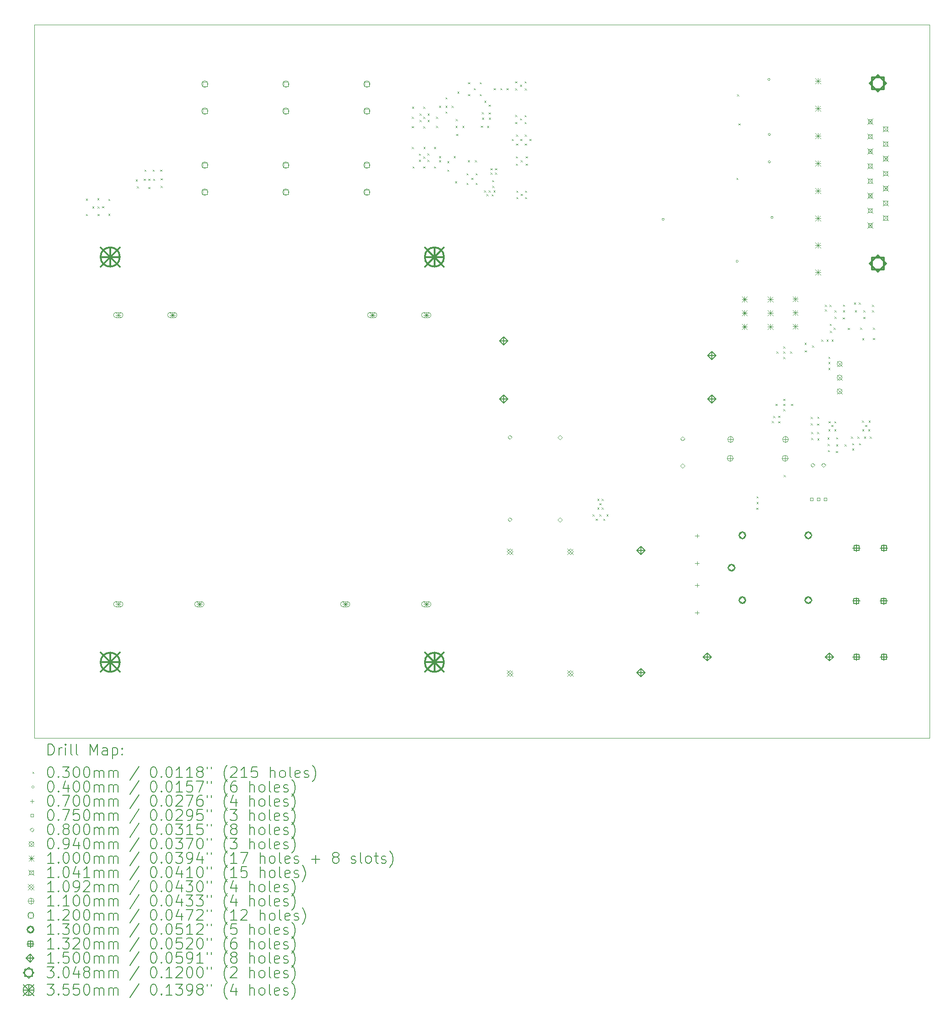
<source format=gbr>
%TF.GenerationSoftware,KiCad,Pcbnew,9.0.0*%
%TF.CreationDate,2025-03-31T11:54:51-05:00*%
%TF.ProjectId,Power_Supply,506f7765-725f-4537-9570-706c792e6b69,rev?*%
%TF.SameCoordinates,Original*%
%TF.FileFunction,Drillmap*%
%TF.FilePolarity,Positive*%
%FSLAX45Y45*%
G04 Gerber Fmt 4.5, Leading zero omitted, Abs format (unit mm)*
G04 Created by KiCad (PCBNEW 9.0.0) date 2025-03-31 11:54:51*
%MOMM*%
%LPD*%
G01*
G04 APERTURE LIST*
%ADD10C,0.050000*%
%ADD11C,0.200000*%
%ADD12C,0.100000*%
%ADD13C,0.104100*%
%ADD14C,0.109220*%
%ADD15C,0.110000*%
%ADD16C,0.120000*%
%ADD17C,0.130000*%
%ADD18C,0.132000*%
%ADD19C,0.150000*%
%ADD20C,0.304800*%
%ADD21C,0.355000*%
G04 APERTURE END LIST*
D10*
X5637000Y-2109000D02*
X22205000Y-2109000D01*
X22205000Y-15309000D01*
X5637000Y-15309000D01*
X5637000Y-2109000D01*
D11*
D12*
X6594000Y-5329000D02*
X6624000Y-5359000D01*
X6624000Y-5329000D02*
X6594000Y-5359000D01*
X6594000Y-5614000D02*
X6624000Y-5644000D01*
X6624000Y-5614000D02*
X6594000Y-5644000D01*
X6711500Y-5474000D02*
X6741500Y-5504000D01*
X6741500Y-5474000D02*
X6711500Y-5504000D01*
X6806500Y-5321500D02*
X6836500Y-5351500D01*
X6836500Y-5321500D02*
X6806500Y-5351500D01*
X6809000Y-5474000D02*
X6839000Y-5504000D01*
X6839000Y-5474000D02*
X6809000Y-5504000D01*
X6809000Y-5614000D02*
X6839000Y-5644000D01*
X6839000Y-5614000D02*
X6809000Y-5644000D01*
X6896500Y-5471500D02*
X6926500Y-5501500D01*
X6926500Y-5471500D02*
X6896500Y-5501500D01*
X7009000Y-5334000D02*
X7039000Y-5364000D01*
X7039000Y-5334000D02*
X7009000Y-5364000D01*
X7009000Y-5611500D02*
X7039000Y-5641500D01*
X7039000Y-5611500D02*
X7009000Y-5641500D01*
X7519000Y-4974000D02*
X7549000Y-5004000D01*
X7549000Y-4974000D02*
X7519000Y-5004000D01*
X7539000Y-5104000D02*
X7569000Y-5134000D01*
X7569000Y-5104000D02*
X7539000Y-5134000D01*
X7664000Y-4964000D02*
X7694000Y-4994000D01*
X7694000Y-4964000D02*
X7664000Y-4994000D01*
X7679000Y-4794000D02*
X7709000Y-4824000D01*
X7709000Y-4794000D02*
X7679000Y-4824000D01*
X7749000Y-4964000D02*
X7779000Y-4994000D01*
X7779000Y-4964000D02*
X7749000Y-4994000D01*
X7751500Y-5114000D02*
X7781500Y-5144000D01*
X7781500Y-5114000D02*
X7751500Y-5144000D01*
X7829000Y-4794000D02*
X7859000Y-4824000D01*
X7859000Y-4794000D02*
X7829000Y-4824000D01*
X7839000Y-4964000D02*
X7869000Y-4994000D01*
X7869000Y-4964000D02*
X7839000Y-4994000D01*
X7971500Y-4791500D02*
X8001500Y-4821500D01*
X8001500Y-4791500D02*
X7971500Y-4821500D01*
X7979000Y-4954000D02*
X8009000Y-4984000D01*
X8009000Y-4954000D02*
X7979000Y-4984000D01*
X7979000Y-5094000D02*
X8009000Y-5124000D01*
X8009000Y-5094000D02*
X7979000Y-5124000D01*
X12626151Y-3989296D02*
X12656151Y-4019296D01*
X12656151Y-3989296D02*
X12626151Y-4019296D01*
X12626500Y-3816500D02*
X12656500Y-3846500D01*
X12656500Y-3816500D02*
X12626500Y-3846500D01*
X12629000Y-4374000D02*
X12659000Y-4404000D01*
X12659000Y-4374000D02*
X12629000Y-4404000D01*
X12631018Y-3628716D02*
X12661018Y-3658716D01*
X12661018Y-3628716D02*
X12631018Y-3658716D01*
X12639000Y-4734000D02*
X12669000Y-4764000D01*
X12669000Y-4734000D02*
X12639000Y-4764000D01*
X12756500Y-4496500D02*
X12786500Y-4526500D01*
X12786500Y-4496500D02*
X12756500Y-4526500D01*
X12759000Y-4611500D02*
X12789000Y-4641500D01*
X12789000Y-4611500D02*
X12759000Y-4641500D01*
X12769000Y-3754000D02*
X12799000Y-3784000D01*
X12799000Y-3754000D02*
X12769000Y-3784000D01*
X12769000Y-3874000D02*
X12799000Y-3904000D01*
X12799000Y-3874000D02*
X12769000Y-3904000D01*
X12839000Y-3629000D02*
X12869000Y-3659000D01*
X12869000Y-3629000D02*
X12839000Y-3659000D01*
X12839000Y-3816500D02*
X12869000Y-3846500D01*
X12869000Y-3816500D02*
X12839000Y-3846500D01*
X12839000Y-3994000D02*
X12869000Y-4024000D01*
X12869000Y-3994000D02*
X12839000Y-4024000D01*
X12839000Y-4552750D02*
X12869000Y-4582750D01*
X12869000Y-4552750D02*
X12839000Y-4582750D01*
X12839000Y-4734000D02*
X12869000Y-4764000D01*
X12869000Y-4734000D02*
X12839000Y-4764000D01*
X12842077Y-4374000D02*
X12872077Y-4404000D01*
X12872077Y-4374000D02*
X12842077Y-4404000D01*
X12914000Y-4494000D02*
X12944000Y-4524000D01*
X12944000Y-4494000D02*
X12914000Y-4524000D01*
X12914000Y-4611500D02*
X12944000Y-4641500D01*
X12944000Y-4611500D02*
X12914000Y-4641500D01*
X12919000Y-3754000D02*
X12949000Y-3784000D01*
X12949000Y-3754000D02*
X12919000Y-3784000D01*
X12919000Y-3874000D02*
X12949000Y-3904000D01*
X12949000Y-3874000D02*
X12919000Y-3904000D01*
X13039000Y-4374000D02*
X13069000Y-4404000D01*
X13069000Y-4374000D02*
X13039000Y-4404000D01*
X13039000Y-4734000D02*
X13069000Y-4764000D01*
X13069000Y-4734000D02*
X13039000Y-4764000D01*
X13073716Y-3986421D02*
X13103716Y-4016421D01*
X13103716Y-3986421D02*
X13073716Y-4016421D01*
X13076500Y-3816500D02*
X13106500Y-3846500D01*
X13106500Y-3816500D02*
X13076500Y-3846500D01*
X13129000Y-4544000D02*
X13159000Y-4574000D01*
X13159000Y-4544000D02*
X13129000Y-4574000D01*
X13131500Y-3611500D02*
X13161500Y-3641500D01*
X13161500Y-3611500D02*
X13131500Y-3641500D01*
X13131500Y-4619000D02*
X13161500Y-4649000D01*
X13161500Y-4619000D02*
X13131500Y-4649000D01*
X13249000Y-3456500D02*
X13279000Y-3486500D01*
X13279000Y-3456500D02*
X13249000Y-3486500D01*
X13249000Y-3611500D02*
X13279000Y-3641500D01*
X13279000Y-3611500D02*
X13249000Y-3641500D01*
X13249000Y-3716500D02*
X13279000Y-3746500D01*
X13279000Y-3716500D02*
X13249000Y-3746500D01*
X13284000Y-4636500D02*
X13314000Y-4666500D01*
X13314000Y-4636500D02*
X13284000Y-4666500D01*
X13284000Y-4791500D02*
X13314000Y-4821500D01*
X13314000Y-4791500D02*
X13284000Y-4821500D01*
X13361500Y-3611500D02*
X13391500Y-3641500D01*
X13391500Y-3611500D02*
X13361500Y-3641500D01*
X13401500Y-4541500D02*
X13431500Y-4571500D01*
X13431500Y-4541500D02*
X13401500Y-4571500D01*
X13425887Y-5009000D02*
X13455887Y-5039000D01*
X13455887Y-5009000D02*
X13425887Y-5039000D01*
X13436500Y-3984000D02*
X13466500Y-4014000D01*
X13466500Y-3984000D02*
X13436500Y-4014000D01*
X13441500Y-3859000D02*
X13471500Y-3889000D01*
X13471500Y-3859000D02*
X13441500Y-3889000D01*
X13446500Y-4134000D02*
X13476500Y-4164000D01*
X13476500Y-4134000D02*
X13446500Y-4164000D01*
X13469000Y-3349000D02*
X13499000Y-3379000D01*
X13499000Y-3349000D02*
X13469000Y-3379000D01*
X13564000Y-3986500D02*
X13594000Y-4016500D01*
X13594000Y-3986500D02*
X13564000Y-4016500D01*
X13639000Y-4859000D02*
X13669000Y-4889000D01*
X13669000Y-4859000D02*
X13639000Y-4889000D01*
X13639000Y-5039000D02*
X13669000Y-5069000D01*
X13669000Y-5039000D02*
X13639000Y-5069000D01*
X13664000Y-4619000D02*
X13694000Y-4649000D01*
X13694000Y-4619000D02*
X13664000Y-4649000D01*
X13669000Y-3174000D02*
X13699000Y-3204000D01*
X13699000Y-3174000D02*
X13669000Y-3204000D01*
X13669000Y-3394000D02*
X13699000Y-3424000D01*
X13699000Y-3394000D02*
X13669000Y-3424000D01*
X13729000Y-4944000D02*
X13759000Y-4974000D01*
X13759000Y-4944000D02*
X13729000Y-4974000D01*
X13774000Y-3284000D02*
X13804000Y-3314000D01*
X13804000Y-3284000D02*
X13774000Y-3314000D01*
X13794000Y-4619000D02*
X13824000Y-4649000D01*
X13824000Y-4619000D02*
X13794000Y-4649000D01*
X13809000Y-4859000D02*
X13839000Y-4889000D01*
X13839000Y-4859000D02*
X13809000Y-4889000D01*
X13809000Y-5039000D02*
X13839000Y-5069000D01*
X13839000Y-5039000D02*
X13809000Y-5069000D01*
X13884000Y-3174000D02*
X13914000Y-3204000D01*
X13914000Y-3174000D02*
X13884000Y-3204000D01*
X13884000Y-3394000D02*
X13914000Y-3424000D01*
X13914000Y-3394000D02*
X13884000Y-3424000D01*
X13906500Y-3979000D02*
X13936500Y-4009000D01*
X13936500Y-3979000D02*
X13906500Y-4009000D01*
X13924000Y-3731500D02*
X13954000Y-3761500D01*
X13954000Y-3731500D02*
X13924000Y-3761500D01*
X13926500Y-3834000D02*
X13956500Y-3864000D01*
X13956500Y-3834000D02*
X13926500Y-3864000D01*
X13964000Y-5179000D02*
X13994000Y-5209000D01*
X13994000Y-5179000D02*
X13964000Y-5209000D01*
X13969000Y-3519000D02*
X13999000Y-3549000D01*
X13999000Y-3519000D02*
X13969000Y-3549000D01*
X14007908Y-5246689D02*
X14037908Y-5276689D01*
X14037908Y-5246689D02*
X14007908Y-5276689D01*
X14019000Y-3984000D02*
X14049000Y-4014000D01*
X14049000Y-3984000D02*
X14019000Y-4014000D01*
X14049000Y-3589000D02*
X14079000Y-3619000D01*
X14079000Y-3589000D02*
X14049000Y-3619000D01*
X14049000Y-3734000D02*
X14079000Y-3764000D01*
X14079000Y-3734000D02*
X14049000Y-3764000D01*
X14049000Y-5179000D02*
X14079000Y-5209000D01*
X14079000Y-5179000D02*
X14049000Y-5209000D01*
X14051500Y-3831500D02*
X14081500Y-3861500D01*
X14081500Y-3831500D02*
X14051500Y-3861500D01*
X14084000Y-4769000D02*
X14114000Y-4799000D01*
X14114000Y-4769000D02*
X14084000Y-4799000D01*
X14084000Y-4849000D02*
X14114000Y-4879000D01*
X14114000Y-4849000D02*
X14084000Y-4879000D01*
X14105000Y-5250000D02*
X14135000Y-5280000D01*
X14135000Y-5250000D02*
X14105000Y-5280000D01*
X14114000Y-4989000D02*
X14144000Y-5019000D01*
X14144000Y-4989000D02*
X14114000Y-5019000D01*
X14116000Y-5092000D02*
X14146000Y-5122000D01*
X14146000Y-5092000D02*
X14116000Y-5122000D01*
X14137000Y-5178000D02*
X14167000Y-5208000D01*
X14167000Y-5178000D02*
X14137000Y-5208000D01*
X14144000Y-3284000D02*
X14174000Y-3314000D01*
X14174000Y-3284000D02*
X14144000Y-3314000D01*
X14169000Y-4769000D02*
X14199000Y-4799000D01*
X14199000Y-4769000D02*
X14169000Y-4799000D01*
X14169000Y-4849000D02*
X14199000Y-4879000D01*
X14199000Y-4849000D02*
X14169000Y-4879000D01*
X14267000Y-3286000D02*
X14297000Y-3316000D01*
X14297000Y-3286000D02*
X14267000Y-3316000D01*
X14378000Y-3287000D02*
X14408000Y-3317000D01*
X14408000Y-3287000D02*
X14378000Y-3317000D01*
X14478000Y-4227000D02*
X14508000Y-4257000D01*
X14508000Y-4227000D02*
X14478000Y-4257000D01*
X14539000Y-3159000D02*
X14569000Y-3189000D01*
X14569000Y-3159000D02*
X14539000Y-3189000D01*
X14539000Y-3289000D02*
X14569000Y-3319000D01*
X14569000Y-3289000D02*
X14539000Y-3319000D01*
X14539000Y-3779000D02*
X14569000Y-3809000D01*
X14569000Y-3779000D02*
X14539000Y-3809000D01*
X14539000Y-3914000D02*
X14569000Y-3944000D01*
X14569000Y-3914000D02*
X14539000Y-3944000D01*
X14554000Y-4549000D02*
X14584000Y-4579000D01*
X14584000Y-4549000D02*
X14554000Y-4579000D01*
X14554000Y-4684000D02*
X14584000Y-4714000D01*
X14584000Y-4684000D02*
X14554000Y-4714000D01*
X14556000Y-4144000D02*
X14586000Y-4174000D01*
X14586000Y-4144000D02*
X14556000Y-4174000D01*
X14557000Y-4310000D02*
X14587000Y-4340000D01*
X14587000Y-4310000D02*
X14557000Y-4340000D01*
X14561500Y-5184000D02*
X14591500Y-5214000D01*
X14591500Y-5184000D02*
X14561500Y-5214000D01*
X14561500Y-5299000D02*
X14591500Y-5329000D01*
X14591500Y-5299000D02*
X14561500Y-5329000D01*
X14629000Y-3222750D02*
X14659000Y-3252750D01*
X14659000Y-3222750D02*
X14629000Y-3252750D01*
X14629000Y-3845250D02*
X14659000Y-3875250D01*
X14659000Y-3845250D02*
X14629000Y-3875250D01*
X14635500Y-4227000D02*
X14665500Y-4257000D01*
X14665500Y-4227000D02*
X14635500Y-4257000D01*
X14644000Y-4617750D02*
X14674000Y-4647750D01*
X14674000Y-4617750D02*
X14644000Y-4647750D01*
X14644000Y-5240250D02*
X14674000Y-5270250D01*
X14674000Y-5240250D02*
X14644000Y-5270250D01*
X14714000Y-3159000D02*
X14744000Y-3189000D01*
X14744000Y-3159000D02*
X14714000Y-3189000D01*
X14714000Y-3784000D02*
X14744000Y-3814000D01*
X14744000Y-3784000D02*
X14714000Y-3814000D01*
X14714000Y-3914000D02*
X14744000Y-3944000D01*
X14744000Y-3914000D02*
X14714000Y-3944000D01*
X14718000Y-4143000D02*
X14748000Y-4173000D01*
X14748000Y-4143000D02*
X14718000Y-4173000D01*
X14719000Y-3289000D02*
X14749000Y-3319000D01*
X14749000Y-3289000D02*
X14719000Y-3319000D01*
X14719000Y-4309000D02*
X14749000Y-4339000D01*
X14749000Y-4309000D02*
X14719000Y-4339000D01*
X14724000Y-5181500D02*
X14754000Y-5211500D01*
X14754000Y-5181500D02*
X14724000Y-5211500D01*
X14724000Y-5301500D02*
X14754000Y-5331500D01*
X14754000Y-5301500D02*
X14724000Y-5331500D01*
X14734000Y-4549000D02*
X14764000Y-4579000D01*
X14764000Y-4549000D02*
X14734000Y-4579000D01*
X14734000Y-4684000D02*
X14764000Y-4714000D01*
X14764000Y-4684000D02*
X14734000Y-4714000D01*
X14803000Y-4227000D02*
X14833000Y-4257000D01*
X14833000Y-4227000D02*
X14803000Y-4257000D01*
X15969000Y-11174000D02*
X15999000Y-11204000D01*
X15999000Y-11174000D02*
X15969000Y-11204000D01*
X16029000Y-11254000D02*
X16059000Y-11284000D01*
X16059000Y-11254000D02*
X16029000Y-11284000D01*
X16059000Y-10884000D02*
X16089000Y-10914000D01*
X16089000Y-10884000D02*
X16059000Y-10914000D01*
X16059000Y-11044000D02*
X16089000Y-11074000D01*
X16089000Y-11044000D02*
X16059000Y-11074000D01*
X16099000Y-10964000D02*
X16129000Y-10994000D01*
X16129000Y-10964000D02*
X16099000Y-10994000D01*
X16099000Y-11174000D02*
X16129000Y-11204000D01*
X16129000Y-11174000D02*
X16099000Y-11204000D01*
X16139000Y-10884000D02*
X16169000Y-10914000D01*
X16169000Y-10884000D02*
X16139000Y-10914000D01*
X16139000Y-11044000D02*
X16169000Y-11074000D01*
X16169000Y-11044000D02*
X16139000Y-11074000D01*
X16169000Y-11254000D02*
X16199000Y-11284000D01*
X16199000Y-11254000D02*
X16169000Y-11284000D01*
X16229000Y-11174000D02*
X16259000Y-11204000D01*
X16259000Y-11174000D02*
X16229000Y-11204000D01*
X18634000Y-4946500D02*
X18664000Y-4976500D01*
X18664000Y-4946500D02*
X18634000Y-4976500D01*
X18647750Y-3397750D02*
X18677750Y-3427750D01*
X18677750Y-3397750D02*
X18647750Y-3427750D01*
X18671500Y-3936500D02*
X18701500Y-3966500D01*
X18701500Y-3936500D02*
X18671500Y-3966500D01*
X19004000Y-11049000D02*
X19034000Y-11079000D01*
X19034000Y-11049000D02*
X19004000Y-11079000D01*
X19005250Y-10944000D02*
X19035250Y-10974000D01*
X19035250Y-10944000D02*
X19005250Y-10974000D01*
X19006500Y-10839000D02*
X19036500Y-10869000D01*
X19036500Y-10839000D02*
X19006500Y-10869000D01*
X19289000Y-9444000D02*
X19319000Y-9474000D01*
X19319000Y-9444000D02*
X19289000Y-9474000D01*
X19314000Y-9354000D02*
X19344000Y-9384000D01*
X19344000Y-9354000D02*
X19314000Y-9384000D01*
X19359000Y-9129000D02*
X19389000Y-9159000D01*
X19389000Y-9129000D02*
X19359000Y-9159000D01*
X19376500Y-8159000D02*
X19406500Y-8189000D01*
X19406500Y-8159000D02*
X19376500Y-8189000D01*
X19409000Y-9349000D02*
X19439000Y-9379000D01*
X19439000Y-9349000D02*
X19409000Y-9379000D01*
X19409000Y-9449000D02*
X19439000Y-9479000D01*
X19439000Y-9449000D02*
X19409000Y-9479000D01*
X19504000Y-8064000D02*
X19534000Y-8094000D01*
X19534000Y-8064000D02*
X19504000Y-8094000D01*
X19504000Y-8158860D02*
X19534000Y-8188860D01*
X19534000Y-8158860D02*
X19504000Y-8188860D01*
X19504000Y-8259000D02*
X19534000Y-8289000D01*
X19534000Y-8259000D02*
X19504000Y-8289000D01*
X19504000Y-9034000D02*
X19534000Y-9064000D01*
X19534000Y-9034000D02*
X19504000Y-9064000D01*
X19504000Y-9129140D02*
X19534000Y-9159140D01*
X19534000Y-9129140D02*
X19504000Y-9159140D01*
X19504000Y-9224000D02*
X19534000Y-9254000D01*
X19534000Y-9224000D02*
X19504000Y-9254000D01*
X19509000Y-10444000D02*
X19539000Y-10474000D01*
X19539000Y-10444000D02*
X19509000Y-10474000D01*
X19629000Y-8159000D02*
X19659000Y-8189000D01*
X19659000Y-8159000D02*
X19629000Y-8189000D01*
X19644000Y-9129000D02*
X19674000Y-9159000D01*
X19674000Y-9129000D02*
X19644000Y-9159000D01*
X19896500Y-7999000D02*
X19926500Y-8029000D01*
X19926500Y-7999000D02*
X19896500Y-8029000D01*
X19899000Y-8139000D02*
X19929000Y-8169000D01*
X19929000Y-8139000D02*
X19899000Y-8169000D01*
X20009000Y-9369000D02*
X20039000Y-9399000D01*
X20039000Y-9369000D02*
X20009000Y-9399000D01*
X20009000Y-9489000D02*
X20039000Y-9519000D01*
X20039000Y-9489000D02*
X20009000Y-9519000D01*
X20016500Y-9646500D02*
X20046500Y-9676500D01*
X20046500Y-9646500D02*
X20016500Y-9676500D01*
X20019000Y-9756500D02*
X20049000Y-9786500D01*
X20049000Y-9756500D02*
X20019000Y-9786500D01*
X20034000Y-8049000D02*
X20064000Y-8079000D01*
X20064000Y-8049000D02*
X20034000Y-8079000D01*
X20129000Y-9491500D02*
X20159000Y-9521500D01*
X20159000Y-9491500D02*
X20129000Y-9521500D01*
X20129000Y-9646500D02*
X20159000Y-9676500D01*
X20159000Y-9646500D02*
X20129000Y-9676500D01*
X20131500Y-9766500D02*
X20161500Y-9796500D01*
X20161500Y-9766500D02*
X20131500Y-9796500D01*
X20134000Y-9366500D02*
X20164000Y-9396500D01*
X20164000Y-9366500D02*
X20134000Y-9396500D01*
X20205000Y-7937000D02*
X20235000Y-7967000D01*
X20235000Y-7937000D02*
X20205000Y-7967000D01*
X20274000Y-7294000D02*
X20304000Y-7324000D01*
X20304000Y-7294000D02*
X20274000Y-7324000D01*
X20274000Y-7379000D02*
X20304000Y-7409000D01*
X20304000Y-7379000D02*
X20274000Y-7409000D01*
X20300000Y-7938000D02*
X20330000Y-7968000D01*
X20330000Y-7938000D02*
X20300000Y-7968000D01*
X20319000Y-9749000D02*
X20349000Y-9779000D01*
X20349000Y-9749000D02*
X20319000Y-9779000D01*
X20321500Y-9869000D02*
X20351500Y-9899000D01*
X20351500Y-9869000D02*
X20321500Y-9899000D01*
X20326500Y-9981500D02*
X20356500Y-10011500D01*
X20356500Y-9981500D02*
X20326500Y-10011500D01*
X20334000Y-8254000D02*
X20364000Y-8284000D01*
X20364000Y-8254000D02*
X20334000Y-8284000D01*
X20334000Y-8354000D02*
X20364000Y-8384000D01*
X20364000Y-8354000D02*
X20334000Y-8384000D01*
X20334000Y-8464000D02*
X20364000Y-8494000D01*
X20364000Y-8464000D02*
X20334000Y-8494000D01*
X20334000Y-9599000D02*
X20364000Y-9629000D01*
X20364000Y-9599000D02*
X20334000Y-9629000D01*
X20339000Y-9449000D02*
X20369000Y-9479000D01*
X20369000Y-9449000D02*
X20339000Y-9479000D01*
X20359000Y-7294000D02*
X20389000Y-7324000D01*
X20389000Y-7294000D02*
X20359000Y-7324000D01*
X20361500Y-7646500D02*
X20391500Y-7676500D01*
X20391500Y-7646500D02*
X20361500Y-7676500D01*
X20364000Y-7779000D02*
X20394000Y-7809000D01*
X20394000Y-7779000D02*
X20364000Y-7809000D01*
X20392750Y-9519000D02*
X20422750Y-9549000D01*
X20422750Y-9519000D02*
X20392750Y-9549000D01*
X20395000Y-7936000D02*
X20425000Y-7966000D01*
X20425000Y-7936000D02*
X20395000Y-7966000D01*
X20434000Y-7719000D02*
X20464000Y-7749000D01*
X20464000Y-7719000D02*
X20434000Y-7749000D01*
X20444000Y-9449000D02*
X20474000Y-9479000D01*
X20474000Y-9449000D02*
X20444000Y-9479000D01*
X20444000Y-9599000D02*
X20474000Y-9629000D01*
X20474000Y-9599000D02*
X20444000Y-9629000D01*
X20449000Y-7514000D02*
X20479000Y-7544000D01*
X20479000Y-7514000D02*
X20449000Y-7544000D01*
X20451500Y-7394000D02*
X20481500Y-7424000D01*
X20481500Y-7394000D02*
X20451500Y-7424000D01*
X20476500Y-9999000D02*
X20506500Y-10029000D01*
X20506500Y-9999000D02*
X20476500Y-10029000D01*
X20479000Y-9746500D02*
X20509000Y-9776500D01*
X20509000Y-9746500D02*
X20479000Y-9776500D01*
X20479000Y-9876500D02*
X20509000Y-9906500D01*
X20509000Y-9876500D02*
X20479000Y-9906500D01*
X20604000Y-7526500D02*
X20634000Y-7556500D01*
X20634000Y-7526500D02*
X20604000Y-7556500D01*
X20606500Y-7291500D02*
X20636500Y-7321500D01*
X20636500Y-7291500D02*
X20606500Y-7321500D01*
X20606500Y-7394000D02*
X20636500Y-7424000D01*
X20636500Y-7394000D02*
X20606500Y-7424000D01*
X20634000Y-9876500D02*
X20664000Y-9906500D01*
X20664000Y-9876500D02*
X20634000Y-9906500D01*
X20694000Y-7724000D02*
X20724000Y-7754000D01*
X20724000Y-7724000D02*
X20694000Y-7754000D01*
X20754000Y-9731500D02*
X20784000Y-9761500D01*
X20784000Y-9731500D02*
X20754000Y-9761500D01*
X20776500Y-9856500D02*
X20806500Y-9886500D01*
X20806500Y-9856500D02*
X20776500Y-9886500D01*
X20776500Y-9954000D02*
X20806500Y-9984000D01*
X20806500Y-9954000D02*
X20776500Y-9984000D01*
X20811500Y-7251500D02*
X20841500Y-7281500D01*
X20841500Y-7251500D02*
X20811500Y-7281500D01*
X20826500Y-7394000D02*
X20856500Y-7424000D01*
X20856500Y-7394000D02*
X20826500Y-7424000D01*
X20871500Y-9731500D02*
X20901500Y-9761500D01*
X20901500Y-9731500D02*
X20871500Y-9761500D01*
X20896500Y-7251500D02*
X20926500Y-7281500D01*
X20926500Y-7251500D02*
X20896500Y-7281500D01*
X20901500Y-9856500D02*
X20931500Y-9886500D01*
X20931500Y-9856500D02*
X20901500Y-9886500D01*
X20924000Y-7719000D02*
X20954000Y-7749000D01*
X20954000Y-7719000D02*
X20924000Y-7749000D01*
X20959000Y-9439000D02*
X20989000Y-9469000D01*
X20989000Y-9439000D02*
X20959000Y-9469000D01*
X20961500Y-7911500D02*
X20991500Y-7941500D01*
X20991500Y-7911500D02*
X20961500Y-7941500D01*
X20964000Y-9599000D02*
X20994000Y-9629000D01*
X20994000Y-9599000D02*
X20964000Y-9629000D01*
X20981500Y-7394000D02*
X21011500Y-7424000D01*
X21011500Y-7394000D02*
X20981500Y-7424000D01*
X20981500Y-7519000D02*
X21011500Y-7549000D01*
X21011500Y-7519000D02*
X20981500Y-7549000D01*
X20996500Y-9731500D02*
X21026500Y-9761500D01*
X21026500Y-9731500D02*
X20996500Y-9761500D01*
X21015250Y-9519000D02*
X21045250Y-9549000D01*
X21045250Y-9519000D02*
X21015250Y-9549000D01*
X21074000Y-9599000D02*
X21104000Y-9629000D01*
X21104000Y-9599000D02*
X21074000Y-9629000D01*
X21079000Y-9439000D02*
X21109000Y-9469000D01*
X21109000Y-9439000D02*
X21079000Y-9469000D01*
X21101500Y-9731500D02*
X21131500Y-9761500D01*
X21131500Y-9731500D02*
X21101500Y-9761500D01*
X21144000Y-7396500D02*
X21174000Y-7426500D01*
X21174000Y-7396500D02*
X21144000Y-7426500D01*
X21146500Y-7296500D02*
X21176500Y-7326500D01*
X21176500Y-7296500D02*
X21146500Y-7326500D01*
X21159000Y-7719000D02*
X21189000Y-7749000D01*
X21189000Y-7719000D02*
X21159000Y-7749000D01*
X21161500Y-7909000D02*
X21191500Y-7939000D01*
X21191500Y-7909000D02*
X21161500Y-7939000D01*
X17297500Y-5713000D02*
G75*
G02*
X17257500Y-5713000I-20000J0D01*
G01*
X17257500Y-5713000D02*
G75*
G02*
X17297500Y-5713000I20000J0D01*
G01*
X18666500Y-6489000D02*
G75*
G02*
X18626500Y-6489000I-20000J0D01*
G01*
X18626500Y-6489000D02*
G75*
G02*
X18666500Y-6489000I20000J0D01*
G01*
X19255250Y-3124000D02*
G75*
G02*
X19215250Y-3124000I-20000J0D01*
G01*
X19215250Y-3124000D02*
G75*
G02*
X19255250Y-3124000I20000J0D01*
G01*
X19264000Y-4141500D02*
G75*
G02*
X19224000Y-4141500I-20000J0D01*
G01*
X19224000Y-4141500D02*
G75*
G02*
X19264000Y-4141500I20000J0D01*
G01*
X19264000Y-4649000D02*
G75*
G02*
X19224000Y-4649000I-20000J0D01*
G01*
X19224000Y-4649000D02*
G75*
G02*
X19264000Y-4649000I20000J0D01*
G01*
X19314000Y-5676500D02*
G75*
G02*
X19274000Y-5676500I-20000J0D01*
G01*
X19274000Y-5676500D02*
G75*
G02*
X19314000Y-5676500I20000J0D01*
G01*
X17904000Y-11535000D02*
X17904000Y-11605000D01*
X17869000Y-11570000D02*
X17939000Y-11570000D01*
X17904000Y-12043000D02*
X17904000Y-12113000D01*
X17869000Y-12078000D02*
X17939000Y-12078000D01*
X17904000Y-12450000D02*
X17904000Y-12520000D01*
X17869000Y-12485000D02*
X17939000Y-12485000D01*
X17904000Y-12958000D02*
X17904000Y-13028000D01*
X17869000Y-12993000D02*
X17939000Y-12993000D01*
X20053517Y-10919517D02*
X20053517Y-10866483D01*
X20000483Y-10866483D01*
X20000483Y-10919517D01*
X20053517Y-10919517D01*
X20180517Y-10919517D02*
X20180517Y-10866483D01*
X20127483Y-10866483D01*
X20127483Y-10919517D01*
X20180517Y-10919517D01*
X20307517Y-10919517D02*
X20307517Y-10866483D01*
X20254483Y-10866483D01*
X20254483Y-10919517D01*
X20307517Y-10919517D01*
X14439000Y-9782000D02*
X14479000Y-9742000D01*
X14439000Y-9702000D01*
X14399000Y-9742000D01*
X14439000Y-9782000D01*
X14439000Y-11306000D02*
X14479000Y-11266000D01*
X14439000Y-11226000D01*
X14399000Y-11266000D01*
X14439000Y-11306000D01*
X15369000Y-9787000D02*
X15409000Y-9747000D01*
X15369000Y-9707000D01*
X15329000Y-9747000D01*
X15369000Y-9787000D01*
X15369000Y-11311000D02*
X15409000Y-11271000D01*
X15369000Y-11231000D01*
X15329000Y-11271000D01*
X15369000Y-11311000D01*
X17639000Y-9811500D02*
X17679000Y-9771500D01*
X17639000Y-9731500D01*
X17599000Y-9771500D01*
X17639000Y-9811500D01*
X17639000Y-10311500D02*
X17679000Y-10271500D01*
X17639000Y-10231500D01*
X17599000Y-10271500D01*
X17639000Y-10311500D01*
X20044000Y-10299000D02*
X20084000Y-10259000D01*
X20044000Y-10219000D01*
X20004000Y-10259000D01*
X20044000Y-10299000D01*
X20244000Y-10299000D02*
X20284000Y-10259000D01*
X20244000Y-10219000D01*
X20204000Y-10259000D01*
X20244000Y-10299000D01*
X20497000Y-8339150D02*
X20591000Y-8433150D01*
X20591000Y-8339150D02*
X20497000Y-8433150D01*
X20591000Y-8386150D02*
G75*
G02*
X20497000Y-8386150I-47000J0D01*
G01*
X20497000Y-8386150D02*
G75*
G02*
X20591000Y-8386150I47000J0D01*
G01*
X20497000Y-8593150D02*
X20591000Y-8687150D01*
X20591000Y-8593150D02*
X20497000Y-8687150D01*
X20591000Y-8640150D02*
G75*
G02*
X20497000Y-8640150I-47000J0D01*
G01*
X20497000Y-8640150D02*
G75*
G02*
X20591000Y-8640150I47000J0D01*
G01*
X20497000Y-8847150D02*
X20591000Y-8941150D01*
X20591000Y-8847150D02*
X20497000Y-8941150D01*
X20591000Y-8894150D02*
G75*
G02*
X20497000Y-8894150I-47000J0D01*
G01*
X20497000Y-8894150D02*
G75*
G02*
X20591000Y-8894150I47000J0D01*
G01*
X7144000Y-7434000D02*
X7244000Y-7534000D01*
X7244000Y-7434000D02*
X7144000Y-7534000D01*
X7194000Y-7434000D02*
X7194000Y-7534000D01*
X7144000Y-7484000D02*
X7244000Y-7484000D01*
X7156500Y-7534000D02*
X7231500Y-7534000D01*
X7231500Y-7434000D02*
G75*
G02*
X7231500Y-7534000I0J-50000D01*
G01*
X7231500Y-7434000D02*
X7156500Y-7434000D01*
X7156500Y-7434000D02*
G75*
G03*
X7156500Y-7534000I0J-50000D01*
G01*
X7144000Y-12784000D02*
X7244000Y-12884000D01*
X7244000Y-12784000D02*
X7144000Y-12884000D01*
X7194000Y-12784000D02*
X7194000Y-12884000D01*
X7144000Y-12834000D02*
X7244000Y-12834000D01*
X7156500Y-12884000D02*
X7231500Y-12884000D01*
X7231500Y-12784000D02*
G75*
G02*
X7231500Y-12884000I0J-50000D01*
G01*
X7231500Y-12784000D02*
X7156500Y-12784000D01*
X7156500Y-12784000D02*
G75*
G03*
X7156500Y-12884000I0J-50000D01*
G01*
X8144000Y-7434000D02*
X8244000Y-7534000D01*
X8244000Y-7434000D02*
X8144000Y-7534000D01*
X8194000Y-7434000D02*
X8194000Y-7534000D01*
X8144000Y-7484000D02*
X8244000Y-7484000D01*
X8156500Y-7534000D02*
X8231500Y-7534000D01*
X8231500Y-7434000D02*
G75*
G02*
X8231500Y-7534000I0J-50000D01*
G01*
X8231500Y-7434000D02*
X8156500Y-7434000D01*
X8156500Y-7434000D02*
G75*
G03*
X8156500Y-7534000I0J-50000D01*
G01*
X8644000Y-12784000D02*
X8744000Y-12884000D01*
X8744000Y-12784000D02*
X8644000Y-12884000D01*
X8694000Y-12784000D02*
X8694000Y-12884000D01*
X8644000Y-12834000D02*
X8744000Y-12834000D01*
X8656500Y-12884000D02*
X8731500Y-12884000D01*
X8731500Y-12784000D02*
G75*
G02*
X8731500Y-12884000I0J-50000D01*
G01*
X8731500Y-12784000D02*
X8656500Y-12784000D01*
X8656500Y-12784000D02*
G75*
G03*
X8656500Y-12884000I0J-50000D01*
G01*
X11344000Y-12784000D02*
X11444000Y-12884000D01*
X11444000Y-12784000D02*
X11344000Y-12884000D01*
X11394000Y-12784000D02*
X11394000Y-12884000D01*
X11344000Y-12834000D02*
X11444000Y-12834000D01*
X11356500Y-12884000D02*
X11431500Y-12884000D01*
X11431500Y-12784000D02*
G75*
G02*
X11431500Y-12884000I0J-50000D01*
G01*
X11431500Y-12784000D02*
X11356500Y-12784000D01*
X11356500Y-12784000D02*
G75*
G03*
X11356500Y-12884000I0J-50000D01*
G01*
X11844000Y-7434000D02*
X11944000Y-7534000D01*
X11944000Y-7434000D02*
X11844000Y-7534000D01*
X11894000Y-7434000D02*
X11894000Y-7534000D01*
X11844000Y-7484000D02*
X11944000Y-7484000D01*
X11856500Y-7534000D02*
X11931500Y-7534000D01*
X11931500Y-7434000D02*
G75*
G02*
X11931500Y-7534000I0J-50000D01*
G01*
X11931500Y-7434000D02*
X11856500Y-7434000D01*
X11856500Y-7434000D02*
G75*
G03*
X11856500Y-7534000I0J-50000D01*
G01*
X12844000Y-7434000D02*
X12944000Y-7534000D01*
X12944000Y-7434000D02*
X12844000Y-7534000D01*
X12894000Y-7434000D02*
X12894000Y-7534000D01*
X12844000Y-7484000D02*
X12944000Y-7484000D01*
X12856500Y-7534000D02*
X12931500Y-7534000D01*
X12931500Y-7434000D02*
G75*
G02*
X12931500Y-7534000I0J-50000D01*
G01*
X12931500Y-7434000D02*
X12856500Y-7434000D01*
X12856500Y-7434000D02*
G75*
G03*
X12856500Y-7534000I0J-50000D01*
G01*
X12844000Y-12784000D02*
X12944000Y-12884000D01*
X12944000Y-12784000D02*
X12844000Y-12884000D01*
X12894000Y-12784000D02*
X12894000Y-12884000D01*
X12844000Y-12834000D02*
X12944000Y-12834000D01*
X12856500Y-12884000D02*
X12931500Y-12884000D01*
X12931500Y-12784000D02*
G75*
G02*
X12931500Y-12884000I0J-50000D01*
G01*
X12931500Y-12784000D02*
X12856500Y-12784000D01*
X12856500Y-12784000D02*
G75*
G03*
X12856500Y-12884000I0J-50000D01*
G01*
X18734000Y-7139000D02*
X18834000Y-7239000D01*
X18834000Y-7139000D02*
X18734000Y-7239000D01*
X18784000Y-7139000D02*
X18784000Y-7239000D01*
X18734000Y-7189000D02*
X18834000Y-7189000D01*
X18734000Y-7393000D02*
X18834000Y-7493000D01*
X18834000Y-7393000D02*
X18734000Y-7493000D01*
X18784000Y-7393000D02*
X18784000Y-7493000D01*
X18734000Y-7443000D02*
X18834000Y-7443000D01*
X18734000Y-7647000D02*
X18834000Y-7747000D01*
X18834000Y-7647000D02*
X18734000Y-7747000D01*
X18784000Y-7647000D02*
X18784000Y-7747000D01*
X18734000Y-7697000D02*
X18834000Y-7697000D01*
X19214000Y-7139000D02*
X19314000Y-7239000D01*
X19314000Y-7139000D02*
X19214000Y-7239000D01*
X19264000Y-7139000D02*
X19264000Y-7239000D01*
X19214000Y-7189000D02*
X19314000Y-7189000D01*
X19214000Y-7393000D02*
X19314000Y-7493000D01*
X19314000Y-7393000D02*
X19214000Y-7493000D01*
X19264000Y-7393000D02*
X19264000Y-7493000D01*
X19214000Y-7443000D02*
X19314000Y-7443000D01*
X19214000Y-7647000D02*
X19314000Y-7747000D01*
X19314000Y-7647000D02*
X19214000Y-7747000D01*
X19264000Y-7647000D02*
X19264000Y-7747000D01*
X19214000Y-7697000D02*
X19314000Y-7697000D01*
X19674000Y-7136500D02*
X19774000Y-7236500D01*
X19774000Y-7136500D02*
X19674000Y-7236500D01*
X19724000Y-7136500D02*
X19724000Y-7236500D01*
X19674000Y-7186500D02*
X19774000Y-7186500D01*
X19674000Y-7390500D02*
X19774000Y-7490500D01*
X19774000Y-7390500D02*
X19674000Y-7490500D01*
X19724000Y-7390500D02*
X19724000Y-7490500D01*
X19674000Y-7440500D02*
X19774000Y-7440500D01*
X19674000Y-7644500D02*
X19774000Y-7744500D01*
X19774000Y-7644500D02*
X19674000Y-7744500D01*
X19724000Y-7644500D02*
X19724000Y-7744500D01*
X19674000Y-7694500D02*
X19774000Y-7694500D01*
X20094000Y-3102000D02*
X20194000Y-3202000D01*
X20194000Y-3102000D02*
X20094000Y-3202000D01*
X20144000Y-3102000D02*
X20144000Y-3202000D01*
X20094000Y-3152000D02*
X20194000Y-3152000D01*
X20094000Y-3610000D02*
X20194000Y-3710000D01*
X20194000Y-3610000D02*
X20094000Y-3710000D01*
X20144000Y-3610000D02*
X20144000Y-3710000D01*
X20094000Y-3660000D02*
X20194000Y-3660000D01*
X20094000Y-4118000D02*
X20194000Y-4218000D01*
X20194000Y-4118000D02*
X20094000Y-4218000D01*
X20144000Y-4118000D02*
X20144000Y-4218000D01*
X20094000Y-4168000D02*
X20194000Y-4168000D01*
X20094000Y-4626000D02*
X20194000Y-4726000D01*
X20194000Y-4626000D02*
X20094000Y-4726000D01*
X20144000Y-4626000D02*
X20144000Y-4726000D01*
X20094000Y-4676000D02*
X20194000Y-4676000D01*
X20094000Y-5134000D02*
X20194000Y-5234000D01*
X20194000Y-5134000D02*
X20094000Y-5234000D01*
X20144000Y-5134000D02*
X20144000Y-5234000D01*
X20094000Y-5184000D02*
X20194000Y-5184000D01*
X20094000Y-5642000D02*
X20194000Y-5742000D01*
X20194000Y-5642000D02*
X20094000Y-5742000D01*
X20144000Y-5642000D02*
X20144000Y-5742000D01*
X20094000Y-5692000D02*
X20194000Y-5692000D01*
X20094700Y-6140300D02*
X20194700Y-6240300D01*
X20194700Y-6140300D02*
X20094700Y-6240300D01*
X20144700Y-6140300D02*
X20144700Y-6240300D01*
X20094700Y-6190300D02*
X20194700Y-6190300D01*
X20094700Y-6640300D02*
X20194700Y-6740300D01*
X20194700Y-6640300D02*
X20094700Y-6740300D01*
X20144700Y-6640300D02*
X20144700Y-6740300D01*
X20094700Y-6690300D02*
X20194700Y-6690300D01*
D13*
X21057450Y-3850550D02*
X21161550Y-3954650D01*
X21161550Y-3850550D02*
X21057450Y-3954650D01*
X21146305Y-3939405D02*
X21146305Y-3865795D01*
X21072695Y-3865795D01*
X21072695Y-3939405D01*
X21146305Y-3939405D01*
X21057450Y-4124850D02*
X21161550Y-4228950D01*
X21161550Y-4124850D02*
X21057450Y-4228950D01*
X21146305Y-4213705D02*
X21146305Y-4140095D01*
X21072695Y-4140095D01*
X21072695Y-4213705D01*
X21146305Y-4213705D01*
X21057450Y-4399150D02*
X21161550Y-4503250D01*
X21161550Y-4399150D02*
X21057450Y-4503250D01*
X21146305Y-4488005D02*
X21146305Y-4414395D01*
X21072695Y-4414395D01*
X21072695Y-4488005D01*
X21146305Y-4488005D01*
X21057450Y-4673550D02*
X21161550Y-4777650D01*
X21161550Y-4673550D02*
X21057450Y-4777650D01*
X21146305Y-4762405D02*
X21146305Y-4688795D01*
X21072695Y-4688795D01*
X21072695Y-4762405D01*
X21146305Y-4762405D01*
X21057450Y-4947850D02*
X21161550Y-5051950D01*
X21161550Y-4947850D02*
X21057450Y-5051950D01*
X21146305Y-5036705D02*
X21146305Y-4963095D01*
X21072695Y-4963095D01*
X21072695Y-5036705D01*
X21146305Y-5036705D01*
X21057450Y-5222150D02*
X21161550Y-5326250D01*
X21161550Y-5222150D02*
X21057450Y-5326250D01*
X21146305Y-5311005D02*
X21146305Y-5237395D01*
X21072695Y-5237395D01*
X21072695Y-5311005D01*
X21146305Y-5311005D01*
X21057450Y-5496450D02*
X21161550Y-5600550D01*
X21161550Y-5496450D02*
X21057450Y-5600550D01*
X21146305Y-5585305D02*
X21146305Y-5511695D01*
X21072695Y-5511695D01*
X21072695Y-5585305D01*
X21146305Y-5585305D01*
X21057450Y-5770750D02*
X21161550Y-5874850D01*
X21161550Y-5770750D02*
X21057450Y-5874850D01*
X21146305Y-5859605D02*
X21146305Y-5785995D01*
X21072695Y-5785995D01*
X21072695Y-5859605D01*
X21146305Y-5859605D01*
X21341950Y-3987750D02*
X21446050Y-4091850D01*
X21446050Y-3987750D02*
X21341950Y-4091850D01*
X21430805Y-4076605D02*
X21430805Y-4002995D01*
X21357195Y-4002995D01*
X21357195Y-4076605D01*
X21430805Y-4076605D01*
X21341950Y-4262050D02*
X21446050Y-4366150D01*
X21446050Y-4262050D02*
X21341950Y-4366150D01*
X21430805Y-4350905D02*
X21430805Y-4277295D01*
X21357195Y-4277295D01*
X21357195Y-4350905D01*
X21430805Y-4350905D01*
X21341950Y-4536350D02*
X21446050Y-4640450D01*
X21446050Y-4536350D02*
X21341950Y-4640450D01*
X21430805Y-4625205D02*
X21430805Y-4551595D01*
X21357195Y-4551595D01*
X21357195Y-4625205D01*
X21430805Y-4625205D01*
X21341950Y-4810650D02*
X21446050Y-4914750D01*
X21446050Y-4810650D02*
X21341950Y-4914750D01*
X21430805Y-4899505D02*
X21430805Y-4825895D01*
X21357195Y-4825895D01*
X21357195Y-4899505D01*
X21430805Y-4899505D01*
X21341950Y-5084950D02*
X21446050Y-5189050D01*
X21446050Y-5084950D02*
X21341950Y-5189050D01*
X21430805Y-5173805D02*
X21430805Y-5100195D01*
X21357195Y-5100195D01*
X21357195Y-5173805D01*
X21430805Y-5173805D01*
X21341950Y-5359350D02*
X21446050Y-5463450D01*
X21446050Y-5359350D02*
X21341950Y-5463450D01*
X21430805Y-5448205D02*
X21430805Y-5374595D01*
X21357195Y-5374595D01*
X21357195Y-5448205D01*
X21430805Y-5448205D01*
X21341950Y-5633650D02*
X21446050Y-5737750D01*
X21446050Y-5633650D02*
X21341950Y-5737750D01*
X21430805Y-5722505D02*
X21430805Y-5648895D01*
X21357195Y-5648895D01*
X21357195Y-5722505D01*
X21430805Y-5722505D01*
D14*
X14389390Y-11804950D02*
X14498610Y-11914170D01*
X14498610Y-11804950D02*
X14389390Y-11914170D01*
X14444000Y-11914170D02*
X14498610Y-11859560D01*
X14444000Y-11804950D01*
X14389390Y-11859560D01*
X14444000Y-11914170D01*
X14389390Y-14054950D02*
X14498610Y-14164170D01*
X14498610Y-14054950D02*
X14389390Y-14164170D01*
X14444000Y-14164170D02*
X14498610Y-14109560D01*
X14444000Y-14054950D01*
X14389390Y-14109560D01*
X14444000Y-14164170D01*
X15504390Y-11804950D02*
X15613610Y-11914170D01*
X15613610Y-11804950D02*
X15504390Y-11914170D01*
X15559000Y-11914170D02*
X15613610Y-11859560D01*
X15559000Y-11804950D01*
X15504390Y-11859560D01*
X15559000Y-11914170D01*
X15504390Y-14054950D02*
X15613610Y-14164170D01*
X15613610Y-14054950D02*
X15504390Y-14164170D01*
X15559000Y-14164170D02*
X15613610Y-14109560D01*
X15559000Y-14054950D01*
X15504390Y-14109560D01*
X15559000Y-14164170D01*
D15*
X18518500Y-10079000D02*
X18518500Y-10189000D01*
X18463500Y-10134000D02*
X18573500Y-10134000D01*
X18573500Y-10134000D02*
G75*
G02*
X18463500Y-10134000I-55000J0D01*
G01*
X18463500Y-10134000D02*
G75*
G02*
X18573500Y-10134000I55000J0D01*
G01*
X18526000Y-9729000D02*
X18526000Y-9839000D01*
X18471000Y-9784000D02*
X18581000Y-9784000D01*
X18581000Y-9784000D02*
G75*
G02*
X18471000Y-9784000I-55000J0D01*
G01*
X18471000Y-9784000D02*
G75*
G02*
X18581000Y-9784000I55000J0D01*
G01*
X19534500Y-10079000D02*
X19534500Y-10189000D01*
X19479500Y-10134000D02*
X19589500Y-10134000D01*
X19589500Y-10134000D02*
G75*
G02*
X19479500Y-10134000I-55000J0D01*
G01*
X19479500Y-10134000D02*
G75*
G02*
X19589500Y-10134000I55000J0D01*
G01*
X19542000Y-9729000D02*
X19542000Y-9839000D01*
X19487000Y-9784000D02*
X19597000Y-9784000D01*
X19597000Y-9784000D02*
G75*
G02*
X19487000Y-9784000I-55000J0D01*
G01*
X19487000Y-9784000D02*
G75*
G02*
X19597000Y-9784000I55000J0D01*
G01*
D16*
X8836427Y-3251427D02*
X8836427Y-3166573D01*
X8751573Y-3166573D01*
X8751573Y-3251427D01*
X8836427Y-3251427D01*
X8854000Y-3209000D02*
G75*
G02*
X8734000Y-3209000I-60000J0D01*
G01*
X8734000Y-3209000D02*
G75*
G02*
X8854000Y-3209000I60000J0D01*
G01*
X8836427Y-3751427D02*
X8836427Y-3666573D01*
X8751573Y-3666573D01*
X8751573Y-3751427D01*
X8836427Y-3751427D01*
X8854000Y-3709000D02*
G75*
G02*
X8734000Y-3709000I-60000J0D01*
G01*
X8734000Y-3709000D02*
G75*
G02*
X8854000Y-3709000I60000J0D01*
G01*
X8836427Y-4751427D02*
X8836427Y-4666573D01*
X8751573Y-4666573D01*
X8751573Y-4751427D01*
X8836427Y-4751427D01*
X8854000Y-4709000D02*
G75*
G02*
X8734000Y-4709000I-60000J0D01*
G01*
X8734000Y-4709000D02*
G75*
G02*
X8854000Y-4709000I60000J0D01*
G01*
X8836427Y-5251427D02*
X8836427Y-5166573D01*
X8751573Y-5166573D01*
X8751573Y-5251427D01*
X8836427Y-5251427D01*
X8854000Y-5209000D02*
G75*
G02*
X8734000Y-5209000I-60000J0D01*
G01*
X8734000Y-5209000D02*
G75*
G02*
X8854000Y-5209000I60000J0D01*
G01*
X10336427Y-3251427D02*
X10336427Y-3166573D01*
X10251573Y-3166573D01*
X10251573Y-3251427D01*
X10336427Y-3251427D01*
X10354000Y-3209000D02*
G75*
G02*
X10234000Y-3209000I-60000J0D01*
G01*
X10234000Y-3209000D02*
G75*
G02*
X10354000Y-3209000I60000J0D01*
G01*
X10336427Y-3751427D02*
X10336427Y-3666573D01*
X10251573Y-3666573D01*
X10251573Y-3751427D01*
X10336427Y-3751427D01*
X10354000Y-3709000D02*
G75*
G02*
X10234000Y-3709000I-60000J0D01*
G01*
X10234000Y-3709000D02*
G75*
G02*
X10354000Y-3709000I60000J0D01*
G01*
X10336427Y-4751427D02*
X10336427Y-4666573D01*
X10251573Y-4666573D01*
X10251573Y-4751427D01*
X10336427Y-4751427D01*
X10354000Y-4709000D02*
G75*
G02*
X10234000Y-4709000I-60000J0D01*
G01*
X10234000Y-4709000D02*
G75*
G02*
X10354000Y-4709000I60000J0D01*
G01*
X10336427Y-5251427D02*
X10336427Y-5166573D01*
X10251573Y-5166573D01*
X10251573Y-5251427D01*
X10336427Y-5251427D01*
X10354000Y-5209000D02*
G75*
G02*
X10234000Y-5209000I-60000J0D01*
G01*
X10234000Y-5209000D02*
G75*
G02*
X10354000Y-5209000I60000J0D01*
G01*
X11836427Y-3251427D02*
X11836427Y-3166573D01*
X11751573Y-3166573D01*
X11751573Y-3251427D01*
X11836427Y-3251427D01*
X11854000Y-3209000D02*
G75*
G02*
X11734000Y-3209000I-60000J0D01*
G01*
X11734000Y-3209000D02*
G75*
G02*
X11854000Y-3209000I60000J0D01*
G01*
X11836427Y-3751427D02*
X11836427Y-3666573D01*
X11751573Y-3666573D01*
X11751573Y-3751427D01*
X11836427Y-3751427D01*
X11854000Y-3709000D02*
G75*
G02*
X11734000Y-3709000I-60000J0D01*
G01*
X11734000Y-3709000D02*
G75*
G02*
X11854000Y-3709000I60000J0D01*
G01*
X11836427Y-4751427D02*
X11836427Y-4666573D01*
X11751573Y-4666573D01*
X11751573Y-4751427D01*
X11836427Y-4751427D01*
X11854000Y-4709000D02*
G75*
G02*
X11734000Y-4709000I-60000J0D01*
G01*
X11734000Y-4709000D02*
G75*
G02*
X11854000Y-4709000I60000J0D01*
G01*
X11836427Y-5251427D02*
X11836427Y-5166573D01*
X11751573Y-5166573D01*
X11751573Y-5251427D01*
X11836427Y-5251427D01*
X11854000Y-5209000D02*
G75*
G02*
X11734000Y-5209000I-60000J0D01*
G01*
X11734000Y-5209000D02*
G75*
G02*
X11854000Y-5209000I60000J0D01*
G01*
D17*
X18544000Y-12224000D02*
X18609000Y-12159000D01*
X18544000Y-12094000D01*
X18479000Y-12159000D01*
X18544000Y-12224000D01*
X18609000Y-12159000D02*
G75*
G02*
X18479000Y-12159000I-65000J0D01*
G01*
X18479000Y-12159000D02*
G75*
G02*
X18609000Y-12159000I65000J0D01*
G01*
X18744000Y-11624000D02*
X18809000Y-11559000D01*
X18744000Y-11494000D01*
X18679000Y-11559000D01*
X18744000Y-11624000D01*
X18809000Y-11559000D02*
G75*
G02*
X18679000Y-11559000I-65000J0D01*
G01*
X18679000Y-11559000D02*
G75*
G02*
X18809000Y-11559000I65000J0D01*
G01*
X18744000Y-12824000D02*
X18809000Y-12759000D01*
X18744000Y-12694000D01*
X18679000Y-12759000D01*
X18744000Y-12824000D01*
X18809000Y-12759000D02*
G75*
G02*
X18679000Y-12759000I-65000J0D01*
G01*
X18679000Y-12759000D02*
G75*
G02*
X18809000Y-12759000I65000J0D01*
G01*
X19964000Y-11624000D02*
X20029000Y-11559000D01*
X19964000Y-11494000D01*
X19899000Y-11559000D01*
X19964000Y-11624000D01*
X20029000Y-11559000D02*
G75*
G02*
X19899000Y-11559000I-65000J0D01*
G01*
X19899000Y-11559000D02*
G75*
G02*
X20029000Y-11559000I65000J0D01*
G01*
X19964000Y-12824000D02*
X20029000Y-12759000D01*
X19964000Y-12694000D01*
X19899000Y-12759000D01*
X19964000Y-12824000D01*
X20029000Y-12759000D02*
G75*
G02*
X19899000Y-12759000I-65000J0D01*
G01*
X19899000Y-12759000D02*
G75*
G02*
X20029000Y-12759000I65000J0D01*
G01*
D18*
X20854000Y-12708000D02*
X20854000Y-12840000D01*
X20788000Y-12774000D02*
X20920000Y-12774000D01*
X20900670Y-12820669D02*
X20900670Y-12727330D01*
X20807331Y-12727330D01*
X20807331Y-12820669D01*
X20900670Y-12820669D01*
X20855000Y-11728000D02*
X20855000Y-11860000D01*
X20789000Y-11794000D02*
X20921000Y-11794000D01*
X20901670Y-11840669D02*
X20901670Y-11747330D01*
X20808331Y-11747330D01*
X20808331Y-11840669D01*
X20901670Y-11840669D01*
X20856000Y-13743000D02*
X20856000Y-13875000D01*
X20790000Y-13809000D02*
X20922000Y-13809000D01*
X20902670Y-13855669D02*
X20902670Y-13762330D01*
X20809331Y-13762330D01*
X20809331Y-13855669D01*
X20902670Y-13855669D01*
X21362000Y-12708000D02*
X21362000Y-12840000D01*
X21296000Y-12774000D02*
X21428000Y-12774000D01*
X21408670Y-12820669D02*
X21408670Y-12727330D01*
X21315331Y-12727330D01*
X21315331Y-12820669D01*
X21408670Y-12820669D01*
X21363000Y-11728000D02*
X21363000Y-11860000D01*
X21297000Y-11794000D02*
X21429000Y-11794000D01*
X21409670Y-11840669D02*
X21409670Y-11747330D01*
X21316331Y-11747330D01*
X21316331Y-11840669D01*
X21409670Y-11840669D01*
X21364000Y-13743000D02*
X21364000Y-13875000D01*
X21298000Y-13809000D02*
X21430000Y-13809000D01*
X21410670Y-13855669D02*
X21410670Y-13762330D01*
X21317331Y-13762330D01*
X21317331Y-13855669D01*
X21410670Y-13855669D01*
D19*
X14328250Y-7884000D02*
X14328250Y-8034000D01*
X14253250Y-7959000D02*
X14403250Y-7959000D01*
X14328250Y-8034000D02*
X14403250Y-7959000D01*
X14328250Y-7884000D01*
X14253250Y-7959000D01*
X14328250Y-8034000D01*
X14328250Y-8959000D02*
X14328250Y-9109000D01*
X14253250Y-9034000D02*
X14403250Y-9034000D01*
X14328250Y-9109000D02*
X14403250Y-9034000D01*
X14328250Y-8959000D01*
X14253250Y-9034000D01*
X14328250Y-9109000D01*
X16864000Y-11764000D02*
X16864000Y-11914000D01*
X16789000Y-11839000D02*
X16939000Y-11839000D01*
X16864000Y-11914000D02*
X16939000Y-11839000D01*
X16864000Y-11764000D01*
X16789000Y-11839000D01*
X16864000Y-11914000D01*
X16864000Y-14024000D02*
X16864000Y-14174000D01*
X16789000Y-14099000D02*
X16939000Y-14099000D01*
X16864000Y-14174000D02*
X16939000Y-14099000D01*
X16864000Y-14024000D01*
X16789000Y-14099000D01*
X16864000Y-14174000D01*
X18094000Y-13734000D02*
X18094000Y-13884000D01*
X18019000Y-13809000D02*
X18169000Y-13809000D01*
X18094000Y-13884000D02*
X18169000Y-13809000D01*
X18094000Y-13734000D01*
X18019000Y-13809000D01*
X18094000Y-13884000D01*
X18178250Y-8159000D02*
X18178250Y-8309000D01*
X18103250Y-8234000D02*
X18253250Y-8234000D01*
X18178250Y-8309000D02*
X18253250Y-8234000D01*
X18178250Y-8159000D01*
X18103250Y-8234000D01*
X18178250Y-8309000D01*
X18178250Y-8959000D02*
X18178250Y-9109000D01*
X18103250Y-9034000D02*
X18253250Y-9034000D01*
X18178250Y-9109000D02*
X18253250Y-9034000D01*
X18178250Y-8959000D01*
X18103250Y-9034000D01*
X18178250Y-9109000D01*
X20354000Y-13734000D02*
X20354000Y-13884000D01*
X20279000Y-13809000D02*
X20429000Y-13809000D01*
X20354000Y-13884000D02*
X20429000Y-13809000D01*
X20354000Y-13734000D01*
X20279000Y-13809000D01*
X20354000Y-13884000D01*
D20*
X21251700Y-3348900D02*
X21404100Y-3196500D01*
X21251700Y-3044100D01*
X21099300Y-3196500D01*
X21251700Y-3348900D01*
X21359464Y-3304264D02*
X21359464Y-3088736D01*
X21143936Y-3088736D01*
X21143936Y-3304264D01*
X21359464Y-3304264D01*
X21251700Y-6681400D02*
X21404100Y-6529000D01*
X21251700Y-6376600D01*
X21099300Y-6529000D01*
X21251700Y-6681400D01*
X21359464Y-6636764D02*
X21359464Y-6421236D01*
X21143936Y-6421236D01*
X21143936Y-6636764D01*
X21359464Y-6636764D01*
D21*
X6866500Y-6231500D02*
X7221500Y-6586500D01*
X7221500Y-6231500D02*
X6866500Y-6586500D01*
X7044000Y-6231500D02*
X7044000Y-6586500D01*
X6866500Y-6409000D02*
X7221500Y-6409000D01*
X7221500Y-6409000D02*
G75*
G02*
X6866500Y-6409000I-177500J0D01*
G01*
X6866500Y-6409000D02*
G75*
G02*
X7221500Y-6409000I177500J0D01*
G01*
X6866500Y-13731500D02*
X7221500Y-14086500D01*
X7221500Y-13731500D02*
X6866500Y-14086500D01*
X7044000Y-13731500D02*
X7044000Y-14086500D01*
X6866500Y-13909000D02*
X7221500Y-13909000D01*
X7221500Y-13909000D02*
G75*
G02*
X6866500Y-13909000I-177500J0D01*
G01*
X6866500Y-13909000D02*
G75*
G02*
X7221500Y-13909000I177500J0D01*
G01*
X12866500Y-6231500D02*
X13221500Y-6586500D01*
X13221500Y-6231500D02*
X12866500Y-6586500D01*
X13044000Y-6231500D02*
X13044000Y-6586500D01*
X12866500Y-6409000D02*
X13221500Y-6409000D01*
X13221500Y-6409000D02*
G75*
G02*
X12866500Y-6409000I-177500J0D01*
G01*
X12866500Y-6409000D02*
G75*
G02*
X13221500Y-6409000I177500J0D01*
G01*
X12866500Y-13731500D02*
X13221500Y-14086500D01*
X13221500Y-13731500D02*
X12866500Y-14086500D01*
X13044000Y-13731500D02*
X13044000Y-14086500D01*
X12866500Y-13909000D02*
X13221500Y-13909000D01*
X13221500Y-13909000D02*
G75*
G02*
X12866500Y-13909000I-177500J0D01*
G01*
X12866500Y-13909000D02*
G75*
G02*
X13221500Y-13909000I177500J0D01*
G01*
D11*
X5895277Y-15622984D02*
X5895277Y-15422984D01*
X5895277Y-15422984D02*
X5942896Y-15422984D01*
X5942896Y-15422984D02*
X5971467Y-15432508D01*
X5971467Y-15432508D02*
X5990515Y-15451555D01*
X5990515Y-15451555D02*
X6000039Y-15470603D01*
X6000039Y-15470603D02*
X6009562Y-15508698D01*
X6009562Y-15508698D02*
X6009562Y-15537269D01*
X6009562Y-15537269D02*
X6000039Y-15575365D01*
X6000039Y-15575365D02*
X5990515Y-15594412D01*
X5990515Y-15594412D02*
X5971467Y-15613460D01*
X5971467Y-15613460D02*
X5942896Y-15622984D01*
X5942896Y-15622984D02*
X5895277Y-15622984D01*
X6095277Y-15622984D02*
X6095277Y-15489650D01*
X6095277Y-15527746D02*
X6104801Y-15508698D01*
X6104801Y-15508698D02*
X6114324Y-15499174D01*
X6114324Y-15499174D02*
X6133372Y-15489650D01*
X6133372Y-15489650D02*
X6152420Y-15489650D01*
X6219086Y-15622984D02*
X6219086Y-15489650D01*
X6219086Y-15422984D02*
X6209562Y-15432508D01*
X6209562Y-15432508D02*
X6219086Y-15442031D01*
X6219086Y-15442031D02*
X6228610Y-15432508D01*
X6228610Y-15432508D02*
X6219086Y-15422984D01*
X6219086Y-15422984D02*
X6219086Y-15442031D01*
X6342896Y-15622984D02*
X6323848Y-15613460D01*
X6323848Y-15613460D02*
X6314324Y-15594412D01*
X6314324Y-15594412D02*
X6314324Y-15422984D01*
X6447658Y-15622984D02*
X6428610Y-15613460D01*
X6428610Y-15613460D02*
X6419086Y-15594412D01*
X6419086Y-15594412D02*
X6419086Y-15422984D01*
X6676229Y-15622984D02*
X6676229Y-15422984D01*
X6676229Y-15422984D02*
X6742896Y-15565841D01*
X6742896Y-15565841D02*
X6809562Y-15422984D01*
X6809562Y-15422984D02*
X6809562Y-15622984D01*
X6990515Y-15622984D02*
X6990515Y-15518222D01*
X6990515Y-15518222D02*
X6980991Y-15499174D01*
X6980991Y-15499174D02*
X6961943Y-15489650D01*
X6961943Y-15489650D02*
X6923848Y-15489650D01*
X6923848Y-15489650D02*
X6904801Y-15499174D01*
X6990515Y-15613460D02*
X6971467Y-15622984D01*
X6971467Y-15622984D02*
X6923848Y-15622984D01*
X6923848Y-15622984D02*
X6904801Y-15613460D01*
X6904801Y-15613460D02*
X6895277Y-15594412D01*
X6895277Y-15594412D02*
X6895277Y-15575365D01*
X6895277Y-15575365D02*
X6904801Y-15556317D01*
X6904801Y-15556317D02*
X6923848Y-15546793D01*
X6923848Y-15546793D02*
X6971467Y-15546793D01*
X6971467Y-15546793D02*
X6990515Y-15537269D01*
X7085753Y-15489650D02*
X7085753Y-15689650D01*
X7085753Y-15499174D02*
X7104801Y-15489650D01*
X7104801Y-15489650D02*
X7142896Y-15489650D01*
X7142896Y-15489650D02*
X7161943Y-15499174D01*
X7161943Y-15499174D02*
X7171467Y-15508698D01*
X7171467Y-15508698D02*
X7180991Y-15527746D01*
X7180991Y-15527746D02*
X7180991Y-15584888D01*
X7180991Y-15584888D02*
X7171467Y-15603936D01*
X7171467Y-15603936D02*
X7161943Y-15613460D01*
X7161943Y-15613460D02*
X7142896Y-15622984D01*
X7142896Y-15622984D02*
X7104801Y-15622984D01*
X7104801Y-15622984D02*
X7085753Y-15613460D01*
X7266705Y-15603936D02*
X7276229Y-15613460D01*
X7276229Y-15613460D02*
X7266705Y-15622984D01*
X7266705Y-15622984D02*
X7257182Y-15613460D01*
X7257182Y-15613460D02*
X7266705Y-15603936D01*
X7266705Y-15603936D02*
X7266705Y-15622984D01*
X7266705Y-15499174D02*
X7276229Y-15508698D01*
X7276229Y-15508698D02*
X7266705Y-15518222D01*
X7266705Y-15518222D02*
X7257182Y-15508698D01*
X7257182Y-15508698D02*
X7266705Y-15499174D01*
X7266705Y-15499174D02*
X7266705Y-15518222D01*
D12*
X5604500Y-15936500D02*
X5634500Y-15966500D01*
X5634500Y-15936500D02*
X5604500Y-15966500D01*
D11*
X5933372Y-15842984D02*
X5952420Y-15842984D01*
X5952420Y-15842984D02*
X5971467Y-15852508D01*
X5971467Y-15852508D02*
X5980991Y-15862031D01*
X5980991Y-15862031D02*
X5990515Y-15881079D01*
X5990515Y-15881079D02*
X6000039Y-15919174D01*
X6000039Y-15919174D02*
X6000039Y-15966793D01*
X6000039Y-15966793D02*
X5990515Y-16004888D01*
X5990515Y-16004888D02*
X5980991Y-16023936D01*
X5980991Y-16023936D02*
X5971467Y-16033460D01*
X5971467Y-16033460D02*
X5952420Y-16042984D01*
X5952420Y-16042984D02*
X5933372Y-16042984D01*
X5933372Y-16042984D02*
X5914324Y-16033460D01*
X5914324Y-16033460D02*
X5904801Y-16023936D01*
X5904801Y-16023936D02*
X5895277Y-16004888D01*
X5895277Y-16004888D02*
X5885753Y-15966793D01*
X5885753Y-15966793D02*
X5885753Y-15919174D01*
X5885753Y-15919174D02*
X5895277Y-15881079D01*
X5895277Y-15881079D02*
X5904801Y-15862031D01*
X5904801Y-15862031D02*
X5914324Y-15852508D01*
X5914324Y-15852508D02*
X5933372Y-15842984D01*
X6085753Y-16023936D02*
X6095277Y-16033460D01*
X6095277Y-16033460D02*
X6085753Y-16042984D01*
X6085753Y-16042984D02*
X6076229Y-16033460D01*
X6076229Y-16033460D02*
X6085753Y-16023936D01*
X6085753Y-16023936D02*
X6085753Y-16042984D01*
X6161943Y-15842984D02*
X6285753Y-15842984D01*
X6285753Y-15842984D02*
X6219086Y-15919174D01*
X6219086Y-15919174D02*
X6247658Y-15919174D01*
X6247658Y-15919174D02*
X6266705Y-15928698D01*
X6266705Y-15928698D02*
X6276229Y-15938222D01*
X6276229Y-15938222D02*
X6285753Y-15957269D01*
X6285753Y-15957269D02*
X6285753Y-16004888D01*
X6285753Y-16004888D02*
X6276229Y-16023936D01*
X6276229Y-16023936D02*
X6266705Y-16033460D01*
X6266705Y-16033460D02*
X6247658Y-16042984D01*
X6247658Y-16042984D02*
X6190515Y-16042984D01*
X6190515Y-16042984D02*
X6171467Y-16033460D01*
X6171467Y-16033460D02*
X6161943Y-16023936D01*
X6409562Y-15842984D02*
X6428610Y-15842984D01*
X6428610Y-15842984D02*
X6447658Y-15852508D01*
X6447658Y-15852508D02*
X6457182Y-15862031D01*
X6457182Y-15862031D02*
X6466705Y-15881079D01*
X6466705Y-15881079D02*
X6476229Y-15919174D01*
X6476229Y-15919174D02*
X6476229Y-15966793D01*
X6476229Y-15966793D02*
X6466705Y-16004888D01*
X6466705Y-16004888D02*
X6457182Y-16023936D01*
X6457182Y-16023936D02*
X6447658Y-16033460D01*
X6447658Y-16033460D02*
X6428610Y-16042984D01*
X6428610Y-16042984D02*
X6409562Y-16042984D01*
X6409562Y-16042984D02*
X6390515Y-16033460D01*
X6390515Y-16033460D02*
X6380991Y-16023936D01*
X6380991Y-16023936D02*
X6371467Y-16004888D01*
X6371467Y-16004888D02*
X6361943Y-15966793D01*
X6361943Y-15966793D02*
X6361943Y-15919174D01*
X6361943Y-15919174D02*
X6371467Y-15881079D01*
X6371467Y-15881079D02*
X6380991Y-15862031D01*
X6380991Y-15862031D02*
X6390515Y-15852508D01*
X6390515Y-15852508D02*
X6409562Y-15842984D01*
X6600039Y-15842984D02*
X6619086Y-15842984D01*
X6619086Y-15842984D02*
X6638134Y-15852508D01*
X6638134Y-15852508D02*
X6647658Y-15862031D01*
X6647658Y-15862031D02*
X6657182Y-15881079D01*
X6657182Y-15881079D02*
X6666705Y-15919174D01*
X6666705Y-15919174D02*
X6666705Y-15966793D01*
X6666705Y-15966793D02*
X6657182Y-16004888D01*
X6657182Y-16004888D02*
X6647658Y-16023936D01*
X6647658Y-16023936D02*
X6638134Y-16033460D01*
X6638134Y-16033460D02*
X6619086Y-16042984D01*
X6619086Y-16042984D02*
X6600039Y-16042984D01*
X6600039Y-16042984D02*
X6580991Y-16033460D01*
X6580991Y-16033460D02*
X6571467Y-16023936D01*
X6571467Y-16023936D02*
X6561943Y-16004888D01*
X6561943Y-16004888D02*
X6552420Y-15966793D01*
X6552420Y-15966793D02*
X6552420Y-15919174D01*
X6552420Y-15919174D02*
X6561943Y-15881079D01*
X6561943Y-15881079D02*
X6571467Y-15862031D01*
X6571467Y-15862031D02*
X6580991Y-15852508D01*
X6580991Y-15852508D02*
X6600039Y-15842984D01*
X6752420Y-16042984D02*
X6752420Y-15909650D01*
X6752420Y-15928698D02*
X6761943Y-15919174D01*
X6761943Y-15919174D02*
X6780991Y-15909650D01*
X6780991Y-15909650D02*
X6809563Y-15909650D01*
X6809563Y-15909650D02*
X6828610Y-15919174D01*
X6828610Y-15919174D02*
X6838134Y-15938222D01*
X6838134Y-15938222D02*
X6838134Y-16042984D01*
X6838134Y-15938222D02*
X6847658Y-15919174D01*
X6847658Y-15919174D02*
X6866705Y-15909650D01*
X6866705Y-15909650D02*
X6895277Y-15909650D01*
X6895277Y-15909650D02*
X6914324Y-15919174D01*
X6914324Y-15919174D02*
X6923848Y-15938222D01*
X6923848Y-15938222D02*
X6923848Y-16042984D01*
X7019086Y-16042984D02*
X7019086Y-15909650D01*
X7019086Y-15928698D02*
X7028610Y-15919174D01*
X7028610Y-15919174D02*
X7047658Y-15909650D01*
X7047658Y-15909650D02*
X7076229Y-15909650D01*
X7076229Y-15909650D02*
X7095277Y-15919174D01*
X7095277Y-15919174D02*
X7104801Y-15938222D01*
X7104801Y-15938222D02*
X7104801Y-16042984D01*
X7104801Y-15938222D02*
X7114324Y-15919174D01*
X7114324Y-15919174D02*
X7133372Y-15909650D01*
X7133372Y-15909650D02*
X7161943Y-15909650D01*
X7161943Y-15909650D02*
X7180991Y-15919174D01*
X7180991Y-15919174D02*
X7190515Y-15938222D01*
X7190515Y-15938222D02*
X7190515Y-16042984D01*
X7580991Y-15833460D02*
X7409563Y-16090603D01*
X7838134Y-15842984D02*
X7857182Y-15842984D01*
X7857182Y-15842984D02*
X7876229Y-15852508D01*
X7876229Y-15852508D02*
X7885753Y-15862031D01*
X7885753Y-15862031D02*
X7895277Y-15881079D01*
X7895277Y-15881079D02*
X7904801Y-15919174D01*
X7904801Y-15919174D02*
X7904801Y-15966793D01*
X7904801Y-15966793D02*
X7895277Y-16004888D01*
X7895277Y-16004888D02*
X7885753Y-16023936D01*
X7885753Y-16023936D02*
X7876229Y-16033460D01*
X7876229Y-16033460D02*
X7857182Y-16042984D01*
X7857182Y-16042984D02*
X7838134Y-16042984D01*
X7838134Y-16042984D02*
X7819086Y-16033460D01*
X7819086Y-16033460D02*
X7809563Y-16023936D01*
X7809563Y-16023936D02*
X7800039Y-16004888D01*
X7800039Y-16004888D02*
X7790515Y-15966793D01*
X7790515Y-15966793D02*
X7790515Y-15919174D01*
X7790515Y-15919174D02*
X7800039Y-15881079D01*
X7800039Y-15881079D02*
X7809563Y-15862031D01*
X7809563Y-15862031D02*
X7819086Y-15852508D01*
X7819086Y-15852508D02*
X7838134Y-15842984D01*
X7990515Y-16023936D02*
X8000039Y-16033460D01*
X8000039Y-16033460D02*
X7990515Y-16042984D01*
X7990515Y-16042984D02*
X7980991Y-16033460D01*
X7980991Y-16033460D02*
X7990515Y-16023936D01*
X7990515Y-16023936D02*
X7990515Y-16042984D01*
X8123848Y-15842984D02*
X8142896Y-15842984D01*
X8142896Y-15842984D02*
X8161944Y-15852508D01*
X8161944Y-15852508D02*
X8171467Y-15862031D01*
X8171467Y-15862031D02*
X8180991Y-15881079D01*
X8180991Y-15881079D02*
X8190515Y-15919174D01*
X8190515Y-15919174D02*
X8190515Y-15966793D01*
X8190515Y-15966793D02*
X8180991Y-16004888D01*
X8180991Y-16004888D02*
X8171467Y-16023936D01*
X8171467Y-16023936D02*
X8161944Y-16033460D01*
X8161944Y-16033460D02*
X8142896Y-16042984D01*
X8142896Y-16042984D02*
X8123848Y-16042984D01*
X8123848Y-16042984D02*
X8104801Y-16033460D01*
X8104801Y-16033460D02*
X8095277Y-16023936D01*
X8095277Y-16023936D02*
X8085753Y-16004888D01*
X8085753Y-16004888D02*
X8076229Y-15966793D01*
X8076229Y-15966793D02*
X8076229Y-15919174D01*
X8076229Y-15919174D02*
X8085753Y-15881079D01*
X8085753Y-15881079D02*
X8095277Y-15862031D01*
X8095277Y-15862031D02*
X8104801Y-15852508D01*
X8104801Y-15852508D02*
X8123848Y-15842984D01*
X8380991Y-16042984D02*
X8266706Y-16042984D01*
X8323848Y-16042984D02*
X8323848Y-15842984D01*
X8323848Y-15842984D02*
X8304801Y-15871555D01*
X8304801Y-15871555D02*
X8285753Y-15890603D01*
X8285753Y-15890603D02*
X8266706Y-15900127D01*
X8571468Y-16042984D02*
X8457182Y-16042984D01*
X8514325Y-16042984D02*
X8514325Y-15842984D01*
X8514325Y-15842984D02*
X8495277Y-15871555D01*
X8495277Y-15871555D02*
X8476229Y-15890603D01*
X8476229Y-15890603D02*
X8457182Y-15900127D01*
X8685753Y-15928698D02*
X8666706Y-15919174D01*
X8666706Y-15919174D02*
X8657182Y-15909650D01*
X8657182Y-15909650D02*
X8647658Y-15890603D01*
X8647658Y-15890603D02*
X8647658Y-15881079D01*
X8647658Y-15881079D02*
X8657182Y-15862031D01*
X8657182Y-15862031D02*
X8666706Y-15852508D01*
X8666706Y-15852508D02*
X8685753Y-15842984D01*
X8685753Y-15842984D02*
X8723849Y-15842984D01*
X8723849Y-15842984D02*
X8742896Y-15852508D01*
X8742896Y-15852508D02*
X8752420Y-15862031D01*
X8752420Y-15862031D02*
X8761944Y-15881079D01*
X8761944Y-15881079D02*
X8761944Y-15890603D01*
X8761944Y-15890603D02*
X8752420Y-15909650D01*
X8752420Y-15909650D02*
X8742896Y-15919174D01*
X8742896Y-15919174D02*
X8723849Y-15928698D01*
X8723849Y-15928698D02*
X8685753Y-15928698D01*
X8685753Y-15928698D02*
X8666706Y-15938222D01*
X8666706Y-15938222D02*
X8657182Y-15947746D01*
X8657182Y-15947746D02*
X8647658Y-15966793D01*
X8647658Y-15966793D02*
X8647658Y-16004888D01*
X8647658Y-16004888D02*
X8657182Y-16023936D01*
X8657182Y-16023936D02*
X8666706Y-16033460D01*
X8666706Y-16033460D02*
X8685753Y-16042984D01*
X8685753Y-16042984D02*
X8723849Y-16042984D01*
X8723849Y-16042984D02*
X8742896Y-16033460D01*
X8742896Y-16033460D02*
X8752420Y-16023936D01*
X8752420Y-16023936D02*
X8761944Y-16004888D01*
X8761944Y-16004888D02*
X8761944Y-15966793D01*
X8761944Y-15966793D02*
X8752420Y-15947746D01*
X8752420Y-15947746D02*
X8742896Y-15938222D01*
X8742896Y-15938222D02*
X8723849Y-15928698D01*
X8838134Y-15842984D02*
X8838134Y-15881079D01*
X8914325Y-15842984D02*
X8914325Y-15881079D01*
X9209563Y-16119174D02*
X9200039Y-16109650D01*
X9200039Y-16109650D02*
X9180991Y-16081079D01*
X9180991Y-16081079D02*
X9171468Y-16062031D01*
X9171468Y-16062031D02*
X9161944Y-16033460D01*
X9161944Y-16033460D02*
X9152420Y-15985841D01*
X9152420Y-15985841D02*
X9152420Y-15947746D01*
X9152420Y-15947746D02*
X9161944Y-15900127D01*
X9161944Y-15900127D02*
X9171468Y-15871555D01*
X9171468Y-15871555D02*
X9180991Y-15852508D01*
X9180991Y-15852508D02*
X9200039Y-15823936D01*
X9200039Y-15823936D02*
X9209563Y-15814412D01*
X9276230Y-15862031D02*
X9285753Y-15852508D01*
X9285753Y-15852508D02*
X9304801Y-15842984D01*
X9304801Y-15842984D02*
X9352420Y-15842984D01*
X9352420Y-15842984D02*
X9371468Y-15852508D01*
X9371468Y-15852508D02*
X9380991Y-15862031D01*
X9380991Y-15862031D02*
X9390515Y-15881079D01*
X9390515Y-15881079D02*
X9390515Y-15900127D01*
X9390515Y-15900127D02*
X9380991Y-15928698D01*
X9380991Y-15928698D02*
X9266706Y-16042984D01*
X9266706Y-16042984D02*
X9390515Y-16042984D01*
X9580991Y-16042984D02*
X9466706Y-16042984D01*
X9523849Y-16042984D02*
X9523849Y-15842984D01*
X9523849Y-15842984D02*
X9504801Y-15871555D01*
X9504801Y-15871555D02*
X9485753Y-15890603D01*
X9485753Y-15890603D02*
X9466706Y-15900127D01*
X9761944Y-15842984D02*
X9666706Y-15842984D01*
X9666706Y-15842984D02*
X9657182Y-15938222D01*
X9657182Y-15938222D02*
X9666706Y-15928698D01*
X9666706Y-15928698D02*
X9685753Y-15919174D01*
X9685753Y-15919174D02*
X9733372Y-15919174D01*
X9733372Y-15919174D02*
X9752420Y-15928698D01*
X9752420Y-15928698D02*
X9761944Y-15938222D01*
X9761944Y-15938222D02*
X9771468Y-15957269D01*
X9771468Y-15957269D02*
X9771468Y-16004888D01*
X9771468Y-16004888D02*
X9761944Y-16023936D01*
X9761944Y-16023936D02*
X9752420Y-16033460D01*
X9752420Y-16033460D02*
X9733372Y-16042984D01*
X9733372Y-16042984D02*
X9685753Y-16042984D01*
X9685753Y-16042984D02*
X9666706Y-16033460D01*
X9666706Y-16033460D02*
X9657182Y-16023936D01*
X10009563Y-16042984D02*
X10009563Y-15842984D01*
X10095277Y-16042984D02*
X10095277Y-15938222D01*
X10095277Y-15938222D02*
X10085753Y-15919174D01*
X10085753Y-15919174D02*
X10066706Y-15909650D01*
X10066706Y-15909650D02*
X10038134Y-15909650D01*
X10038134Y-15909650D02*
X10019087Y-15919174D01*
X10019087Y-15919174D02*
X10009563Y-15928698D01*
X10219087Y-16042984D02*
X10200039Y-16033460D01*
X10200039Y-16033460D02*
X10190515Y-16023936D01*
X10190515Y-16023936D02*
X10180992Y-16004888D01*
X10180992Y-16004888D02*
X10180992Y-15947746D01*
X10180992Y-15947746D02*
X10190515Y-15928698D01*
X10190515Y-15928698D02*
X10200039Y-15919174D01*
X10200039Y-15919174D02*
X10219087Y-15909650D01*
X10219087Y-15909650D02*
X10247658Y-15909650D01*
X10247658Y-15909650D02*
X10266706Y-15919174D01*
X10266706Y-15919174D02*
X10276230Y-15928698D01*
X10276230Y-15928698D02*
X10285753Y-15947746D01*
X10285753Y-15947746D02*
X10285753Y-16004888D01*
X10285753Y-16004888D02*
X10276230Y-16023936D01*
X10276230Y-16023936D02*
X10266706Y-16033460D01*
X10266706Y-16033460D02*
X10247658Y-16042984D01*
X10247658Y-16042984D02*
X10219087Y-16042984D01*
X10400039Y-16042984D02*
X10380992Y-16033460D01*
X10380992Y-16033460D02*
X10371468Y-16014412D01*
X10371468Y-16014412D02*
X10371468Y-15842984D01*
X10552420Y-16033460D02*
X10533373Y-16042984D01*
X10533373Y-16042984D02*
X10495277Y-16042984D01*
X10495277Y-16042984D02*
X10476230Y-16033460D01*
X10476230Y-16033460D02*
X10466706Y-16014412D01*
X10466706Y-16014412D02*
X10466706Y-15938222D01*
X10466706Y-15938222D02*
X10476230Y-15919174D01*
X10476230Y-15919174D02*
X10495277Y-15909650D01*
X10495277Y-15909650D02*
X10533373Y-15909650D01*
X10533373Y-15909650D02*
X10552420Y-15919174D01*
X10552420Y-15919174D02*
X10561944Y-15938222D01*
X10561944Y-15938222D02*
X10561944Y-15957269D01*
X10561944Y-15957269D02*
X10466706Y-15976317D01*
X10638134Y-16033460D02*
X10657182Y-16042984D01*
X10657182Y-16042984D02*
X10695277Y-16042984D01*
X10695277Y-16042984D02*
X10714325Y-16033460D01*
X10714325Y-16033460D02*
X10723849Y-16014412D01*
X10723849Y-16014412D02*
X10723849Y-16004888D01*
X10723849Y-16004888D02*
X10714325Y-15985841D01*
X10714325Y-15985841D02*
X10695277Y-15976317D01*
X10695277Y-15976317D02*
X10666706Y-15976317D01*
X10666706Y-15976317D02*
X10647658Y-15966793D01*
X10647658Y-15966793D02*
X10638134Y-15947746D01*
X10638134Y-15947746D02*
X10638134Y-15938222D01*
X10638134Y-15938222D02*
X10647658Y-15919174D01*
X10647658Y-15919174D02*
X10666706Y-15909650D01*
X10666706Y-15909650D02*
X10695277Y-15909650D01*
X10695277Y-15909650D02*
X10714325Y-15919174D01*
X10790515Y-16119174D02*
X10800039Y-16109650D01*
X10800039Y-16109650D02*
X10819087Y-16081079D01*
X10819087Y-16081079D02*
X10828611Y-16062031D01*
X10828611Y-16062031D02*
X10838134Y-16033460D01*
X10838134Y-16033460D02*
X10847658Y-15985841D01*
X10847658Y-15985841D02*
X10847658Y-15947746D01*
X10847658Y-15947746D02*
X10838134Y-15900127D01*
X10838134Y-15900127D02*
X10828611Y-15871555D01*
X10828611Y-15871555D02*
X10819087Y-15852508D01*
X10819087Y-15852508D02*
X10800039Y-15823936D01*
X10800039Y-15823936D02*
X10790515Y-15814412D01*
D12*
X5634500Y-16215500D02*
G75*
G02*
X5594500Y-16215500I-20000J0D01*
G01*
X5594500Y-16215500D02*
G75*
G02*
X5634500Y-16215500I20000J0D01*
G01*
D11*
X5933372Y-16106984D02*
X5952420Y-16106984D01*
X5952420Y-16106984D02*
X5971467Y-16116508D01*
X5971467Y-16116508D02*
X5980991Y-16126031D01*
X5980991Y-16126031D02*
X5990515Y-16145079D01*
X5990515Y-16145079D02*
X6000039Y-16183174D01*
X6000039Y-16183174D02*
X6000039Y-16230793D01*
X6000039Y-16230793D02*
X5990515Y-16268888D01*
X5990515Y-16268888D02*
X5980991Y-16287936D01*
X5980991Y-16287936D02*
X5971467Y-16297460D01*
X5971467Y-16297460D02*
X5952420Y-16306984D01*
X5952420Y-16306984D02*
X5933372Y-16306984D01*
X5933372Y-16306984D02*
X5914324Y-16297460D01*
X5914324Y-16297460D02*
X5904801Y-16287936D01*
X5904801Y-16287936D02*
X5895277Y-16268888D01*
X5895277Y-16268888D02*
X5885753Y-16230793D01*
X5885753Y-16230793D02*
X5885753Y-16183174D01*
X5885753Y-16183174D02*
X5895277Y-16145079D01*
X5895277Y-16145079D02*
X5904801Y-16126031D01*
X5904801Y-16126031D02*
X5914324Y-16116508D01*
X5914324Y-16116508D02*
X5933372Y-16106984D01*
X6085753Y-16287936D02*
X6095277Y-16297460D01*
X6095277Y-16297460D02*
X6085753Y-16306984D01*
X6085753Y-16306984D02*
X6076229Y-16297460D01*
X6076229Y-16297460D02*
X6085753Y-16287936D01*
X6085753Y-16287936D02*
X6085753Y-16306984D01*
X6266705Y-16173650D02*
X6266705Y-16306984D01*
X6219086Y-16097460D02*
X6171467Y-16240317D01*
X6171467Y-16240317D02*
X6295277Y-16240317D01*
X6409562Y-16106984D02*
X6428610Y-16106984D01*
X6428610Y-16106984D02*
X6447658Y-16116508D01*
X6447658Y-16116508D02*
X6457182Y-16126031D01*
X6457182Y-16126031D02*
X6466705Y-16145079D01*
X6466705Y-16145079D02*
X6476229Y-16183174D01*
X6476229Y-16183174D02*
X6476229Y-16230793D01*
X6476229Y-16230793D02*
X6466705Y-16268888D01*
X6466705Y-16268888D02*
X6457182Y-16287936D01*
X6457182Y-16287936D02*
X6447658Y-16297460D01*
X6447658Y-16297460D02*
X6428610Y-16306984D01*
X6428610Y-16306984D02*
X6409562Y-16306984D01*
X6409562Y-16306984D02*
X6390515Y-16297460D01*
X6390515Y-16297460D02*
X6380991Y-16287936D01*
X6380991Y-16287936D02*
X6371467Y-16268888D01*
X6371467Y-16268888D02*
X6361943Y-16230793D01*
X6361943Y-16230793D02*
X6361943Y-16183174D01*
X6361943Y-16183174D02*
X6371467Y-16145079D01*
X6371467Y-16145079D02*
X6380991Y-16126031D01*
X6380991Y-16126031D02*
X6390515Y-16116508D01*
X6390515Y-16116508D02*
X6409562Y-16106984D01*
X6600039Y-16106984D02*
X6619086Y-16106984D01*
X6619086Y-16106984D02*
X6638134Y-16116508D01*
X6638134Y-16116508D02*
X6647658Y-16126031D01*
X6647658Y-16126031D02*
X6657182Y-16145079D01*
X6657182Y-16145079D02*
X6666705Y-16183174D01*
X6666705Y-16183174D02*
X6666705Y-16230793D01*
X6666705Y-16230793D02*
X6657182Y-16268888D01*
X6657182Y-16268888D02*
X6647658Y-16287936D01*
X6647658Y-16287936D02*
X6638134Y-16297460D01*
X6638134Y-16297460D02*
X6619086Y-16306984D01*
X6619086Y-16306984D02*
X6600039Y-16306984D01*
X6600039Y-16306984D02*
X6580991Y-16297460D01*
X6580991Y-16297460D02*
X6571467Y-16287936D01*
X6571467Y-16287936D02*
X6561943Y-16268888D01*
X6561943Y-16268888D02*
X6552420Y-16230793D01*
X6552420Y-16230793D02*
X6552420Y-16183174D01*
X6552420Y-16183174D02*
X6561943Y-16145079D01*
X6561943Y-16145079D02*
X6571467Y-16126031D01*
X6571467Y-16126031D02*
X6580991Y-16116508D01*
X6580991Y-16116508D02*
X6600039Y-16106984D01*
X6752420Y-16306984D02*
X6752420Y-16173650D01*
X6752420Y-16192698D02*
X6761943Y-16183174D01*
X6761943Y-16183174D02*
X6780991Y-16173650D01*
X6780991Y-16173650D02*
X6809563Y-16173650D01*
X6809563Y-16173650D02*
X6828610Y-16183174D01*
X6828610Y-16183174D02*
X6838134Y-16202222D01*
X6838134Y-16202222D02*
X6838134Y-16306984D01*
X6838134Y-16202222D02*
X6847658Y-16183174D01*
X6847658Y-16183174D02*
X6866705Y-16173650D01*
X6866705Y-16173650D02*
X6895277Y-16173650D01*
X6895277Y-16173650D02*
X6914324Y-16183174D01*
X6914324Y-16183174D02*
X6923848Y-16202222D01*
X6923848Y-16202222D02*
X6923848Y-16306984D01*
X7019086Y-16306984D02*
X7019086Y-16173650D01*
X7019086Y-16192698D02*
X7028610Y-16183174D01*
X7028610Y-16183174D02*
X7047658Y-16173650D01*
X7047658Y-16173650D02*
X7076229Y-16173650D01*
X7076229Y-16173650D02*
X7095277Y-16183174D01*
X7095277Y-16183174D02*
X7104801Y-16202222D01*
X7104801Y-16202222D02*
X7104801Y-16306984D01*
X7104801Y-16202222D02*
X7114324Y-16183174D01*
X7114324Y-16183174D02*
X7133372Y-16173650D01*
X7133372Y-16173650D02*
X7161943Y-16173650D01*
X7161943Y-16173650D02*
X7180991Y-16183174D01*
X7180991Y-16183174D02*
X7190515Y-16202222D01*
X7190515Y-16202222D02*
X7190515Y-16306984D01*
X7580991Y-16097460D02*
X7409563Y-16354603D01*
X7838134Y-16106984D02*
X7857182Y-16106984D01*
X7857182Y-16106984D02*
X7876229Y-16116508D01*
X7876229Y-16116508D02*
X7885753Y-16126031D01*
X7885753Y-16126031D02*
X7895277Y-16145079D01*
X7895277Y-16145079D02*
X7904801Y-16183174D01*
X7904801Y-16183174D02*
X7904801Y-16230793D01*
X7904801Y-16230793D02*
X7895277Y-16268888D01*
X7895277Y-16268888D02*
X7885753Y-16287936D01*
X7885753Y-16287936D02*
X7876229Y-16297460D01*
X7876229Y-16297460D02*
X7857182Y-16306984D01*
X7857182Y-16306984D02*
X7838134Y-16306984D01*
X7838134Y-16306984D02*
X7819086Y-16297460D01*
X7819086Y-16297460D02*
X7809563Y-16287936D01*
X7809563Y-16287936D02*
X7800039Y-16268888D01*
X7800039Y-16268888D02*
X7790515Y-16230793D01*
X7790515Y-16230793D02*
X7790515Y-16183174D01*
X7790515Y-16183174D02*
X7800039Y-16145079D01*
X7800039Y-16145079D02*
X7809563Y-16126031D01*
X7809563Y-16126031D02*
X7819086Y-16116508D01*
X7819086Y-16116508D02*
X7838134Y-16106984D01*
X7990515Y-16287936D02*
X8000039Y-16297460D01*
X8000039Y-16297460D02*
X7990515Y-16306984D01*
X7990515Y-16306984D02*
X7980991Y-16297460D01*
X7980991Y-16297460D02*
X7990515Y-16287936D01*
X7990515Y-16287936D02*
X7990515Y-16306984D01*
X8123848Y-16106984D02*
X8142896Y-16106984D01*
X8142896Y-16106984D02*
X8161944Y-16116508D01*
X8161944Y-16116508D02*
X8171467Y-16126031D01*
X8171467Y-16126031D02*
X8180991Y-16145079D01*
X8180991Y-16145079D02*
X8190515Y-16183174D01*
X8190515Y-16183174D02*
X8190515Y-16230793D01*
X8190515Y-16230793D02*
X8180991Y-16268888D01*
X8180991Y-16268888D02*
X8171467Y-16287936D01*
X8171467Y-16287936D02*
X8161944Y-16297460D01*
X8161944Y-16297460D02*
X8142896Y-16306984D01*
X8142896Y-16306984D02*
X8123848Y-16306984D01*
X8123848Y-16306984D02*
X8104801Y-16297460D01*
X8104801Y-16297460D02*
X8095277Y-16287936D01*
X8095277Y-16287936D02*
X8085753Y-16268888D01*
X8085753Y-16268888D02*
X8076229Y-16230793D01*
X8076229Y-16230793D02*
X8076229Y-16183174D01*
X8076229Y-16183174D02*
X8085753Y-16145079D01*
X8085753Y-16145079D02*
X8095277Y-16126031D01*
X8095277Y-16126031D02*
X8104801Y-16116508D01*
X8104801Y-16116508D02*
X8123848Y-16106984D01*
X8380991Y-16306984D02*
X8266706Y-16306984D01*
X8323848Y-16306984D02*
X8323848Y-16106984D01*
X8323848Y-16106984D02*
X8304801Y-16135555D01*
X8304801Y-16135555D02*
X8285753Y-16154603D01*
X8285753Y-16154603D02*
X8266706Y-16164127D01*
X8561944Y-16106984D02*
X8466706Y-16106984D01*
X8466706Y-16106984D02*
X8457182Y-16202222D01*
X8457182Y-16202222D02*
X8466706Y-16192698D01*
X8466706Y-16192698D02*
X8485753Y-16183174D01*
X8485753Y-16183174D02*
X8533372Y-16183174D01*
X8533372Y-16183174D02*
X8552420Y-16192698D01*
X8552420Y-16192698D02*
X8561944Y-16202222D01*
X8561944Y-16202222D02*
X8571468Y-16221269D01*
X8571468Y-16221269D02*
X8571468Y-16268888D01*
X8571468Y-16268888D02*
X8561944Y-16287936D01*
X8561944Y-16287936D02*
X8552420Y-16297460D01*
X8552420Y-16297460D02*
X8533372Y-16306984D01*
X8533372Y-16306984D02*
X8485753Y-16306984D01*
X8485753Y-16306984D02*
X8466706Y-16297460D01*
X8466706Y-16297460D02*
X8457182Y-16287936D01*
X8638134Y-16106984D02*
X8771468Y-16106984D01*
X8771468Y-16106984D02*
X8685753Y-16306984D01*
X8838134Y-16106984D02*
X8838134Y-16145079D01*
X8914325Y-16106984D02*
X8914325Y-16145079D01*
X9209563Y-16383174D02*
X9200039Y-16373650D01*
X9200039Y-16373650D02*
X9180991Y-16345079D01*
X9180991Y-16345079D02*
X9171468Y-16326031D01*
X9171468Y-16326031D02*
X9161944Y-16297460D01*
X9161944Y-16297460D02*
X9152420Y-16249841D01*
X9152420Y-16249841D02*
X9152420Y-16211746D01*
X9152420Y-16211746D02*
X9161944Y-16164127D01*
X9161944Y-16164127D02*
X9171468Y-16135555D01*
X9171468Y-16135555D02*
X9180991Y-16116508D01*
X9180991Y-16116508D02*
X9200039Y-16087936D01*
X9200039Y-16087936D02*
X9209563Y-16078412D01*
X9371468Y-16106984D02*
X9333372Y-16106984D01*
X9333372Y-16106984D02*
X9314325Y-16116508D01*
X9314325Y-16116508D02*
X9304801Y-16126031D01*
X9304801Y-16126031D02*
X9285753Y-16154603D01*
X9285753Y-16154603D02*
X9276230Y-16192698D01*
X9276230Y-16192698D02*
X9276230Y-16268888D01*
X9276230Y-16268888D02*
X9285753Y-16287936D01*
X9285753Y-16287936D02*
X9295277Y-16297460D01*
X9295277Y-16297460D02*
X9314325Y-16306984D01*
X9314325Y-16306984D02*
X9352420Y-16306984D01*
X9352420Y-16306984D02*
X9371468Y-16297460D01*
X9371468Y-16297460D02*
X9380991Y-16287936D01*
X9380991Y-16287936D02*
X9390515Y-16268888D01*
X9390515Y-16268888D02*
X9390515Y-16221269D01*
X9390515Y-16221269D02*
X9380991Y-16202222D01*
X9380991Y-16202222D02*
X9371468Y-16192698D01*
X9371468Y-16192698D02*
X9352420Y-16183174D01*
X9352420Y-16183174D02*
X9314325Y-16183174D01*
X9314325Y-16183174D02*
X9295277Y-16192698D01*
X9295277Y-16192698D02*
X9285753Y-16202222D01*
X9285753Y-16202222D02*
X9276230Y-16221269D01*
X9628611Y-16306984D02*
X9628611Y-16106984D01*
X9714325Y-16306984D02*
X9714325Y-16202222D01*
X9714325Y-16202222D02*
X9704801Y-16183174D01*
X9704801Y-16183174D02*
X9685753Y-16173650D01*
X9685753Y-16173650D02*
X9657182Y-16173650D01*
X9657182Y-16173650D02*
X9638134Y-16183174D01*
X9638134Y-16183174D02*
X9628611Y-16192698D01*
X9838134Y-16306984D02*
X9819087Y-16297460D01*
X9819087Y-16297460D02*
X9809563Y-16287936D01*
X9809563Y-16287936D02*
X9800039Y-16268888D01*
X9800039Y-16268888D02*
X9800039Y-16211746D01*
X9800039Y-16211746D02*
X9809563Y-16192698D01*
X9809563Y-16192698D02*
X9819087Y-16183174D01*
X9819087Y-16183174D02*
X9838134Y-16173650D01*
X9838134Y-16173650D02*
X9866706Y-16173650D01*
X9866706Y-16173650D02*
X9885753Y-16183174D01*
X9885753Y-16183174D02*
X9895277Y-16192698D01*
X9895277Y-16192698D02*
X9904801Y-16211746D01*
X9904801Y-16211746D02*
X9904801Y-16268888D01*
X9904801Y-16268888D02*
X9895277Y-16287936D01*
X9895277Y-16287936D02*
X9885753Y-16297460D01*
X9885753Y-16297460D02*
X9866706Y-16306984D01*
X9866706Y-16306984D02*
X9838134Y-16306984D01*
X10019087Y-16306984D02*
X10000039Y-16297460D01*
X10000039Y-16297460D02*
X9990515Y-16278412D01*
X9990515Y-16278412D02*
X9990515Y-16106984D01*
X10171468Y-16297460D02*
X10152420Y-16306984D01*
X10152420Y-16306984D02*
X10114325Y-16306984D01*
X10114325Y-16306984D02*
X10095277Y-16297460D01*
X10095277Y-16297460D02*
X10085753Y-16278412D01*
X10085753Y-16278412D02*
X10085753Y-16202222D01*
X10085753Y-16202222D02*
X10095277Y-16183174D01*
X10095277Y-16183174D02*
X10114325Y-16173650D01*
X10114325Y-16173650D02*
X10152420Y-16173650D01*
X10152420Y-16173650D02*
X10171468Y-16183174D01*
X10171468Y-16183174D02*
X10180992Y-16202222D01*
X10180992Y-16202222D02*
X10180992Y-16221269D01*
X10180992Y-16221269D02*
X10085753Y-16240317D01*
X10257182Y-16297460D02*
X10276230Y-16306984D01*
X10276230Y-16306984D02*
X10314325Y-16306984D01*
X10314325Y-16306984D02*
X10333373Y-16297460D01*
X10333373Y-16297460D02*
X10342896Y-16278412D01*
X10342896Y-16278412D02*
X10342896Y-16268888D01*
X10342896Y-16268888D02*
X10333373Y-16249841D01*
X10333373Y-16249841D02*
X10314325Y-16240317D01*
X10314325Y-16240317D02*
X10285753Y-16240317D01*
X10285753Y-16240317D02*
X10266706Y-16230793D01*
X10266706Y-16230793D02*
X10257182Y-16211746D01*
X10257182Y-16211746D02*
X10257182Y-16202222D01*
X10257182Y-16202222D02*
X10266706Y-16183174D01*
X10266706Y-16183174D02*
X10285753Y-16173650D01*
X10285753Y-16173650D02*
X10314325Y-16173650D01*
X10314325Y-16173650D02*
X10333373Y-16183174D01*
X10409563Y-16383174D02*
X10419087Y-16373650D01*
X10419087Y-16373650D02*
X10438134Y-16345079D01*
X10438134Y-16345079D02*
X10447658Y-16326031D01*
X10447658Y-16326031D02*
X10457182Y-16297460D01*
X10457182Y-16297460D02*
X10466706Y-16249841D01*
X10466706Y-16249841D02*
X10466706Y-16211746D01*
X10466706Y-16211746D02*
X10457182Y-16164127D01*
X10457182Y-16164127D02*
X10447658Y-16135555D01*
X10447658Y-16135555D02*
X10438134Y-16116508D01*
X10438134Y-16116508D02*
X10419087Y-16087936D01*
X10419087Y-16087936D02*
X10409563Y-16078412D01*
D12*
X5599500Y-16444500D02*
X5599500Y-16514500D01*
X5564500Y-16479500D02*
X5634500Y-16479500D01*
D11*
X5933372Y-16370984D02*
X5952420Y-16370984D01*
X5952420Y-16370984D02*
X5971467Y-16380508D01*
X5971467Y-16380508D02*
X5980991Y-16390031D01*
X5980991Y-16390031D02*
X5990515Y-16409079D01*
X5990515Y-16409079D02*
X6000039Y-16447174D01*
X6000039Y-16447174D02*
X6000039Y-16494793D01*
X6000039Y-16494793D02*
X5990515Y-16532888D01*
X5990515Y-16532888D02*
X5980991Y-16551936D01*
X5980991Y-16551936D02*
X5971467Y-16561460D01*
X5971467Y-16561460D02*
X5952420Y-16570984D01*
X5952420Y-16570984D02*
X5933372Y-16570984D01*
X5933372Y-16570984D02*
X5914324Y-16561460D01*
X5914324Y-16561460D02*
X5904801Y-16551936D01*
X5904801Y-16551936D02*
X5895277Y-16532888D01*
X5895277Y-16532888D02*
X5885753Y-16494793D01*
X5885753Y-16494793D02*
X5885753Y-16447174D01*
X5885753Y-16447174D02*
X5895277Y-16409079D01*
X5895277Y-16409079D02*
X5904801Y-16390031D01*
X5904801Y-16390031D02*
X5914324Y-16380508D01*
X5914324Y-16380508D02*
X5933372Y-16370984D01*
X6085753Y-16551936D02*
X6095277Y-16561460D01*
X6095277Y-16561460D02*
X6085753Y-16570984D01*
X6085753Y-16570984D02*
X6076229Y-16561460D01*
X6076229Y-16561460D02*
X6085753Y-16551936D01*
X6085753Y-16551936D02*
X6085753Y-16570984D01*
X6161943Y-16370984D02*
X6295277Y-16370984D01*
X6295277Y-16370984D02*
X6209562Y-16570984D01*
X6409562Y-16370984D02*
X6428610Y-16370984D01*
X6428610Y-16370984D02*
X6447658Y-16380508D01*
X6447658Y-16380508D02*
X6457182Y-16390031D01*
X6457182Y-16390031D02*
X6466705Y-16409079D01*
X6466705Y-16409079D02*
X6476229Y-16447174D01*
X6476229Y-16447174D02*
X6476229Y-16494793D01*
X6476229Y-16494793D02*
X6466705Y-16532888D01*
X6466705Y-16532888D02*
X6457182Y-16551936D01*
X6457182Y-16551936D02*
X6447658Y-16561460D01*
X6447658Y-16561460D02*
X6428610Y-16570984D01*
X6428610Y-16570984D02*
X6409562Y-16570984D01*
X6409562Y-16570984D02*
X6390515Y-16561460D01*
X6390515Y-16561460D02*
X6380991Y-16551936D01*
X6380991Y-16551936D02*
X6371467Y-16532888D01*
X6371467Y-16532888D02*
X6361943Y-16494793D01*
X6361943Y-16494793D02*
X6361943Y-16447174D01*
X6361943Y-16447174D02*
X6371467Y-16409079D01*
X6371467Y-16409079D02*
X6380991Y-16390031D01*
X6380991Y-16390031D02*
X6390515Y-16380508D01*
X6390515Y-16380508D02*
X6409562Y-16370984D01*
X6600039Y-16370984D02*
X6619086Y-16370984D01*
X6619086Y-16370984D02*
X6638134Y-16380508D01*
X6638134Y-16380508D02*
X6647658Y-16390031D01*
X6647658Y-16390031D02*
X6657182Y-16409079D01*
X6657182Y-16409079D02*
X6666705Y-16447174D01*
X6666705Y-16447174D02*
X6666705Y-16494793D01*
X6666705Y-16494793D02*
X6657182Y-16532888D01*
X6657182Y-16532888D02*
X6647658Y-16551936D01*
X6647658Y-16551936D02*
X6638134Y-16561460D01*
X6638134Y-16561460D02*
X6619086Y-16570984D01*
X6619086Y-16570984D02*
X6600039Y-16570984D01*
X6600039Y-16570984D02*
X6580991Y-16561460D01*
X6580991Y-16561460D02*
X6571467Y-16551936D01*
X6571467Y-16551936D02*
X6561943Y-16532888D01*
X6561943Y-16532888D02*
X6552420Y-16494793D01*
X6552420Y-16494793D02*
X6552420Y-16447174D01*
X6552420Y-16447174D02*
X6561943Y-16409079D01*
X6561943Y-16409079D02*
X6571467Y-16390031D01*
X6571467Y-16390031D02*
X6580991Y-16380508D01*
X6580991Y-16380508D02*
X6600039Y-16370984D01*
X6752420Y-16570984D02*
X6752420Y-16437650D01*
X6752420Y-16456698D02*
X6761943Y-16447174D01*
X6761943Y-16447174D02*
X6780991Y-16437650D01*
X6780991Y-16437650D02*
X6809563Y-16437650D01*
X6809563Y-16437650D02*
X6828610Y-16447174D01*
X6828610Y-16447174D02*
X6838134Y-16466222D01*
X6838134Y-16466222D02*
X6838134Y-16570984D01*
X6838134Y-16466222D02*
X6847658Y-16447174D01*
X6847658Y-16447174D02*
X6866705Y-16437650D01*
X6866705Y-16437650D02*
X6895277Y-16437650D01*
X6895277Y-16437650D02*
X6914324Y-16447174D01*
X6914324Y-16447174D02*
X6923848Y-16466222D01*
X6923848Y-16466222D02*
X6923848Y-16570984D01*
X7019086Y-16570984D02*
X7019086Y-16437650D01*
X7019086Y-16456698D02*
X7028610Y-16447174D01*
X7028610Y-16447174D02*
X7047658Y-16437650D01*
X7047658Y-16437650D02*
X7076229Y-16437650D01*
X7076229Y-16437650D02*
X7095277Y-16447174D01*
X7095277Y-16447174D02*
X7104801Y-16466222D01*
X7104801Y-16466222D02*
X7104801Y-16570984D01*
X7104801Y-16466222D02*
X7114324Y-16447174D01*
X7114324Y-16447174D02*
X7133372Y-16437650D01*
X7133372Y-16437650D02*
X7161943Y-16437650D01*
X7161943Y-16437650D02*
X7180991Y-16447174D01*
X7180991Y-16447174D02*
X7190515Y-16466222D01*
X7190515Y-16466222D02*
X7190515Y-16570984D01*
X7580991Y-16361460D02*
X7409563Y-16618603D01*
X7838134Y-16370984D02*
X7857182Y-16370984D01*
X7857182Y-16370984D02*
X7876229Y-16380508D01*
X7876229Y-16380508D02*
X7885753Y-16390031D01*
X7885753Y-16390031D02*
X7895277Y-16409079D01*
X7895277Y-16409079D02*
X7904801Y-16447174D01*
X7904801Y-16447174D02*
X7904801Y-16494793D01*
X7904801Y-16494793D02*
X7895277Y-16532888D01*
X7895277Y-16532888D02*
X7885753Y-16551936D01*
X7885753Y-16551936D02*
X7876229Y-16561460D01*
X7876229Y-16561460D02*
X7857182Y-16570984D01*
X7857182Y-16570984D02*
X7838134Y-16570984D01*
X7838134Y-16570984D02*
X7819086Y-16561460D01*
X7819086Y-16561460D02*
X7809563Y-16551936D01*
X7809563Y-16551936D02*
X7800039Y-16532888D01*
X7800039Y-16532888D02*
X7790515Y-16494793D01*
X7790515Y-16494793D02*
X7790515Y-16447174D01*
X7790515Y-16447174D02*
X7800039Y-16409079D01*
X7800039Y-16409079D02*
X7809563Y-16390031D01*
X7809563Y-16390031D02*
X7819086Y-16380508D01*
X7819086Y-16380508D02*
X7838134Y-16370984D01*
X7990515Y-16551936D02*
X8000039Y-16561460D01*
X8000039Y-16561460D02*
X7990515Y-16570984D01*
X7990515Y-16570984D02*
X7980991Y-16561460D01*
X7980991Y-16561460D02*
X7990515Y-16551936D01*
X7990515Y-16551936D02*
X7990515Y-16570984D01*
X8123848Y-16370984D02*
X8142896Y-16370984D01*
X8142896Y-16370984D02*
X8161944Y-16380508D01*
X8161944Y-16380508D02*
X8171467Y-16390031D01*
X8171467Y-16390031D02*
X8180991Y-16409079D01*
X8180991Y-16409079D02*
X8190515Y-16447174D01*
X8190515Y-16447174D02*
X8190515Y-16494793D01*
X8190515Y-16494793D02*
X8180991Y-16532888D01*
X8180991Y-16532888D02*
X8171467Y-16551936D01*
X8171467Y-16551936D02*
X8161944Y-16561460D01*
X8161944Y-16561460D02*
X8142896Y-16570984D01*
X8142896Y-16570984D02*
X8123848Y-16570984D01*
X8123848Y-16570984D02*
X8104801Y-16561460D01*
X8104801Y-16561460D02*
X8095277Y-16551936D01*
X8095277Y-16551936D02*
X8085753Y-16532888D01*
X8085753Y-16532888D02*
X8076229Y-16494793D01*
X8076229Y-16494793D02*
X8076229Y-16447174D01*
X8076229Y-16447174D02*
X8085753Y-16409079D01*
X8085753Y-16409079D02*
X8095277Y-16390031D01*
X8095277Y-16390031D02*
X8104801Y-16380508D01*
X8104801Y-16380508D02*
X8123848Y-16370984D01*
X8266706Y-16390031D02*
X8276229Y-16380508D01*
X8276229Y-16380508D02*
X8295277Y-16370984D01*
X8295277Y-16370984D02*
X8342896Y-16370984D01*
X8342896Y-16370984D02*
X8361944Y-16380508D01*
X8361944Y-16380508D02*
X8371467Y-16390031D01*
X8371467Y-16390031D02*
X8380991Y-16409079D01*
X8380991Y-16409079D02*
X8380991Y-16428127D01*
X8380991Y-16428127D02*
X8371467Y-16456698D01*
X8371467Y-16456698D02*
X8257182Y-16570984D01*
X8257182Y-16570984D02*
X8380991Y-16570984D01*
X8447658Y-16370984D02*
X8580991Y-16370984D01*
X8580991Y-16370984D02*
X8495277Y-16570984D01*
X8742896Y-16370984D02*
X8704801Y-16370984D01*
X8704801Y-16370984D02*
X8685753Y-16380508D01*
X8685753Y-16380508D02*
X8676229Y-16390031D01*
X8676229Y-16390031D02*
X8657182Y-16418603D01*
X8657182Y-16418603D02*
X8647658Y-16456698D01*
X8647658Y-16456698D02*
X8647658Y-16532888D01*
X8647658Y-16532888D02*
X8657182Y-16551936D01*
X8657182Y-16551936D02*
X8666706Y-16561460D01*
X8666706Y-16561460D02*
X8685753Y-16570984D01*
X8685753Y-16570984D02*
X8723849Y-16570984D01*
X8723849Y-16570984D02*
X8742896Y-16561460D01*
X8742896Y-16561460D02*
X8752420Y-16551936D01*
X8752420Y-16551936D02*
X8761944Y-16532888D01*
X8761944Y-16532888D02*
X8761944Y-16485269D01*
X8761944Y-16485269D02*
X8752420Y-16466222D01*
X8752420Y-16466222D02*
X8742896Y-16456698D01*
X8742896Y-16456698D02*
X8723849Y-16447174D01*
X8723849Y-16447174D02*
X8685753Y-16447174D01*
X8685753Y-16447174D02*
X8666706Y-16456698D01*
X8666706Y-16456698D02*
X8657182Y-16466222D01*
X8657182Y-16466222D02*
X8647658Y-16485269D01*
X8838134Y-16370984D02*
X8838134Y-16409079D01*
X8914325Y-16370984D02*
X8914325Y-16409079D01*
X9209563Y-16647174D02*
X9200039Y-16637650D01*
X9200039Y-16637650D02*
X9180991Y-16609079D01*
X9180991Y-16609079D02*
X9171468Y-16590031D01*
X9171468Y-16590031D02*
X9161944Y-16561460D01*
X9161944Y-16561460D02*
X9152420Y-16513841D01*
X9152420Y-16513841D02*
X9152420Y-16475746D01*
X9152420Y-16475746D02*
X9161944Y-16428127D01*
X9161944Y-16428127D02*
X9171468Y-16399555D01*
X9171468Y-16399555D02*
X9180991Y-16380508D01*
X9180991Y-16380508D02*
X9200039Y-16351936D01*
X9200039Y-16351936D02*
X9209563Y-16342412D01*
X9371468Y-16437650D02*
X9371468Y-16570984D01*
X9323849Y-16361460D02*
X9276230Y-16504317D01*
X9276230Y-16504317D02*
X9400039Y-16504317D01*
X9628611Y-16570984D02*
X9628611Y-16370984D01*
X9714325Y-16570984D02*
X9714325Y-16466222D01*
X9714325Y-16466222D02*
X9704801Y-16447174D01*
X9704801Y-16447174D02*
X9685753Y-16437650D01*
X9685753Y-16437650D02*
X9657182Y-16437650D01*
X9657182Y-16437650D02*
X9638134Y-16447174D01*
X9638134Y-16447174D02*
X9628611Y-16456698D01*
X9838134Y-16570984D02*
X9819087Y-16561460D01*
X9819087Y-16561460D02*
X9809563Y-16551936D01*
X9809563Y-16551936D02*
X9800039Y-16532888D01*
X9800039Y-16532888D02*
X9800039Y-16475746D01*
X9800039Y-16475746D02*
X9809563Y-16456698D01*
X9809563Y-16456698D02*
X9819087Y-16447174D01*
X9819087Y-16447174D02*
X9838134Y-16437650D01*
X9838134Y-16437650D02*
X9866706Y-16437650D01*
X9866706Y-16437650D02*
X9885753Y-16447174D01*
X9885753Y-16447174D02*
X9895277Y-16456698D01*
X9895277Y-16456698D02*
X9904801Y-16475746D01*
X9904801Y-16475746D02*
X9904801Y-16532888D01*
X9904801Y-16532888D02*
X9895277Y-16551936D01*
X9895277Y-16551936D02*
X9885753Y-16561460D01*
X9885753Y-16561460D02*
X9866706Y-16570984D01*
X9866706Y-16570984D02*
X9838134Y-16570984D01*
X10019087Y-16570984D02*
X10000039Y-16561460D01*
X10000039Y-16561460D02*
X9990515Y-16542412D01*
X9990515Y-16542412D02*
X9990515Y-16370984D01*
X10171468Y-16561460D02*
X10152420Y-16570984D01*
X10152420Y-16570984D02*
X10114325Y-16570984D01*
X10114325Y-16570984D02*
X10095277Y-16561460D01*
X10095277Y-16561460D02*
X10085753Y-16542412D01*
X10085753Y-16542412D02*
X10085753Y-16466222D01*
X10085753Y-16466222D02*
X10095277Y-16447174D01*
X10095277Y-16447174D02*
X10114325Y-16437650D01*
X10114325Y-16437650D02*
X10152420Y-16437650D01*
X10152420Y-16437650D02*
X10171468Y-16447174D01*
X10171468Y-16447174D02*
X10180992Y-16466222D01*
X10180992Y-16466222D02*
X10180992Y-16485269D01*
X10180992Y-16485269D02*
X10085753Y-16504317D01*
X10257182Y-16561460D02*
X10276230Y-16570984D01*
X10276230Y-16570984D02*
X10314325Y-16570984D01*
X10314325Y-16570984D02*
X10333373Y-16561460D01*
X10333373Y-16561460D02*
X10342896Y-16542412D01*
X10342896Y-16542412D02*
X10342896Y-16532888D01*
X10342896Y-16532888D02*
X10333373Y-16513841D01*
X10333373Y-16513841D02*
X10314325Y-16504317D01*
X10314325Y-16504317D02*
X10285753Y-16504317D01*
X10285753Y-16504317D02*
X10266706Y-16494793D01*
X10266706Y-16494793D02*
X10257182Y-16475746D01*
X10257182Y-16475746D02*
X10257182Y-16466222D01*
X10257182Y-16466222D02*
X10266706Y-16447174D01*
X10266706Y-16447174D02*
X10285753Y-16437650D01*
X10285753Y-16437650D02*
X10314325Y-16437650D01*
X10314325Y-16437650D02*
X10333373Y-16447174D01*
X10409563Y-16647174D02*
X10419087Y-16637650D01*
X10419087Y-16637650D02*
X10438134Y-16609079D01*
X10438134Y-16609079D02*
X10447658Y-16590031D01*
X10447658Y-16590031D02*
X10457182Y-16561460D01*
X10457182Y-16561460D02*
X10466706Y-16513841D01*
X10466706Y-16513841D02*
X10466706Y-16475746D01*
X10466706Y-16475746D02*
X10457182Y-16428127D01*
X10457182Y-16428127D02*
X10447658Y-16399555D01*
X10447658Y-16399555D02*
X10438134Y-16380508D01*
X10438134Y-16380508D02*
X10419087Y-16351936D01*
X10419087Y-16351936D02*
X10409563Y-16342412D01*
D12*
X5623517Y-16770017D02*
X5623517Y-16716983D01*
X5570483Y-16716983D01*
X5570483Y-16770017D01*
X5623517Y-16770017D01*
D11*
X5933372Y-16634984D02*
X5952420Y-16634984D01*
X5952420Y-16634984D02*
X5971467Y-16644508D01*
X5971467Y-16644508D02*
X5980991Y-16654031D01*
X5980991Y-16654031D02*
X5990515Y-16673079D01*
X5990515Y-16673079D02*
X6000039Y-16711174D01*
X6000039Y-16711174D02*
X6000039Y-16758793D01*
X6000039Y-16758793D02*
X5990515Y-16796889D01*
X5990515Y-16796889D02*
X5980991Y-16815936D01*
X5980991Y-16815936D02*
X5971467Y-16825460D01*
X5971467Y-16825460D02*
X5952420Y-16834984D01*
X5952420Y-16834984D02*
X5933372Y-16834984D01*
X5933372Y-16834984D02*
X5914324Y-16825460D01*
X5914324Y-16825460D02*
X5904801Y-16815936D01*
X5904801Y-16815936D02*
X5895277Y-16796889D01*
X5895277Y-16796889D02*
X5885753Y-16758793D01*
X5885753Y-16758793D02*
X5885753Y-16711174D01*
X5885753Y-16711174D02*
X5895277Y-16673079D01*
X5895277Y-16673079D02*
X5904801Y-16654031D01*
X5904801Y-16654031D02*
X5914324Y-16644508D01*
X5914324Y-16644508D02*
X5933372Y-16634984D01*
X6085753Y-16815936D02*
X6095277Y-16825460D01*
X6095277Y-16825460D02*
X6085753Y-16834984D01*
X6085753Y-16834984D02*
X6076229Y-16825460D01*
X6076229Y-16825460D02*
X6085753Y-16815936D01*
X6085753Y-16815936D02*
X6085753Y-16834984D01*
X6161943Y-16634984D02*
X6295277Y-16634984D01*
X6295277Y-16634984D02*
X6209562Y-16834984D01*
X6466705Y-16634984D02*
X6371467Y-16634984D01*
X6371467Y-16634984D02*
X6361943Y-16730222D01*
X6361943Y-16730222D02*
X6371467Y-16720698D01*
X6371467Y-16720698D02*
X6390515Y-16711174D01*
X6390515Y-16711174D02*
X6438134Y-16711174D01*
X6438134Y-16711174D02*
X6457182Y-16720698D01*
X6457182Y-16720698D02*
X6466705Y-16730222D01*
X6466705Y-16730222D02*
X6476229Y-16749269D01*
X6476229Y-16749269D02*
X6476229Y-16796889D01*
X6476229Y-16796889D02*
X6466705Y-16815936D01*
X6466705Y-16815936D02*
X6457182Y-16825460D01*
X6457182Y-16825460D02*
X6438134Y-16834984D01*
X6438134Y-16834984D02*
X6390515Y-16834984D01*
X6390515Y-16834984D02*
X6371467Y-16825460D01*
X6371467Y-16825460D02*
X6361943Y-16815936D01*
X6600039Y-16634984D02*
X6619086Y-16634984D01*
X6619086Y-16634984D02*
X6638134Y-16644508D01*
X6638134Y-16644508D02*
X6647658Y-16654031D01*
X6647658Y-16654031D02*
X6657182Y-16673079D01*
X6657182Y-16673079D02*
X6666705Y-16711174D01*
X6666705Y-16711174D02*
X6666705Y-16758793D01*
X6666705Y-16758793D02*
X6657182Y-16796889D01*
X6657182Y-16796889D02*
X6647658Y-16815936D01*
X6647658Y-16815936D02*
X6638134Y-16825460D01*
X6638134Y-16825460D02*
X6619086Y-16834984D01*
X6619086Y-16834984D02*
X6600039Y-16834984D01*
X6600039Y-16834984D02*
X6580991Y-16825460D01*
X6580991Y-16825460D02*
X6571467Y-16815936D01*
X6571467Y-16815936D02*
X6561943Y-16796889D01*
X6561943Y-16796889D02*
X6552420Y-16758793D01*
X6552420Y-16758793D02*
X6552420Y-16711174D01*
X6552420Y-16711174D02*
X6561943Y-16673079D01*
X6561943Y-16673079D02*
X6571467Y-16654031D01*
X6571467Y-16654031D02*
X6580991Y-16644508D01*
X6580991Y-16644508D02*
X6600039Y-16634984D01*
X6752420Y-16834984D02*
X6752420Y-16701650D01*
X6752420Y-16720698D02*
X6761943Y-16711174D01*
X6761943Y-16711174D02*
X6780991Y-16701650D01*
X6780991Y-16701650D02*
X6809563Y-16701650D01*
X6809563Y-16701650D02*
X6828610Y-16711174D01*
X6828610Y-16711174D02*
X6838134Y-16730222D01*
X6838134Y-16730222D02*
X6838134Y-16834984D01*
X6838134Y-16730222D02*
X6847658Y-16711174D01*
X6847658Y-16711174D02*
X6866705Y-16701650D01*
X6866705Y-16701650D02*
X6895277Y-16701650D01*
X6895277Y-16701650D02*
X6914324Y-16711174D01*
X6914324Y-16711174D02*
X6923848Y-16730222D01*
X6923848Y-16730222D02*
X6923848Y-16834984D01*
X7019086Y-16834984D02*
X7019086Y-16701650D01*
X7019086Y-16720698D02*
X7028610Y-16711174D01*
X7028610Y-16711174D02*
X7047658Y-16701650D01*
X7047658Y-16701650D02*
X7076229Y-16701650D01*
X7076229Y-16701650D02*
X7095277Y-16711174D01*
X7095277Y-16711174D02*
X7104801Y-16730222D01*
X7104801Y-16730222D02*
X7104801Y-16834984D01*
X7104801Y-16730222D02*
X7114324Y-16711174D01*
X7114324Y-16711174D02*
X7133372Y-16701650D01*
X7133372Y-16701650D02*
X7161943Y-16701650D01*
X7161943Y-16701650D02*
X7180991Y-16711174D01*
X7180991Y-16711174D02*
X7190515Y-16730222D01*
X7190515Y-16730222D02*
X7190515Y-16834984D01*
X7580991Y-16625460D02*
X7409563Y-16882603D01*
X7838134Y-16634984D02*
X7857182Y-16634984D01*
X7857182Y-16634984D02*
X7876229Y-16644508D01*
X7876229Y-16644508D02*
X7885753Y-16654031D01*
X7885753Y-16654031D02*
X7895277Y-16673079D01*
X7895277Y-16673079D02*
X7904801Y-16711174D01*
X7904801Y-16711174D02*
X7904801Y-16758793D01*
X7904801Y-16758793D02*
X7895277Y-16796889D01*
X7895277Y-16796889D02*
X7885753Y-16815936D01*
X7885753Y-16815936D02*
X7876229Y-16825460D01*
X7876229Y-16825460D02*
X7857182Y-16834984D01*
X7857182Y-16834984D02*
X7838134Y-16834984D01*
X7838134Y-16834984D02*
X7819086Y-16825460D01*
X7819086Y-16825460D02*
X7809563Y-16815936D01*
X7809563Y-16815936D02*
X7800039Y-16796889D01*
X7800039Y-16796889D02*
X7790515Y-16758793D01*
X7790515Y-16758793D02*
X7790515Y-16711174D01*
X7790515Y-16711174D02*
X7800039Y-16673079D01*
X7800039Y-16673079D02*
X7809563Y-16654031D01*
X7809563Y-16654031D02*
X7819086Y-16644508D01*
X7819086Y-16644508D02*
X7838134Y-16634984D01*
X7990515Y-16815936D02*
X8000039Y-16825460D01*
X8000039Y-16825460D02*
X7990515Y-16834984D01*
X7990515Y-16834984D02*
X7980991Y-16825460D01*
X7980991Y-16825460D02*
X7990515Y-16815936D01*
X7990515Y-16815936D02*
X7990515Y-16834984D01*
X8123848Y-16634984D02*
X8142896Y-16634984D01*
X8142896Y-16634984D02*
X8161944Y-16644508D01*
X8161944Y-16644508D02*
X8171467Y-16654031D01*
X8171467Y-16654031D02*
X8180991Y-16673079D01*
X8180991Y-16673079D02*
X8190515Y-16711174D01*
X8190515Y-16711174D02*
X8190515Y-16758793D01*
X8190515Y-16758793D02*
X8180991Y-16796889D01*
X8180991Y-16796889D02*
X8171467Y-16815936D01*
X8171467Y-16815936D02*
X8161944Y-16825460D01*
X8161944Y-16825460D02*
X8142896Y-16834984D01*
X8142896Y-16834984D02*
X8123848Y-16834984D01*
X8123848Y-16834984D02*
X8104801Y-16825460D01*
X8104801Y-16825460D02*
X8095277Y-16815936D01*
X8095277Y-16815936D02*
X8085753Y-16796889D01*
X8085753Y-16796889D02*
X8076229Y-16758793D01*
X8076229Y-16758793D02*
X8076229Y-16711174D01*
X8076229Y-16711174D02*
X8085753Y-16673079D01*
X8085753Y-16673079D02*
X8095277Y-16654031D01*
X8095277Y-16654031D02*
X8104801Y-16644508D01*
X8104801Y-16644508D02*
X8123848Y-16634984D01*
X8266706Y-16654031D02*
X8276229Y-16644508D01*
X8276229Y-16644508D02*
X8295277Y-16634984D01*
X8295277Y-16634984D02*
X8342896Y-16634984D01*
X8342896Y-16634984D02*
X8361944Y-16644508D01*
X8361944Y-16644508D02*
X8371467Y-16654031D01*
X8371467Y-16654031D02*
X8380991Y-16673079D01*
X8380991Y-16673079D02*
X8380991Y-16692127D01*
X8380991Y-16692127D02*
X8371467Y-16720698D01*
X8371467Y-16720698D02*
X8257182Y-16834984D01*
X8257182Y-16834984D02*
X8380991Y-16834984D01*
X8476229Y-16834984D02*
X8514325Y-16834984D01*
X8514325Y-16834984D02*
X8533372Y-16825460D01*
X8533372Y-16825460D02*
X8542896Y-16815936D01*
X8542896Y-16815936D02*
X8561944Y-16787365D01*
X8561944Y-16787365D02*
X8571468Y-16749269D01*
X8571468Y-16749269D02*
X8571468Y-16673079D01*
X8571468Y-16673079D02*
X8561944Y-16654031D01*
X8561944Y-16654031D02*
X8552420Y-16644508D01*
X8552420Y-16644508D02*
X8533372Y-16634984D01*
X8533372Y-16634984D02*
X8495277Y-16634984D01*
X8495277Y-16634984D02*
X8476229Y-16644508D01*
X8476229Y-16644508D02*
X8466706Y-16654031D01*
X8466706Y-16654031D02*
X8457182Y-16673079D01*
X8457182Y-16673079D02*
X8457182Y-16720698D01*
X8457182Y-16720698D02*
X8466706Y-16739746D01*
X8466706Y-16739746D02*
X8476229Y-16749269D01*
X8476229Y-16749269D02*
X8495277Y-16758793D01*
X8495277Y-16758793D02*
X8533372Y-16758793D01*
X8533372Y-16758793D02*
X8552420Y-16749269D01*
X8552420Y-16749269D02*
X8561944Y-16739746D01*
X8561944Y-16739746D02*
X8571468Y-16720698D01*
X8752420Y-16634984D02*
X8657182Y-16634984D01*
X8657182Y-16634984D02*
X8647658Y-16730222D01*
X8647658Y-16730222D02*
X8657182Y-16720698D01*
X8657182Y-16720698D02*
X8676229Y-16711174D01*
X8676229Y-16711174D02*
X8723849Y-16711174D01*
X8723849Y-16711174D02*
X8742896Y-16720698D01*
X8742896Y-16720698D02*
X8752420Y-16730222D01*
X8752420Y-16730222D02*
X8761944Y-16749269D01*
X8761944Y-16749269D02*
X8761944Y-16796889D01*
X8761944Y-16796889D02*
X8752420Y-16815936D01*
X8752420Y-16815936D02*
X8742896Y-16825460D01*
X8742896Y-16825460D02*
X8723849Y-16834984D01*
X8723849Y-16834984D02*
X8676229Y-16834984D01*
X8676229Y-16834984D02*
X8657182Y-16825460D01*
X8657182Y-16825460D02*
X8647658Y-16815936D01*
X8838134Y-16634984D02*
X8838134Y-16673079D01*
X8914325Y-16634984D02*
X8914325Y-16673079D01*
X9209563Y-16911174D02*
X9200039Y-16901650D01*
X9200039Y-16901650D02*
X9180991Y-16873079D01*
X9180991Y-16873079D02*
X9171468Y-16854031D01*
X9171468Y-16854031D02*
X9161944Y-16825460D01*
X9161944Y-16825460D02*
X9152420Y-16777841D01*
X9152420Y-16777841D02*
X9152420Y-16739746D01*
X9152420Y-16739746D02*
X9161944Y-16692127D01*
X9161944Y-16692127D02*
X9171468Y-16663555D01*
X9171468Y-16663555D02*
X9180991Y-16644508D01*
X9180991Y-16644508D02*
X9200039Y-16615936D01*
X9200039Y-16615936D02*
X9209563Y-16606412D01*
X9266706Y-16634984D02*
X9390515Y-16634984D01*
X9390515Y-16634984D02*
X9323849Y-16711174D01*
X9323849Y-16711174D02*
X9352420Y-16711174D01*
X9352420Y-16711174D02*
X9371468Y-16720698D01*
X9371468Y-16720698D02*
X9380991Y-16730222D01*
X9380991Y-16730222D02*
X9390515Y-16749269D01*
X9390515Y-16749269D02*
X9390515Y-16796889D01*
X9390515Y-16796889D02*
X9380991Y-16815936D01*
X9380991Y-16815936D02*
X9371468Y-16825460D01*
X9371468Y-16825460D02*
X9352420Y-16834984D01*
X9352420Y-16834984D02*
X9295277Y-16834984D01*
X9295277Y-16834984D02*
X9276230Y-16825460D01*
X9276230Y-16825460D02*
X9266706Y-16815936D01*
X9628611Y-16834984D02*
X9628611Y-16634984D01*
X9714325Y-16834984D02*
X9714325Y-16730222D01*
X9714325Y-16730222D02*
X9704801Y-16711174D01*
X9704801Y-16711174D02*
X9685753Y-16701650D01*
X9685753Y-16701650D02*
X9657182Y-16701650D01*
X9657182Y-16701650D02*
X9638134Y-16711174D01*
X9638134Y-16711174D02*
X9628611Y-16720698D01*
X9838134Y-16834984D02*
X9819087Y-16825460D01*
X9819087Y-16825460D02*
X9809563Y-16815936D01*
X9809563Y-16815936D02*
X9800039Y-16796889D01*
X9800039Y-16796889D02*
X9800039Y-16739746D01*
X9800039Y-16739746D02*
X9809563Y-16720698D01*
X9809563Y-16720698D02*
X9819087Y-16711174D01*
X9819087Y-16711174D02*
X9838134Y-16701650D01*
X9838134Y-16701650D02*
X9866706Y-16701650D01*
X9866706Y-16701650D02*
X9885753Y-16711174D01*
X9885753Y-16711174D02*
X9895277Y-16720698D01*
X9895277Y-16720698D02*
X9904801Y-16739746D01*
X9904801Y-16739746D02*
X9904801Y-16796889D01*
X9904801Y-16796889D02*
X9895277Y-16815936D01*
X9895277Y-16815936D02*
X9885753Y-16825460D01*
X9885753Y-16825460D02*
X9866706Y-16834984D01*
X9866706Y-16834984D02*
X9838134Y-16834984D01*
X10019087Y-16834984D02*
X10000039Y-16825460D01*
X10000039Y-16825460D02*
X9990515Y-16806412D01*
X9990515Y-16806412D02*
X9990515Y-16634984D01*
X10171468Y-16825460D02*
X10152420Y-16834984D01*
X10152420Y-16834984D02*
X10114325Y-16834984D01*
X10114325Y-16834984D02*
X10095277Y-16825460D01*
X10095277Y-16825460D02*
X10085753Y-16806412D01*
X10085753Y-16806412D02*
X10085753Y-16730222D01*
X10085753Y-16730222D02*
X10095277Y-16711174D01*
X10095277Y-16711174D02*
X10114325Y-16701650D01*
X10114325Y-16701650D02*
X10152420Y-16701650D01*
X10152420Y-16701650D02*
X10171468Y-16711174D01*
X10171468Y-16711174D02*
X10180992Y-16730222D01*
X10180992Y-16730222D02*
X10180992Y-16749269D01*
X10180992Y-16749269D02*
X10085753Y-16768317D01*
X10257182Y-16825460D02*
X10276230Y-16834984D01*
X10276230Y-16834984D02*
X10314325Y-16834984D01*
X10314325Y-16834984D02*
X10333373Y-16825460D01*
X10333373Y-16825460D02*
X10342896Y-16806412D01*
X10342896Y-16806412D02*
X10342896Y-16796889D01*
X10342896Y-16796889D02*
X10333373Y-16777841D01*
X10333373Y-16777841D02*
X10314325Y-16768317D01*
X10314325Y-16768317D02*
X10285753Y-16768317D01*
X10285753Y-16768317D02*
X10266706Y-16758793D01*
X10266706Y-16758793D02*
X10257182Y-16739746D01*
X10257182Y-16739746D02*
X10257182Y-16730222D01*
X10257182Y-16730222D02*
X10266706Y-16711174D01*
X10266706Y-16711174D02*
X10285753Y-16701650D01*
X10285753Y-16701650D02*
X10314325Y-16701650D01*
X10314325Y-16701650D02*
X10333373Y-16711174D01*
X10409563Y-16911174D02*
X10419087Y-16901650D01*
X10419087Y-16901650D02*
X10438134Y-16873079D01*
X10438134Y-16873079D02*
X10447658Y-16854031D01*
X10447658Y-16854031D02*
X10457182Y-16825460D01*
X10457182Y-16825460D02*
X10466706Y-16777841D01*
X10466706Y-16777841D02*
X10466706Y-16739746D01*
X10466706Y-16739746D02*
X10457182Y-16692127D01*
X10457182Y-16692127D02*
X10447658Y-16663555D01*
X10447658Y-16663555D02*
X10438134Y-16644508D01*
X10438134Y-16644508D02*
X10419087Y-16615936D01*
X10419087Y-16615936D02*
X10409563Y-16606412D01*
D12*
X5594500Y-17047500D02*
X5634500Y-17007500D01*
X5594500Y-16967500D01*
X5554500Y-17007500D01*
X5594500Y-17047500D01*
D11*
X5933372Y-16898984D02*
X5952420Y-16898984D01*
X5952420Y-16898984D02*
X5971467Y-16908508D01*
X5971467Y-16908508D02*
X5980991Y-16918031D01*
X5980991Y-16918031D02*
X5990515Y-16937079D01*
X5990515Y-16937079D02*
X6000039Y-16975174D01*
X6000039Y-16975174D02*
X6000039Y-17022793D01*
X6000039Y-17022793D02*
X5990515Y-17060889D01*
X5990515Y-17060889D02*
X5980991Y-17079936D01*
X5980991Y-17079936D02*
X5971467Y-17089460D01*
X5971467Y-17089460D02*
X5952420Y-17098984D01*
X5952420Y-17098984D02*
X5933372Y-17098984D01*
X5933372Y-17098984D02*
X5914324Y-17089460D01*
X5914324Y-17089460D02*
X5904801Y-17079936D01*
X5904801Y-17079936D02*
X5895277Y-17060889D01*
X5895277Y-17060889D02*
X5885753Y-17022793D01*
X5885753Y-17022793D02*
X5885753Y-16975174D01*
X5885753Y-16975174D02*
X5895277Y-16937079D01*
X5895277Y-16937079D02*
X5904801Y-16918031D01*
X5904801Y-16918031D02*
X5914324Y-16908508D01*
X5914324Y-16908508D02*
X5933372Y-16898984D01*
X6085753Y-17079936D02*
X6095277Y-17089460D01*
X6095277Y-17089460D02*
X6085753Y-17098984D01*
X6085753Y-17098984D02*
X6076229Y-17089460D01*
X6076229Y-17089460D02*
X6085753Y-17079936D01*
X6085753Y-17079936D02*
X6085753Y-17098984D01*
X6209562Y-16984698D02*
X6190515Y-16975174D01*
X6190515Y-16975174D02*
X6180991Y-16965650D01*
X6180991Y-16965650D02*
X6171467Y-16946603D01*
X6171467Y-16946603D02*
X6171467Y-16937079D01*
X6171467Y-16937079D02*
X6180991Y-16918031D01*
X6180991Y-16918031D02*
X6190515Y-16908508D01*
X6190515Y-16908508D02*
X6209562Y-16898984D01*
X6209562Y-16898984D02*
X6247658Y-16898984D01*
X6247658Y-16898984D02*
X6266705Y-16908508D01*
X6266705Y-16908508D02*
X6276229Y-16918031D01*
X6276229Y-16918031D02*
X6285753Y-16937079D01*
X6285753Y-16937079D02*
X6285753Y-16946603D01*
X6285753Y-16946603D02*
X6276229Y-16965650D01*
X6276229Y-16965650D02*
X6266705Y-16975174D01*
X6266705Y-16975174D02*
X6247658Y-16984698D01*
X6247658Y-16984698D02*
X6209562Y-16984698D01*
X6209562Y-16984698D02*
X6190515Y-16994222D01*
X6190515Y-16994222D02*
X6180991Y-17003746D01*
X6180991Y-17003746D02*
X6171467Y-17022793D01*
X6171467Y-17022793D02*
X6171467Y-17060889D01*
X6171467Y-17060889D02*
X6180991Y-17079936D01*
X6180991Y-17079936D02*
X6190515Y-17089460D01*
X6190515Y-17089460D02*
X6209562Y-17098984D01*
X6209562Y-17098984D02*
X6247658Y-17098984D01*
X6247658Y-17098984D02*
X6266705Y-17089460D01*
X6266705Y-17089460D02*
X6276229Y-17079936D01*
X6276229Y-17079936D02*
X6285753Y-17060889D01*
X6285753Y-17060889D02*
X6285753Y-17022793D01*
X6285753Y-17022793D02*
X6276229Y-17003746D01*
X6276229Y-17003746D02*
X6266705Y-16994222D01*
X6266705Y-16994222D02*
X6247658Y-16984698D01*
X6409562Y-16898984D02*
X6428610Y-16898984D01*
X6428610Y-16898984D02*
X6447658Y-16908508D01*
X6447658Y-16908508D02*
X6457182Y-16918031D01*
X6457182Y-16918031D02*
X6466705Y-16937079D01*
X6466705Y-16937079D02*
X6476229Y-16975174D01*
X6476229Y-16975174D02*
X6476229Y-17022793D01*
X6476229Y-17022793D02*
X6466705Y-17060889D01*
X6466705Y-17060889D02*
X6457182Y-17079936D01*
X6457182Y-17079936D02*
X6447658Y-17089460D01*
X6447658Y-17089460D02*
X6428610Y-17098984D01*
X6428610Y-17098984D02*
X6409562Y-17098984D01*
X6409562Y-17098984D02*
X6390515Y-17089460D01*
X6390515Y-17089460D02*
X6380991Y-17079936D01*
X6380991Y-17079936D02*
X6371467Y-17060889D01*
X6371467Y-17060889D02*
X6361943Y-17022793D01*
X6361943Y-17022793D02*
X6361943Y-16975174D01*
X6361943Y-16975174D02*
X6371467Y-16937079D01*
X6371467Y-16937079D02*
X6380991Y-16918031D01*
X6380991Y-16918031D02*
X6390515Y-16908508D01*
X6390515Y-16908508D02*
X6409562Y-16898984D01*
X6600039Y-16898984D02*
X6619086Y-16898984D01*
X6619086Y-16898984D02*
X6638134Y-16908508D01*
X6638134Y-16908508D02*
X6647658Y-16918031D01*
X6647658Y-16918031D02*
X6657182Y-16937079D01*
X6657182Y-16937079D02*
X6666705Y-16975174D01*
X6666705Y-16975174D02*
X6666705Y-17022793D01*
X6666705Y-17022793D02*
X6657182Y-17060889D01*
X6657182Y-17060889D02*
X6647658Y-17079936D01*
X6647658Y-17079936D02*
X6638134Y-17089460D01*
X6638134Y-17089460D02*
X6619086Y-17098984D01*
X6619086Y-17098984D02*
X6600039Y-17098984D01*
X6600039Y-17098984D02*
X6580991Y-17089460D01*
X6580991Y-17089460D02*
X6571467Y-17079936D01*
X6571467Y-17079936D02*
X6561943Y-17060889D01*
X6561943Y-17060889D02*
X6552420Y-17022793D01*
X6552420Y-17022793D02*
X6552420Y-16975174D01*
X6552420Y-16975174D02*
X6561943Y-16937079D01*
X6561943Y-16937079D02*
X6571467Y-16918031D01*
X6571467Y-16918031D02*
X6580991Y-16908508D01*
X6580991Y-16908508D02*
X6600039Y-16898984D01*
X6752420Y-17098984D02*
X6752420Y-16965650D01*
X6752420Y-16984698D02*
X6761943Y-16975174D01*
X6761943Y-16975174D02*
X6780991Y-16965650D01*
X6780991Y-16965650D02*
X6809563Y-16965650D01*
X6809563Y-16965650D02*
X6828610Y-16975174D01*
X6828610Y-16975174D02*
X6838134Y-16994222D01*
X6838134Y-16994222D02*
X6838134Y-17098984D01*
X6838134Y-16994222D02*
X6847658Y-16975174D01*
X6847658Y-16975174D02*
X6866705Y-16965650D01*
X6866705Y-16965650D02*
X6895277Y-16965650D01*
X6895277Y-16965650D02*
X6914324Y-16975174D01*
X6914324Y-16975174D02*
X6923848Y-16994222D01*
X6923848Y-16994222D02*
X6923848Y-17098984D01*
X7019086Y-17098984D02*
X7019086Y-16965650D01*
X7019086Y-16984698D02*
X7028610Y-16975174D01*
X7028610Y-16975174D02*
X7047658Y-16965650D01*
X7047658Y-16965650D02*
X7076229Y-16965650D01*
X7076229Y-16965650D02*
X7095277Y-16975174D01*
X7095277Y-16975174D02*
X7104801Y-16994222D01*
X7104801Y-16994222D02*
X7104801Y-17098984D01*
X7104801Y-16994222D02*
X7114324Y-16975174D01*
X7114324Y-16975174D02*
X7133372Y-16965650D01*
X7133372Y-16965650D02*
X7161943Y-16965650D01*
X7161943Y-16965650D02*
X7180991Y-16975174D01*
X7180991Y-16975174D02*
X7190515Y-16994222D01*
X7190515Y-16994222D02*
X7190515Y-17098984D01*
X7580991Y-16889460D02*
X7409563Y-17146603D01*
X7838134Y-16898984D02*
X7857182Y-16898984D01*
X7857182Y-16898984D02*
X7876229Y-16908508D01*
X7876229Y-16908508D02*
X7885753Y-16918031D01*
X7885753Y-16918031D02*
X7895277Y-16937079D01*
X7895277Y-16937079D02*
X7904801Y-16975174D01*
X7904801Y-16975174D02*
X7904801Y-17022793D01*
X7904801Y-17022793D02*
X7895277Y-17060889D01*
X7895277Y-17060889D02*
X7885753Y-17079936D01*
X7885753Y-17079936D02*
X7876229Y-17089460D01*
X7876229Y-17089460D02*
X7857182Y-17098984D01*
X7857182Y-17098984D02*
X7838134Y-17098984D01*
X7838134Y-17098984D02*
X7819086Y-17089460D01*
X7819086Y-17089460D02*
X7809563Y-17079936D01*
X7809563Y-17079936D02*
X7800039Y-17060889D01*
X7800039Y-17060889D02*
X7790515Y-17022793D01*
X7790515Y-17022793D02*
X7790515Y-16975174D01*
X7790515Y-16975174D02*
X7800039Y-16937079D01*
X7800039Y-16937079D02*
X7809563Y-16918031D01*
X7809563Y-16918031D02*
X7819086Y-16908508D01*
X7819086Y-16908508D02*
X7838134Y-16898984D01*
X7990515Y-17079936D02*
X8000039Y-17089460D01*
X8000039Y-17089460D02*
X7990515Y-17098984D01*
X7990515Y-17098984D02*
X7980991Y-17089460D01*
X7980991Y-17089460D02*
X7990515Y-17079936D01*
X7990515Y-17079936D02*
X7990515Y-17098984D01*
X8123848Y-16898984D02*
X8142896Y-16898984D01*
X8142896Y-16898984D02*
X8161944Y-16908508D01*
X8161944Y-16908508D02*
X8171467Y-16918031D01*
X8171467Y-16918031D02*
X8180991Y-16937079D01*
X8180991Y-16937079D02*
X8190515Y-16975174D01*
X8190515Y-16975174D02*
X8190515Y-17022793D01*
X8190515Y-17022793D02*
X8180991Y-17060889D01*
X8180991Y-17060889D02*
X8171467Y-17079936D01*
X8171467Y-17079936D02*
X8161944Y-17089460D01*
X8161944Y-17089460D02*
X8142896Y-17098984D01*
X8142896Y-17098984D02*
X8123848Y-17098984D01*
X8123848Y-17098984D02*
X8104801Y-17089460D01*
X8104801Y-17089460D02*
X8095277Y-17079936D01*
X8095277Y-17079936D02*
X8085753Y-17060889D01*
X8085753Y-17060889D02*
X8076229Y-17022793D01*
X8076229Y-17022793D02*
X8076229Y-16975174D01*
X8076229Y-16975174D02*
X8085753Y-16937079D01*
X8085753Y-16937079D02*
X8095277Y-16918031D01*
X8095277Y-16918031D02*
X8104801Y-16908508D01*
X8104801Y-16908508D02*
X8123848Y-16898984D01*
X8257182Y-16898984D02*
X8380991Y-16898984D01*
X8380991Y-16898984D02*
X8314325Y-16975174D01*
X8314325Y-16975174D02*
X8342896Y-16975174D01*
X8342896Y-16975174D02*
X8361944Y-16984698D01*
X8361944Y-16984698D02*
X8371467Y-16994222D01*
X8371467Y-16994222D02*
X8380991Y-17013270D01*
X8380991Y-17013270D02*
X8380991Y-17060889D01*
X8380991Y-17060889D02*
X8371467Y-17079936D01*
X8371467Y-17079936D02*
X8361944Y-17089460D01*
X8361944Y-17089460D02*
X8342896Y-17098984D01*
X8342896Y-17098984D02*
X8285753Y-17098984D01*
X8285753Y-17098984D02*
X8266706Y-17089460D01*
X8266706Y-17089460D02*
X8257182Y-17079936D01*
X8571468Y-17098984D02*
X8457182Y-17098984D01*
X8514325Y-17098984D02*
X8514325Y-16898984D01*
X8514325Y-16898984D02*
X8495277Y-16927555D01*
X8495277Y-16927555D02*
X8476229Y-16946603D01*
X8476229Y-16946603D02*
X8457182Y-16956127D01*
X8752420Y-16898984D02*
X8657182Y-16898984D01*
X8657182Y-16898984D02*
X8647658Y-16994222D01*
X8647658Y-16994222D02*
X8657182Y-16984698D01*
X8657182Y-16984698D02*
X8676229Y-16975174D01*
X8676229Y-16975174D02*
X8723849Y-16975174D01*
X8723849Y-16975174D02*
X8742896Y-16984698D01*
X8742896Y-16984698D02*
X8752420Y-16994222D01*
X8752420Y-16994222D02*
X8761944Y-17013270D01*
X8761944Y-17013270D02*
X8761944Y-17060889D01*
X8761944Y-17060889D02*
X8752420Y-17079936D01*
X8752420Y-17079936D02*
X8742896Y-17089460D01*
X8742896Y-17089460D02*
X8723849Y-17098984D01*
X8723849Y-17098984D02*
X8676229Y-17098984D01*
X8676229Y-17098984D02*
X8657182Y-17089460D01*
X8657182Y-17089460D02*
X8647658Y-17079936D01*
X8838134Y-16898984D02*
X8838134Y-16937079D01*
X8914325Y-16898984D02*
X8914325Y-16937079D01*
X9209563Y-17175174D02*
X9200039Y-17165650D01*
X9200039Y-17165650D02*
X9180991Y-17137079D01*
X9180991Y-17137079D02*
X9171468Y-17118031D01*
X9171468Y-17118031D02*
X9161944Y-17089460D01*
X9161944Y-17089460D02*
X9152420Y-17041841D01*
X9152420Y-17041841D02*
X9152420Y-17003746D01*
X9152420Y-17003746D02*
X9161944Y-16956127D01*
X9161944Y-16956127D02*
X9171468Y-16927555D01*
X9171468Y-16927555D02*
X9180991Y-16908508D01*
X9180991Y-16908508D02*
X9200039Y-16879936D01*
X9200039Y-16879936D02*
X9209563Y-16870412D01*
X9314325Y-16984698D02*
X9295277Y-16975174D01*
X9295277Y-16975174D02*
X9285753Y-16965650D01*
X9285753Y-16965650D02*
X9276230Y-16946603D01*
X9276230Y-16946603D02*
X9276230Y-16937079D01*
X9276230Y-16937079D02*
X9285753Y-16918031D01*
X9285753Y-16918031D02*
X9295277Y-16908508D01*
X9295277Y-16908508D02*
X9314325Y-16898984D01*
X9314325Y-16898984D02*
X9352420Y-16898984D01*
X9352420Y-16898984D02*
X9371468Y-16908508D01*
X9371468Y-16908508D02*
X9380991Y-16918031D01*
X9380991Y-16918031D02*
X9390515Y-16937079D01*
X9390515Y-16937079D02*
X9390515Y-16946603D01*
X9390515Y-16946603D02*
X9380991Y-16965650D01*
X9380991Y-16965650D02*
X9371468Y-16975174D01*
X9371468Y-16975174D02*
X9352420Y-16984698D01*
X9352420Y-16984698D02*
X9314325Y-16984698D01*
X9314325Y-16984698D02*
X9295277Y-16994222D01*
X9295277Y-16994222D02*
X9285753Y-17003746D01*
X9285753Y-17003746D02*
X9276230Y-17022793D01*
X9276230Y-17022793D02*
X9276230Y-17060889D01*
X9276230Y-17060889D02*
X9285753Y-17079936D01*
X9285753Y-17079936D02*
X9295277Y-17089460D01*
X9295277Y-17089460D02*
X9314325Y-17098984D01*
X9314325Y-17098984D02*
X9352420Y-17098984D01*
X9352420Y-17098984D02*
X9371468Y-17089460D01*
X9371468Y-17089460D02*
X9380991Y-17079936D01*
X9380991Y-17079936D02*
X9390515Y-17060889D01*
X9390515Y-17060889D02*
X9390515Y-17022793D01*
X9390515Y-17022793D02*
X9380991Y-17003746D01*
X9380991Y-17003746D02*
X9371468Y-16994222D01*
X9371468Y-16994222D02*
X9352420Y-16984698D01*
X9628611Y-17098984D02*
X9628611Y-16898984D01*
X9714325Y-17098984D02*
X9714325Y-16994222D01*
X9714325Y-16994222D02*
X9704801Y-16975174D01*
X9704801Y-16975174D02*
X9685753Y-16965650D01*
X9685753Y-16965650D02*
X9657182Y-16965650D01*
X9657182Y-16965650D02*
X9638134Y-16975174D01*
X9638134Y-16975174D02*
X9628611Y-16984698D01*
X9838134Y-17098984D02*
X9819087Y-17089460D01*
X9819087Y-17089460D02*
X9809563Y-17079936D01*
X9809563Y-17079936D02*
X9800039Y-17060889D01*
X9800039Y-17060889D02*
X9800039Y-17003746D01*
X9800039Y-17003746D02*
X9809563Y-16984698D01*
X9809563Y-16984698D02*
X9819087Y-16975174D01*
X9819087Y-16975174D02*
X9838134Y-16965650D01*
X9838134Y-16965650D02*
X9866706Y-16965650D01*
X9866706Y-16965650D02*
X9885753Y-16975174D01*
X9885753Y-16975174D02*
X9895277Y-16984698D01*
X9895277Y-16984698D02*
X9904801Y-17003746D01*
X9904801Y-17003746D02*
X9904801Y-17060889D01*
X9904801Y-17060889D02*
X9895277Y-17079936D01*
X9895277Y-17079936D02*
X9885753Y-17089460D01*
X9885753Y-17089460D02*
X9866706Y-17098984D01*
X9866706Y-17098984D02*
X9838134Y-17098984D01*
X10019087Y-17098984D02*
X10000039Y-17089460D01*
X10000039Y-17089460D02*
X9990515Y-17070412D01*
X9990515Y-17070412D02*
X9990515Y-16898984D01*
X10171468Y-17089460D02*
X10152420Y-17098984D01*
X10152420Y-17098984D02*
X10114325Y-17098984D01*
X10114325Y-17098984D02*
X10095277Y-17089460D01*
X10095277Y-17089460D02*
X10085753Y-17070412D01*
X10085753Y-17070412D02*
X10085753Y-16994222D01*
X10085753Y-16994222D02*
X10095277Y-16975174D01*
X10095277Y-16975174D02*
X10114325Y-16965650D01*
X10114325Y-16965650D02*
X10152420Y-16965650D01*
X10152420Y-16965650D02*
X10171468Y-16975174D01*
X10171468Y-16975174D02*
X10180992Y-16994222D01*
X10180992Y-16994222D02*
X10180992Y-17013270D01*
X10180992Y-17013270D02*
X10085753Y-17032317D01*
X10257182Y-17089460D02*
X10276230Y-17098984D01*
X10276230Y-17098984D02*
X10314325Y-17098984D01*
X10314325Y-17098984D02*
X10333373Y-17089460D01*
X10333373Y-17089460D02*
X10342896Y-17070412D01*
X10342896Y-17070412D02*
X10342896Y-17060889D01*
X10342896Y-17060889D02*
X10333373Y-17041841D01*
X10333373Y-17041841D02*
X10314325Y-17032317D01*
X10314325Y-17032317D02*
X10285753Y-17032317D01*
X10285753Y-17032317D02*
X10266706Y-17022793D01*
X10266706Y-17022793D02*
X10257182Y-17003746D01*
X10257182Y-17003746D02*
X10257182Y-16994222D01*
X10257182Y-16994222D02*
X10266706Y-16975174D01*
X10266706Y-16975174D02*
X10285753Y-16965650D01*
X10285753Y-16965650D02*
X10314325Y-16965650D01*
X10314325Y-16965650D02*
X10333373Y-16975174D01*
X10409563Y-17175174D02*
X10419087Y-17165650D01*
X10419087Y-17165650D02*
X10438134Y-17137079D01*
X10438134Y-17137079D02*
X10447658Y-17118031D01*
X10447658Y-17118031D02*
X10457182Y-17089460D01*
X10457182Y-17089460D02*
X10466706Y-17041841D01*
X10466706Y-17041841D02*
X10466706Y-17003746D01*
X10466706Y-17003746D02*
X10457182Y-16956127D01*
X10457182Y-16956127D02*
X10447658Y-16927555D01*
X10447658Y-16927555D02*
X10438134Y-16908508D01*
X10438134Y-16908508D02*
X10419087Y-16879936D01*
X10419087Y-16879936D02*
X10409563Y-16870412D01*
D12*
X5540500Y-17224500D02*
X5634500Y-17318500D01*
X5634500Y-17224500D02*
X5540500Y-17318500D01*
X5634500Y-17271500D02*
G75*
G02*
X5540500Y-17271500I-47000J0D01*
G01*
X5540500Y-17271500D02*
G75*
G02*
X5634500Y-17271500I47000J0D01*
G01*
D11*
X5933372Y-17162984D02*
X5952420Y-17162984D01*
X5952420Y-17162984D02*
X5971467Y-17172508D01*
X5971467Y-17172508D02*
X5980991Y-17182031D01*
X5980991Y-17182031D02*
X5990515Y-17201079D01*
X5990515Y-17201079D02*
X6000039Y-17239174D01*
X6000039Y-17239174D02*
X6000039Y-17286793D01*
X6000039Y-17286793D02*
X5990515Y-17324889D01*
X5990515Y-17324889D02*
X5980991Y-17343936D01*
X5980991Y-17343936D02*
X5971467Y-17353460D01*
X5971467Y-17353460D02*
X5952420Y-17362984D01*
X5952420Y-17362984D02*
X5933372Y-17362984D01*
X5933372Y-17362984D02*
X5914324Y-17353460D01*
X5914324Y-17353460D02*
X5904801Y-17343936D01*
X5904801Y-17343936D02*
X5895277Y-17324889D01*
X5895277Y-17324889D02*
X5885753Y-17286793D01*
X5885753Y-17286793D02*
X5885753Y-17239174D01*
X5885753Y-17239174D02*
X5895277Y-17201079D01*
X5895277Y-17201079D02*
X5904801Y-17182031D01*
X5904801Y-17182031D02*
X5914324Y-17172508D01*
X5914324Y-17172508D02*
X5933372Y-17162984D01*
X6085753Y-17343936D02*
X6095277Y-17353460D01*
X6095277Y-17353460D02*
X6085753Y-17362984D01*
X6085753Y-17362984D02*
X6076229Y-17353460D01*
X6076229Y-17353460D02*
X6085753Y-17343936D01*
X6085753Y-17343936D02*
X6085753Y-17362984D01*
X6190515Y-17362984D02*
X6228610Y-17362984D01*
X6228610Y-17362984D02*
X6247658Y-17353460D01*
X6247658Y-17353460D02*
X6257182Y-17343936D01*
X6257182Y-17343936D02*
X6276229Y-17315365D01*
X6276229Y-17315365D02*
X6285753Y-17277270D01*
X6285753Y-17277270D02*
X6285753Y-17201079D01*
X6285753Y-17201079D02*
X6276229Y-17182031D01*
X6276229Y-17182031D02*
X6266705Y-17172508D01*
X6266705Y-17172508D02*
X6247658Y-17162984D01*
X6247658Y-17162984D02*
X6209562Y-17162984D01*
X6209562Y-17162984D02*
X6190515Y-17172508D01*
X6190515Y-17172508D02*
X6180991Y-17182031D01*
X6180991Y-17182031D02*
X6171467Y-17201079D01*
X6171467Y-17201079D02*
X6171467Y-17248698D01*
X6171467Y-17248698D02*
X6180991Y-17267746D01*
X6180991Y-17267746D02*
X6190515Y-17277270D01*
X6190515Y-17277270D02*
X6209562Y-17286793D01*
X6209562Y-17286793D02*
X6247658Y-17286793D01*
X6247658Y-17286793D02*
X6266705Y-17277270D01*
X6266705Y-17277270D02*
X6276229Y-17267746D01*
X6276229Y-17267746D02*
X6285753Y-17248698D01*
X6457182Y-17229650D02*
X6457182Y-17362984D01*
X6409562Y-17153460D02*
X6361943Y-17296317D01*
X6361943Y-17296317D02*
X6485753Y-17296317D01*
X6600039Y-17162984D02*
X6619086Y-17162984D01*
X6619086Y-17162984D02*
X6638134Y-17172508D01*
X6638134Y-17172508D02*
X6647658Y-17182031D01*
X6647658Y-17182031D02*
X6657182Y-17201079D01*
X6657182Y-17201079D02*
X6666705Y-17239174D01*
X6666705Y-17239174D02*
X6666705Y-17286793D01*
X6666705Y-17286793D02*
X6657182Y-17324889D01*
X6657182Y-17324889D02*
X6647658Y-17343936D01*
X6647658Y-17343936D02*
X6638134Y-17353460D01*
X6638134Y-17353460D02*
X6619086Y-17362984D01*
X6619086Y-17362984D02*
X6600039Y-17362984D01*
X6600039Y-17362984D02*
X6580991Y-17353460D01*
X6580991Y-17353460D02*
X6571467Y-17343936D01*
X6571467Y-17343936D02*
X6561943Y-17324889D01*
X6561943Y-17324889D02*
X6552420Y-17286793D01*
X6552420Y-17286793D02*
X6552420Y-17239174D01*
X6552420Y-17239174D02*
X6561943Y-17201079D01*
X6561943Y-17201079D02*
X6571467Y-17182031D01*
X6571467Y-17182031D02*
X6580991Y-17172508D01*
X6580991Y-17172508D02*
X6600039Y-17162984D01*
X6752420Y-17362984D02*
X6752420Y-17229650D01*
X6752420Y-17248698D02*
X6761943Y-17239174D01*
X6761943Y-17239174D02*
X6780991Y-17229650D01*
X6780991Y-17229650D02*
X6809563Y-17229650D01*
X6809563Y-17229650D02*
X6828610Y-17239174D01*
X6828610Y-17239174D02*
X6838134Y-17258222D01*
X6838134Y-17258222D02*
X6838134Y-17362984D01*
X6838134Y-17258222D02*
X6847658Y-17239174D01*
X6847658Y-17239174D02*
X6866705Y-17229650D01*
X6866705Y-17229650D02*
X6895277Y-17229650D01*
X6895277Y-17229650D02*
X6914324Y-17239174D01*
X6914324Y-17239174D02*
X6923848Y-17258222D01*
X6923848Y-17258222D02*
X6923848Y-17362984D01*
X7019086Y-17362984D02*
X7019086Y-17229650D01*
X7019086Y-17248698D02*
X7028610Y-17239174D01*
X7028610Y-17239174D02*
X7047658Y-17229650D01*
X7047658Y-17229650D02*
X7076229Y-17229650D01*
X7076229Y-17229650D02*
X7095277Y-17239174D01*
X7095277Y-17239174D02*
X7104801Y-17258222D01*
X7104801Y-17258222D02*
X7104801Y-17362984D01*
X7104801Y-17258222D02*
X7114324Y-17239174D01*
X7114324Y-17239174D02*
X7133372Y-17229650D01*
X7133372Y-17229650D02*
X7161943Y-17229650D01*
X7161943Y-17229650D02*
X7180991Y-17239174D01*
X7180991Y-17239174D02*
X7190515Y-17258222D01*
X7190515Y-17258222D02*
X7190515Y-17362984D01*
X7580991Y-17153460D02*
X7409563Y-17410603D01*
X7838134Y-17162984D02*
X7857182Y-17162984D01*
X7857182Y-17162984D02*
X7876229Y-17172508D01*
X7876229Y-17172508D02*
X7885753Y-17182031D01*
X7885753Y-17182031D02*
X7895277Y-17201079D01*
X7895277Y-17201079D02*
X7904801Y-17239174D01*
X7904801Y-17239174D02*
X7904801Y-17286793D01*
X7904801Y-17286793D02*
X7895277Y-17324889D01*
X7895277Y-17324889D02*
X7885753Y-17343936D01*
X7885753Y-17343936D02*
X7876229Y-17353460D01*
X7876229Y-17353460D02*
X7857182Y-17362984D01*
X7857182Y-17362984D02*
X7838134Y-17362984D01*
X7838134Y-17362984D02*
X7819086Y-17353460D01*
X7819086Y-17353460D02*
X7809563Y-17343936D01*
X7809563Y-17343936D02*
X7800039Y-17324889D01*
X7800039Y-17324889D02*
X7790515Y-17286793D01*
X7790515Y-17286793D02*
X7790515Y-17239174D01*
X7790515Y-17239174D02*
X7800039Y-17201079D01*
X7800039Y-17201079D02*
X7809563Y-17182031D01*
X7809563Y-17182031D02*
X7819086Y-17172508D01*
X7819086Y-17172508D02*
X7838134Y-17162984D01*
X7990515Y-17343936D02*
X8000039Y-17353460D01*
X8000039Y-17353460D02*
X7990515Y-17362984D01*
X7990515Y-17362984D02*
X7980991Y-17353460D01*
X7980991Y-17353460D02*
X7990515Y-17343936D01*
X7990515Y-17343936D02*
X7990515Y-17362984D01*
X8123848Y-17162984D02*
X8142896Y-17162984D01*
X8142896Y-17162984D02*
X8161944Y-17172508D01*
X8161944Y-17172508D02*
X8171467Y-17182031D01*
X8171467Y-17182031D02*
X8180991Y-17201079D01*
X8180991Y-17201079D02*
X8190515Y-17239174D01*
X8190515Y-17239174D02*
X8190515Y-17286793D01*
X8190515Y-17286793D02*
X8180991Y-17324889D01*
X8180991Y-17324889D02*
X8171467Y-17343936D01*
X8171467Y-17343936D02*
X8161944Y-17353460D01*
X8161944Y-17353460D02*
X8142896Y-17362984D01*
X8142896Y-17362984D02*
X8123848Y-17362984D01*
X8123848Y-17362984D02*
X8104801Y-17353460D01*
X8104801Y-17353460D02*
X8095277Y-17343936D01*
X8095277Y-17343936D02*
X8085753Y-17324889D01*
X8085753Y-17324889D02*
X8076229Y-17286793D01*
X8076229Y-17286793D02*
X8076229Y-17239174D01*
X8076229Y-17239174D02*
X8085753Y-17201079D01*
X8085753Y-17201079D02*
X8095277Y-17182031D01*
X8095277Y-17182031D02*
X8104801Y-17172508D01*
X8104801Y-17172508D02*
X8123848Y-17162984D01*
X8257182Y-17162984D02*
X8380991Y-17162984D01*
X8380991Y-17162984D02*
X8314325Y-17239174D01*
X8314325Y-17239174D02*
X8342896Y-17239174D01*
X8342896Y-17239174D02*
X8361944Y-17248698D01*
X8361944Y-17248698D02*
X8371467Y-17258222D01*
X8371467Y-17258222D02*
X8380991Y-17277270D01*
X8380991Y-17277270D02*
X8380991Y-17324889D01*
X8380991Y-17324889D02*
X8371467Y-17343936D01*
X8371467Y-17343936D02*
X8361944Y-17353460D01*
X8361944Y-17353460D02*
X8342896Y-17362984D01*
X8342896Y-17362984D02*
X8285753Y-17362984D01*
X8285753Y-17362984D02*
X8266706Y-17353460D01*
X8266706Y-17353460D02*
X8257182Y-17343936D01*
X8447658Y-17162984D02*
X8580991Y-17162984D01*
X8580991Y-17162984D02*
X8495277Y-17362984D01*
X8695277Y-17162984D02*
X8714325Y-17162984D01*
X8714325Y-17162984D02*
X8733372Y-17172508D01*
X8733372Y-17172508D02*
X8742896Y-17182031D01*
X8742896Y-17182031D02*
X8752420Y-17201079D01*
X8752420Y-17201079D02*
X8761944Y-17239174D01*
X8761944Y-17239174D02*
X8761944Y-17286793D01*
X8761944Y-17286793D02*
X8752420Y-17324889D01*
X8752420Y-17324889D02*
X8742896Y-17343936D01*
X8742896Y-17343936D02*
X8733372Y-17353460D01*
X8733372Y-17353460D02*
X8714325Y-17362984D01*
X8714325Y-17362984D02*
X8695277Y-17362984D01*
X8695277Y-17362984D02*
X8676229Y-17353460D01*
X8676229Y-17353460D02*
X8666706Y-17343936D01*
X8666706Y-17343936D02*
X8657182Y-17324889D01*
X8657182Y-17324889D02*
X8647658Y-17286793D01*
X8647658Y-17286793D02*
X8647658Y-17239174D01*
X8647658Y-17239174D02*
X8657182Y-17201079D01*
X8657182Y-17201079D02*
X8666706Y-17182031D01*
X8666706Y-17182031D02*
X8676229Y-17172508D01*
X8676229Y-17172508D02*
X8695277Y-17162984D01*
X8838134Y-17162984D02*
X8838134Y-17201079D01*
X8914325Y-17162984D02*
X8914325Y-17201079D01*
X9209563Y-17439174D02*
X9200039Y-17429650D01*
X9200039Y-17429650D02*
X9180991Y-17401079D01*
X9180991Y-17401079D02*
X9171468Y-17382031D01*
X9171468Y-17382031D02*
X9161944Y-17353460D01*
X9161944Y-17353460D02*
X9152420Y-17305841D01*
X9152420Y-17305841D02*
X9152420Y-17267746D01*
X9152420Y-17267746D02*
X9161944Y-17220127D01*
X9161944Y-17220127D02*
X9171468Y-17191555D01*
X9171468Y-17191555D02*
X9180991Y-17172508D01*
X9180991Y-17172508D02*
X9200039Y-17143936D01*
X9200039Y-17143936D02*
X9209563Y-17134412D01*
X9266706Y-17162984D02*
X9390515Y-17162984D01*
X9390515Y-17162984D02*
X9323849Y-17239174D01*
X9323849Y-17239174D02*
X9352420Y-17239174D01*
X9352420Y-17239174D02*
X9371468Y-17248698D01*
X9371468Y-17248698D02*
X9380991Y-17258222D01*
X9380991Y-17258222D02*
X9390515Y-17277270D01*
X9390515Y-17277270D02*
X9390515Y-17324889D01*
X9390515Y-17324889D02*
X9380991Y-17343936D01*
X9380991Y-17343936D02*
X9371468Y-17353460D01*
X9371468Y-17353460D02*
X9352420Y-17362984D01*
X9352420Y-17362984D02*
X9295277Y-17362984D01*
X9295277Y-17362984D02*
X9276230Y-17353460D01*
X9276230Y-17353460D02*
X9266706Y-17343936D01*
X9628611Y-17362984D02*
X9628611Y-17162984D01*
X9714325Y-17362984D02*
X9714325Y-17258222D01*
X9714325Y-17258222D02*
X9704801Y-17239174D01*
X9704801Y-17239174D02*
X9685753Y-17229650D01*
X9685753Y-17229650D02*
X9657182Y-17229650D01*
X9657182Y-17229650D02*
X9638134Y-17239174D01*
X9638134Y-17239174D02*
X9628611Y-17248698D01*
X9838134Y-17362984D02*
X9819087Y-17353460D01*
X9819087Y-17353460D02*
X9809563Y-17343936D01*
X9809563Y-17343936D02*
X9800039Y-17324889D01*
X9800039Y-17324889D02*
X9800039Y-17267746D01*
X9800039Y-17267746D02*
X9809563Y-17248698D01*
X9809563Y-17248698D02*
X9819087Y-17239174D01*
X9819087Y-17239174D02*
X9838134Y-17229650D01*
X9838134Y-17229650D02*
X9866706Y-17229650D01*
X9866706Y-17229650D02*
X9885753Y-17239174D01*
X9885753Y-17239174D02*
X9895277Y-17248698D01*
X9895277Y-17248698D02*
X9904801Y-17267746D01*
X9904801Y-17267746D02*
X9904801Y-17324889D01*
X9904801Y-17324889D02*
X9895277Y-17343936D01*
X9895277Y-17343936D02*
X9885753Y-17353460D01*
X9885753Y-17353460D02*
X9866706Y-17362984D01*
X9866706Y-17362984D02*
X9838134Y-17362984D01*
X10019087Y-17362984D02*
X10000039Y-17353460D01*
X10000039Y-17353460D02*
X9990515Y-17334412D01*
X9990515Y-17334412D02*
X9990515Y-17162984D01*
X10171468Y-17353460D02*
X10152420Y-17362984D01*
X10152420Y-17362984D02*
X10114325Y-17362984D01*
X10114325Y-17362984D02*
X10095277Y-17353460D01*
X10095277Y-17353460D02*
X10085753Y-17334412D01*
X10085753Y-17334412D02*
X10085753Y-17258222D01*
X10085753Y-17258222D02*
X10095277Y-17239174D01*
X10095277Y-17239174D02*
X10114325Y-17229650D01*
X10114325Y-17229650D02*
X10152420Y-17229650D01*
X10152420Y-17229650D02*
X10171468Y-17239174D01*
X10171468Y-17239174D02*
X10180992Y-17258222D01*
X10180992Y-17258222D02*
X10180992Y-17277270D01*
X10180992Y-17277270D02*
X10085753Y-17296317D01*
X10257182Y-17353460D02*
X10276230Y-17362984D01*
X10276230Y-17362984D02*
X10314325Y-17362984D01*
X10314325Y-17362984D02*
X10333373Y-17353460D01*
X10333373Y-17353460D02*
X10342896Y-17334412D01*
X10342896Y-17334412D02*
X10342896Y-17324889D01*
X10342896Y-17324889D02*
X10333373Y-17305841D01*
X10333373Y-17305841D02*
X10314325Y-17296317D01*
X10314325Y-17296317D02*
X10285753Y-17296317D01*
X10285753Y-17296317D02*
X10266706Y-17286793D01*
X10266706Y-17286793D02*
X10257182Y-17267746D01*
X10257182Y-17267746D02*
X10257182Y-17258222D01*
X10257182Y-17258222D02*
X10266706Y-17239174D01*
X10266706Y-17239174D02*
X10285753Y-17229650D01*
X10285753Y-17229650D02*
X10314325Y-17229650D01*
X10314325Y-17229650D02*
X10333373Y-17239174D01*
X10409563Y-17439174D02*
X10419087Y-17429650D01*
X10419087Y-17429650D02*
X10438134Y-17401079D01*
X10438134Y-17401079D02*
X10447658Y-17382031D01*
X10447658Y-17382031D02*
X10457182Y-17353460D01*
X10457182Y-17353460D02*
X10466706Y-17305841D01*
X10466706Y-17305841D02*
X10466706Y-17267746D01*
X10466706Y-17267746D02*
X10457182Y-17220127D01*
X10457182Y-17220127D02*
X10447658Y-17191555D01*
X10447658Y-17191555D02*
X10438134Y-17172508D01*
X10438134Y-17172508D02*
X10419087Y-17143936D01*
X10419087Y-17143936D02*
X10409563Y-17134412D01*
D12*
X5534500Y-17485500D02*
X5634500Y-17585500D01*
X5634500Y-17485500D02*
X5534500Y-17585500D01*
X5584500Y-17485500D02*
X5584500Y-17585500D01*
X5534500Y-17535500D02*
X5634500Y-17535500D01*
D11*
X6000039Y-17626984D02*
X5885753Y-17626984D01*
X5942896Y-17626984D02*
X5942896Y-17426984D01*
X5942896Y-17426984D02*
X5923848Y-17455555D01*
X5923848Y-17455555D02*
X5904801Y-17474603D01*
X5904801Y-17474603D02*
X5885753Y-17484127D01*
X6085753Y-17607936D02*
X6095277Y-17617460D01*
X6095277Y-17617460D02*
X6085753Y-17626984D01*
X6085753Y-17626984D02*
X6076229Y-17617460D01*
X6076229Y-17617460D02*
X6085753Y-17607936D01*
X6085753Y-17607936D02*
X6085753Y-17626984D01*
X6219086Y-17426984D02*
X6238134Y-17426984D01*
X6238134Y-17426984D02*
X6257182Y-17436508D01*
X6257182Y-17436508D02*
X6266705Y-17446031D01*
X6266705Y-17446031D02*
X6276229Y-17465079D01*
X6276229Y-17465079D02*
X6285753Y-17503174D01*
X6285753Y-17503174D02*
X6285753Y-17550793D01*
X6285753Y-17550793D02*
X6276229Y-17588889D01*
X6276229Y-17588889D02*
X6266705Y-17607936D01*
X6266705Y-17607936D02*
X6257182Y-17617460D01*
X6257182Y-17617460D02*
X6238134Y-17626984D01*
X6238134Y-17626984D02*
X6219086Y-17626984D01*
X6219086Y-17626984D02*
X6200039Y-17617460D01*
X6200039Y-17617460D02*
X6190515Y-17607936D01*
X6190515Y-17607936D02*
X6180991Y-17588889D01*
X6180991Y-17588889D02*
X6171467Y-17550793D01*
X6171467Y-17550793D02*
X6171467Y-17503174D01*
X6171467Y-17503174D02*
X6180991Y-17465079D01*
X6180991Y-17465079D02*
X6190515Y-17446031D01*
X6190515Y-17446031D02*
X6200039Y-17436508D01*
X6200039Y-17436508D02*
X6219086Y-17426984D01*
X6409562Y-17426984D02*
X6428610Y-17426984D01*
X6428610Y-17426984D02*
X6447658Y-17436508D01*
X6447658Y-17436508D02*
X6457182Y-17446031D01*
X6457182Y-17446031D02*
X6466705Y-17465079D01*
X6466705Y-17465079D02*
X6476229Y-17503174D01*
X6476229Y-17503174D02*
X6476229Y-17550793D01*
X6476229Y-17550793D02*
X6466705Y-17588889D01*
X6466705Y-17588889D02*
X6457182Y-17607936D01*
X6457182Y-17607936D02*
X6447658Y-17617460D01*
X6447658Y-17617460D02*
X6428610Y-17626984D01*
X6428610Y-17626984D02*
X6409562Y-17626984D01*
X6409562Y-17626984D02*
X6390515Y-17617460D01*
X6390515Y-17617460D02*
X6380991Y-17607936D01*
X6380991Y-17607936D02*
X6371467Y-17588889D01*
X6371467Y-17588889D02*
X6361943Y-17550793D01*
X6361943Y-17550793D02*
X6361943Y-17503174D01*
X6361943Y-17503174D02*
X6371467Y-17465079D01*
X6371467Y-17465079D02*
X6380991Y-17446031D01*
X6380991Y-17446031D02*
X6390515Y-17436508D01*
X6390515Y-17436508D02*
X6409562Y-17426984D01*
X6600039Y-17426984D02*
X6619086Y-17426984D01*
X6619086Y-17426984D02*
X6638134Y-17436508D01*
X6638134Y-17436508D02*
X6647658Y-17446031D01*
X6647658Y-17446031D02*
X6657182Y-17465079D01*
X6657182Y-17465079D02*
X6666705Y-17503174D01*
X6666705Y-17503174D02*
X6666705Y-17550793D01*
X6666705Y-17550793D02*
X6657182Y-17588889D01*
X6657182Y-17588889D02*
X6647658Y-17607936D01*
X6647658Y-17607936D02*
X6638134Y-17617460D01*
X6638134Y-17617460D02*
X6619086Y-17626984D01*
X6619086Y-17626984D02*
X6600039Y-17626984D01*
X6600039Y-17626984D02*
X6580991Y-17617460D01*
X6580991Y-17617460D02*
X6571467Y-17607936D01*
X6571467Y-17607936D02*
X6561943Y-17588889D01*
X6561943Y-17588889D02*
X6552420Y-17550793D01*
X6552420Y-17550793D02*
X6552420Y-17503174D01*
X6552420Y-17503174D02*
X6561943Y-17465079D01*
X6561943Y-17465079D02*
X6571467Y-17446031D01*
X6571467Y-17446031D02*
X6580991Y-17436508D01*
X6580991Y-17436508D02*
X6600039Y-17426984D01*
X6752420Y-17626984D02*
X6752420Y-17493650D01*
X6752420Y-17512698D02*
X6761943Y-17503174D01*
X6761943Y-17503174D02*
X6780991Y-17493650D01*
X6780991Y-17493650D02*
X6809563Y-17493650D01*
X6809563Y-17493650D02*
X6828610Y-17503174D01*
X6828610Y-17503174D02*
X6838134Y-17522222D01*
X6838134Y-17522222D02*
X6838134Y-17626984D01*
X6838134Y-17522222D02*
X6847658Y-17503174D01*
X6847658Y-17503174D02*
X6866705Y-17493650D01*
X6866705Y-17493650D02*
X6895277Y-17493650D01*
X6895277Y-17493650D02*
X6914324Y-17503174D01*
X6914324Y-17503174D02*
X6923848Y-17522222D01*
X6923848Y-17522222D02*
X6923848Y-17626984D01*
X7019086Y-17626984D02*
X7019086Y-17493650D01*
X7019086Y-17512698D02*
X7028610Y-17503174D01*
X7028610Y-17503174D02*
X7047658Y-17493650D01*
X7047658Y-17493650D02*
X7076229Y-17493650D01*
X7076229Y-17493650D02*
X7095277Y-17503174D01*
X7095277Y-17503174D02*
X7104801Y-17522222D01*
X7104801Y-17522222D02*
X7104801Y-17626984D01*
X7104801Y-17522222D02*
X7114324Y-17503174D01*
X7114324Y-17503174D02*
X7133372Y-17493650D01*
X7133372Y-17493650D02*
X7161943Y-17493650D01*
X7161943Y-17493650D02*
X7180991Y-17503174D01*
X7180991Y-17503174D02*
X7190515Y-17522222D01*
X7190515Y-17522222D02*
X7190515Y-17626984D01*
X7580991Y-17417460D02*
X7409563Y-17674603D01*
X7838134Y-17426984D02*
X7857182Y-17426984D01*
X7857182Y-17426984D02*
X7876229Y-17436508D01*
X7876229Y-17436508D02*
X7885753Y-17446031D01*
X7885753Y-17446031D02*
X7895277Y-17465079D01*
X7895277Y-17465079D02*
X7904801Y-17503174D01*
X7904801Y-17503174D02*
X7904801Y-17550793D01*
X7904801Y-17550793D02*
X7895277Y-17588889D01*
X7895277Y-17588889D02*
X7885753Y-17607936D01*
X7885753Y-17607936D02*
X7876229Y-17617460D01*
X7876229Y-17617460D02*
X7857182Y-17626984D01*
X7857182Y-17626984D02*
X7838134Y-17626984D01*
X7838134Y-17626984D02*
X7819086Y-17617460D01*
X7819086Y-17617460D02*
X7809563Y-17607936D01*
X7809563Y-17607936D02*
X7800039Y-17588889D01*
X7800039Y-17588889D02*
X7790515Y-17550793D01*
X7790515Y-17550793D02*
X7790515Y-17503174D01*
X7790515Y-17503174D02*
X7800039Y-17465079D01*
X7800039Y-17465079D02*
X7809563Y-17446031D01*
X7809563Y-17446031D02*
X7819086Y-17436508D01*
X7819086Y-17436508D02*
X7838134Y-17426984D01*
X7990515Y-17607936D02*
X8000039Y-17617460D01*
X8000039Y-17617460D02*
X7990515Y-17626984D01*
X7990515Y-17626984D02*
X7980991Y-17617460D01*
X7980991Y-17617460D02*
X7990515Y-17607936D01*
X7990515Y-17607936D02*
X7990515Y-17626984D01*
X8123848Y-17426984D02*
X8142896Y-17426984D01*
X8142896Y-17426984D02*
X8161944Y-17436508D01*
X8161944Y-17436508D02*
X8171467Y-17446031D01*
X8171467Y-17446031D02*
X8180991Y-17465079D01*
X8180991Y-17465079D02*
X8190515Y-17503174D01*
X8190515Y-17503174D02*
X8190515Y-17550793D01*
X8190515Y-17550793D02*
X8180991Y-17588889D01*
X8180991Y-17588889D02*
X8171467Y-17607936D01*
X8171467Y-17607936D02*
X8161944Y-17617460D01*
X8161944Y-17617460D02*
X8142896Y-17626984D01*
X8142896Y-17626984D02*
X8123848Y-17626984D01*
X8123848Y-17626984D02*
X8104801Y-17617460D01*
X8104801Y-17617460D02*
X8095277Y-17607936D01*
X8095277Y-17607936D02*
X8085753Y-17588889D01*
X8085753Y-17588889D02*
X8076229Y-17550793D01*
X8076229Y-17550793D02*
X8076229Y-17503174D01*
X8076229Y-17503174D02*
X8085753Y-17465079D01*
X8085753Y-17465079D02*
X8095277Y-17446031D01*
X8095277Y-17446031D02*
X8104801Y-17436508D01*
X8104801Y-17436508D02*
X8123848Y-17426984D01*
X8257182Y-17426984D02*
X8380991Y-17426984D01*
X8380991Y-17426984D02*
X8314325Y-17503174D01*
X8314325Y-17503174D02*
X8342896Y-17503174D01*
X8342896Y-17503174D02*
X8361944Y-17512698D01*
X8361944Y-17512698D02*
X8371467Y-17522222D01*
X8371467Y-17522222D02*
X8380991Y-17541270D01*
X8380991Y-17541270D02*
X8380991Y-17588889D01*
X8380991Y-17588889D02*
X8371467Y-17607936D01*
X8371467Y-17607936D02*
X8361944Y-17617460D01*
X8361944Y-17617460D02*
X8342896Y-17626984D01*
X8342896Y-17626984D02*
X8285753Y-17626984D01*
X8285753Y-17626984D02*
X8266706Y-17617460D01*
X8266706Y-17617460D02*
X8257182Y-17607936D01*
X8476229Y-17626984D02*
X8514325Y-17626984D01*
X8514325Y-17626984D02*
X8533372Y-17617460D01*
X8533372Y-17617460D02*
X8542896Y-17607936D01*
X8542896Y-17607936D02*
X8561944Y-17579365D01*
X8561944Y-17579365D02*
X8571468Y-17541270D01*
X8571468Y-17541270D02*
X8571468Y-17465079D01*
X8571468Y-17465079D02*
X8561944Y-17446031D01*
X8561944Y-17446031D02*
X8552420Y-17436508D01*
X8552420Y-17436508D02*
X8533372Y-17426984D01*
X8533372Y-17426984D02*
X8495277Y-17426984D01*
X8495277Y-17426984D02*
X8476229Y-17436508D01*
X8476229Y-17436508D02*
X8466706Y-17446031D01*
X8466706Y-17446031D02*
X8457182Y-17465079D01*
X8457182Y-17465079D02*
X8457182Y-17512698D01*
X8457182Y-17512698D02*
X8466706Y-17531746D01*
X8466706Y-17531746D02*
X8476229Y-17541270D01*
X8476229Y-17541270D02*
X8495277Y-17550793D01*
X8495277Y-17550793D02*
X8533372Y-17550793D01*
X8533372Y-17550793D02*
X8552420Y-17541270D01*
X8552420Y-17541270D02*
X8561944Y-17531746D01*
X8561944Y-17531746D02*
X8571468Y-17512698D01*
X8742896Y-17493650D02*
X8742896Y-17626984D01*
X8695277Y-17417460D02*
X8647658Y-17560317D01*
X8647658Y-17560317D02*
X8771468Y-17560317D01*
X8838134Y-17426984D02*
X8838134Y-17465079D01*
X8914325Y-17426984D02*
X8914325Y-17465079D01*
X9209563Y-17703174D02*
X9200039Y-17693650D01*
X9200039Y-17693650D02*
X9180991Y-17665079D01*
X9180991Y-17665079D02*
X9171468Y-17646031D01*
X9171468Y-17646031D02*
X9161944Y-17617460D01*
X9161944Y-17617460D02*
X9152420Y-17569841D01*
X9152420Y-17569841D02*
X9152420Y-17531746D01*
X9152420Y-17531746D02*
X9161944Y-17484127D01*
X9161944Y-17484127D02*
X9171468Y-17455555D01*
X9171468Y-17455555D02*
X9180991Y-17436508D01*
X9180991Y-17436508D02*
X9200039Y-17407936D01*
X9200039Y-17407936D02*
X9209563Y-17398412D01*
X9390515Y-17626984D02*
X9276230Y-17626984D01*
X9333372Y-17626984D02*
X9333372Y-17426984D01*
X9333372Y-17426984D02*
X9314325Y-17455555D01*
X9314325Y-17455555D02*
X9295277Y-17474603D01*
X9295277Y-17474603D02*
X9276230Y-17484127D01*
X9457182Y-17426984D02*
X9590515Y-17426984D01*
X9590515Y-17426984D02*
X9504801Y-17626984D01*
X9819087Y-17626984D02*
X9819087Y-17426984D01*
X9904801Y-17626984D02*
X9904801Y-17522222D01*
X9904801Y-17522222D02*
X9895277Y-17503174D01*
X9895277Y-17503174D02*
X9876230Y-17493650D01*
X9876230Y-17493650D02*
X9847658Y-17493650D01*
X9847658Y-17493650D02*
X9828611Y-17503174D01*
X9828611Y-17503174D02*
X9819087Y-17512698D01*
X10028611Y-17626984D02*
X10009563Y-17617460D01*
X10009563Y-17617460D02*
X10000039Y-17607936D01*
X10000039Y-17607936D02*
X9990515Y-17588889D01*
X9990515Y-17588889D02*
X9990515Y-17531746D01*
X9990515Y-17531746D02*
X10000039Y-17512698D01*
X10000039Y-17512698D02*
X10009563Y-17503174D01*
X10009563Y-17503174D02*
X10028611Y-17493650D01*
X10028611Y-17493650D02*
X10057182Y-17493650D01*
X10057182Y-17493650D02*
X10076230Y-17503174D01*
X10076230Y-17503174D02*
X10085753Y-17512698D01*
X10085753Y-17512698D02*
X10095277Y-17531746D01*
X10095277Y-17531746D02*
X10095277Y-17588889D01*
X10095277Y-17588889D02*
X10085753Y-17607936D01*
X10085753Y-17607936D02*
X10076230Y-17617460D01*
X10076230Y-17617460D02*
X10057182Y-17626984D01*
X10057182Y-17626984D02*
X10028611Y-17626984D01*
X10209563Y-17626984D02*
X10190515Y-17617460D01*
X10190515Y-17617460D02*
X10180992Y-17598412D01*
X10180992Y-17598412D02*
X10180992Y-17426984D01*
X10361944Y-17617460D02*
X10342896Y-17626984D01*
X10342896Y-17626984D02*
X10304801Y-17626984D01*
X10304801Y-17626984D02*
X10285753Y-17617460D01*
X10285753Y-17617460D02*
X10276230Y-17598412D01*
X10276230Y-17598412D02*
X10276230Y-17522222D01*
X10276230Y-17522222D02*
X10285753Y-17503174D01*
X10285753Y-17503174D02*
X10304801Y-17493650D01*
X10304801Y-17493650D02*
X10342896Y-17493650D01*
X10342896Y-17493650D02*
X10361944Y-17503174D01*
X10361944Y-17503174D02*
X10371468Y-17522222D01*
X10371468Y-17522222D02*
X10371468Y-17541270D01*
X10371468Y-17541270D02*
X10276230Y-17560317D01*
X10447658Y-17617460D02*
X10466706Y-17626984D01*
X10466706Y-17626984D02*
X10504801Y-17626984D01*
X10504801Y-17626984D02*
X10523849Y-17617460D01*
X10523849Y-17617460D02*
X10533373Y-17598412D01*
X10533373Y-17598412D02*
X10533373Y-17588889D01*
X10533373Y-17588889D02*
X10523849Y-17569841D01*
X10523849Y-17569841D02*
X10504801Y-17560317D01*
X10504801Y-17560317D02*
X10476230Y-17560317D01*
X10476230Y-17560317D02*
X10457182Y-17550793D01*
X10457182Y-17550793D02*
X10447658Y-17531746D01*
X10447658Y-17531746D02*
X10447658Y-17522222D01*
X10447658Y-17522222D02*
X10457182Y-17503174D01*
X10457182Y-17503174D02*
X10476230Y-17493650D01*
X10476230Y-17493650D02*
X10504801Y-17493650D01*
X10504801Y-17493650D02*
X10523849Y-17503174D01*
X10771468Y-17550793D02*
X10923849Y-17550793D01*
X10847658Y-17626984D02*
X10847658Y-17474603D01*
X11200039Y-17512698D02*
X11180992Y-17503174D01*
X11180992Y-17503174D02*
X11171468Y-17493650D01*
X11171468Y-17493650D02*
X11161944Y-17474603D01*
X11161944Y-17474603D02*
X11161944Y-17465079D01*
X11161944Y-17465079D02*
X11171468Y-17446031D01*
X11171468Y-17446031D02*
X11180992Y-17436508D01*
X11180992Y-17436508D02*
X11200039Y-17426984D01*
X11200039Y-17426984D02*
X11238134Y-17426984D01*
X11238134Y-17426984D02*
X11257182Y-17436508D01*
X11257182Y-17436508D02*
X11266706Y-17446031D01*
X11266706Y-17446031D02*
X11276230Y-17465079D01*
X11276230Y-17465079D02*
X11276230Y-17474603D01*
X11276230Y-17474603D02*
X11266706Y-17493650D01*
X11266706Y-17493650D02*
X11257182Y-17503174D01*
X11257182Y-17503174D02*
X11238134Y-17512698D01*
X11238134Y-17512698D02*
X11200039Y-17512698D01*
X11200039Y-17512698D02*
X11180992Y-17522222D01*
X11180992Y-17522222D02*
X11171468Y-17531746D01*
X11171468Y-17531746D02*
X11161944Y-17550793D01*
X11161944Y-17550793D02*
X11161944Y-17588889D01*
X11161944Y-17588889D02*
X11171468Y-17607936D01*
X11171468Y-17607936D02*
X11180992Y-17617460D01*
X11180992Y-17617460D02*
X11200039Y-17626984D01*
X11200039Y-17626984D02*
X11238134Y-17626984D01*
X11238134Y-17626984D02*
X11257182Y-17617460D01*
X11257182Y-17617460D02*
X11266706Y-17607936D01*
X11266706Y-17607936D02*
X11276230Y-17588889D01*
X11276230Y-17588889D02*
X11276230Y-17550793D01*
X11276230Y-17550793D02*
X11266706Y-17531746D01*
X11266706Y-17531746D02*
X11257182Y-17522222D01*
X11257182Y-17522222D02*
X11238134Y-17512698D01*
X11504801Y-17617460D02*
X11523849Y-17626984D01*
X11523849Y-17626984D02*
X11561944Y-17626984D01*
X11561944Y-17626984D02*
X11580992Y-17617460D01*
X11580992Y-17617460D02*
X11590515Y-17598412D01*
X11590515Y-17598412D02*
X11590515Y-17588889D01*
X11590515Y-17588889D02*
X11580992Y-17569841D01*
X11580992Y-17569841D02*
X11561944Y-17560317D01*
X11561944Y-17560317D02*
X11533373Y-17560317D01*
X11533373Y-17560317D02*
X11514325Y-17550793D01*
X11514325Y-17550793D02*
X11504801Y-17531746D01*
X11504801Y-17531746D02*
X11504801Y-17522222D01*
X11504801Y-17522222D02*
X11514325Y-17503174D01*
X11514325Y-17503174D02*
X11533373Y-17493650D01*
X11533373Y-17493650D02*
X11561944Y-17493650D01*
X11561944Y-17493650D02*
X11580992Y-17503174D01*
X11704801Y-17626984D02*
X11685754Y-17617460D01*
X11685754Y-17617460D02*
X11676230Y-17598412D01*
X11676230Y-17598412D02*
X11676230Y-17426984D01*
X11809563Y-17626984D02*
X11790515Y-17617460D01*
X11790515Y-17617460D02*
X11780992Y-17607936D01*
X11780992Y-17607936D02*
X11771468Y-17588889D01*
X11771468Y-17588889D02*
X11771468Y-17531746D01*
X11771468Y-17531746D02*
X11780992Y-17512698D01*
X11780992Y-17512698D02*
X11790515Y-17503174D01*
X11790515Y-17503174D02*
X11809563Y-17493650D01*
X11809563Y-17493650D02*
X11838135Y-17493650D01*
X11838135Y-17493650D02*
X11857182Y-17503174D01*
X11857182Y-17503174D02*
X11866706Y-17512698D01*
X11866706Y-17512698D02*
X11876230Y-17531746D01*
X11876230Y-17531746D02*
X11876230Y-17588889D01*
X11876230Y-17588889D02*
X11866706Y-17607936D01*
X11866706Y-17607936D02*
X11857182Y-17617460D01*
X11857182Y-17617460D02*
X11838135Y-17626984D01*
X11838135Y-17626984D02*
X11809563Y-17626984D01*
X11933373Y-17493650D02*
X12009563Y-17493650D01*
X11961944Y-17426984D02*
X11961944Y-17598412D01*
X11961944Y-17598412D02*
X11971468Y-17617460D01*
X11971468Y-17617460D02*
X11990515Y-17626984D01*
X11990515Y-17626984D02*
X12009563Y-17626984D01*
X12066706Y-17617460D02*
X12085754Y-17626984D01*
X12085754Y-17626984D02*
X12123849Y-17626984D01*
X12123849Y-17626984D02*
X12142896Y-17617460D01*
X12142896Y-17617460D02*
X12152420Y-17598412D01*
X12152420Y-17598412D02*
X12152420Y-17588889D01*
X12152420Y-17588889D02*
X12142896Y-17569841D01*
X12142896Y-17569841D02*
X12123849Y-17560317D01*
X12123849Y-17560317D02*
X12095277Y-17560317D01*
X12095277Y-17560317D02*
X12076230Y-17550793D01*
X12076230Y-17550793D02*
X12066706Y-17531746D01*
X12066706Y-17531746D02*
X12066706Y-17522222D01*
X12066706Y-17522222D02*
X12076230Y-17503174D01*
X12076230Y-17503174D02*
X12095277Y-17493650D01*
X12095277Y-17493650D02*
X12123849Y-17493650D01*
X12123849Y-17493650D02*
X12142896Y-17503174D01*
X12219087Y-17703174D02*
X12228611Y-17693650D01*
X12228611Y-17693650D02*
X12247658Y-17665079D01*
X12247658Y-17665079D02*
X12257182Y-17646031D01*
X12257182Y-17646031D02*
X12266706Y-17617460D01*
X12266706Y-17617460D02*
X12276230Y-17569841D01*
X12276230Y-17569841D02*
X12276230Y-17531746D01*
X12276230Y-17531746D02*
X12266706Y-17484127D01*
X12266706Y-17484127D02*
X12257182Y-17455555D01*
X12257182Y-17455555D02*
X12247658Y-17436508D01*
X12247658Y-17436508D02*
X12228611Y-17407936D01*
X12228611Y-17407936D02*
X12219087Y-17398412D01*
D13*
X5530400Y-17747450D02*
X5634500Y-17851550D01*
X5634500Y-17747450D02*
X5530400Y-17851550D01*
X5619255Y-17836305D02*
X5619255Y-17762695D01*
X5545645Y-17762695D01*
X5545645Y-17836305D01*
X5619255Y-17836305D01*
D11*
X6000039Y-17890984D02*
X5885753Y-17890984D01*
X5942896Y-17890984D02*
X5942896Y-17690984D01*
X5942896Y-17690984D02*
X5923848Y-17719555D01*
X5923848Y-17719555D02*
X5904801Y-17738603D01*
X5904801Y-17738603D02*
X5885753Y-17748127D01*
X6085753Y-17871936D02*
X6095277Y-17881460D01*
X6095277Y-17881460D02*
X6085753Y-17890984D01*
X6085753Y-17890984D02*
X6076229Y-17881460D01*
X6076229Y-17881460D02*
X6085753Y-17871936D01*
X6085753Y-17871936D02*
X6085753Y-17890984D01*
X6219086Y-17690984D02*
X6238134Y-17690984D01*
X6238134Y-17690984D02*
X6257182Y-17700508D01*
X6257182Y-17700508D02*
X6266705Y-17710031D01*
X6266705Y-17710031D02*
X6276229Y-17729079D01*
X6276229Y-17729079D02*
X6285753Y-17767174D01*
X6285753Y-17767174D02*
X6285753Y-17814793D01*
X6285753Y-17814793D02*
X6276229Y-17852889D01*
X6276229Y-17852889D02*
X6266705Y-17871936D01*
X6266705Y-17871936D02*
X6257182Y-17881460D01*
X6257182Y-17881460D02*
X6238134Y-17890984D01*
X6238134Y-17890984D02*
X6219086Y-17890984D01*
X6219086Y-17890984D02*
X6200039Y-17881460D01*
X6200039Y-17881460D02*
X6190515Y-17871936D01*
X6190515Y-17871936D02*
X6180991Y-17852889D01*
X6180991Y-17852889D02*
X6171467Y-17814793D01*
X6171467Y-17814793D02*
X6171467Y-17767174D01*
X6171467Y-17767174D02*
X6180991Y-17729079D01*
X6180991Y-17729079D02*
X6190515Y-17710031D01*
X6190515Y-17710031D02*
X6200039Y-17700508D01*
X6200039Y-17700508D02*
X6219086Y-17690984D01*
X6457182Y-17757650D02*
X6457182Y-17890984D01*
X6409562Y-17681460D02*
X6361943Y-17824317D01*
X6361943Y-17824317D02*
X6485753Y-17824317D01*
X6666705Y-17890984D02*
X6552420Y-17890984D01*
X6609562Y-17890984D02*
X6609562Y-17690984D01*
X6609562Y-17690984D02*
X6590515Y-17719555D01*
X6590515Y-17719555D02*
X6571467Y-17738603D01*
X6571467Y-17738603D02*
X6552420Y-17748127D01*
X6752420Y-17890984D02*
X6752420Y-17757650D01*
X6752420Y-17776698D02*
X6761943Y-17767174D01*
X6761943Y-17767174D02*
X6780991Y-17757650D01*
X6780991Y-17757650D02*
X6809563Y-17757650D01*
X6809563Y-17757650D02*
X6828610Y-17767174D01*
X6828610Y-17767174D02*
X6838134Y-17786222D01*
X6838134Y-17786222D02*
X6838134Y-17890984D01*
X6838134Y-17786222D02*
X6847658Y-17767174D01*
X6847658Y-17767174D02*
X6866705Y-17757650D01*
X6866705Y-17757650D02*
X6895277Y-17757650D01*
X6895277Y-17757650D02*
X6914324Y-17767174D01*
X6914324Y-17767174D02*
X6923848Y-17786222D01*
X6923848Y-17786222D02*
X6923848Y-17890984D01*
X7019086Y-17890984D02*
X7019086Y-17757650D01*
X7019086Y-17776698D02*
X7028610Y-17767174D01*
X7028610Y-17767174D02*
X7047658Y-17757650D01*
X7047658Y-17757650D02*
X7076229Y-17757650D01*
X7076229Y-17757650D02*
X7095277Y-17767174D01*
X7095277Y-17767174D02*
X7104801Y-17786222D01*
X7104801Y-17786222D02*
X7104801Y-17890984D01*
X7104801Y-17786222D02*
X7114324Y-17767174D01*
X7114324Y-17767174D02*
X7133372Y-17757650D01*
X7133372Y-17757650D02*
X7161943Y-17757650D01*
X7161943Y-17757650D02*
X7180991Y-17767174D01*
X7180991Y-17767174D02*
X7190515Y-17786222D01*
X7190515Y-17786222D02*
X7190515Y-17890984D01*
X7580991Y-17681460D02*
X7409563Y-17938603D01*
X7838134Y-17690984D02*
X7857182Y-17690984D01*
X7857182Y-17690984D02*
X7876229Y-17700508D01*
X7876229Y-17700508D02*
X7885753Y-17710031D01*
X7885753Y-17710031D02*
X7895277Y-17729079D01*
X7895277Y-17729079D02*
X7904801Y-17767174D01*
X7904801Y-17767174D02*
X7904801Y-17814793D01*
X7904801Y-17814793D02*
X7895277Y-17852889D01*
X7895277Y-17852889D02*
X7885753Y-17871936D01*
X7885753Y-17871936D02*
X7876229Y-17881460D01*
X7876229Y-17881460D02*
X7857182Y-17890984D01*
X7857182Y-17890984D02*
X7838134Y-17890984D01*
X7838134Y-17890984D02*
X7819086Y-17881460D01*
X7819086Y-17881460D02*
X7809563Y-17871936D01*
X7809563Y-17871936D02*
X7800039Y-17852889D01*
X7800039Y-17852889D02*
X7790515Y-17814793D01*
X7790515Y-17814793D02*
X7790515Y-17767174D01*
X7790515Y-17767174D02*
X7800039Y-17729079D01*
X7800039Y-17729079D02*
X7809563Y-17710031D01*
X7809563Y-17710031D02*
X7819086Y-17700508D01*
X7819086Y-17700508D02*
X7838134Y-17690984D01*
X7990515Y-17871936D02*
X8000039Y-17881460D01*
X8000039Y-17881460D02*
X7990515Y-17890984D01*
X7990515Y-17890984D02*
X7980991Y-17881460D01*
X7980991Y-17881460D02*
X7990515Y-17871936D01*
X7990515Y-17871936D02*
X7990515Y-17890984D01*
X8123848Y-17690984D02*
X8142896Y-17690984D01*
X8142896Y-17690984D02*
X8161944Y-17700508D01*
X8161944Y-17700508D02*
X8171467Y-17710031D01*
X8171467Y-17710031D02*
X8180991Y-17729079D01*
X8180991Y-17729079D02*
X8190515Y-17767174D01*
X8190515Y-17767174D02*
X8190515Y-17814793D01*
X8190515Y-17814793D02*
X8180991Y-17852889D01*
X8180991Y-17852889D02*
X8171467Y-17871936D01*
X8171467Y-17871936D02*
X8161944Y-17881460D01*
X8161944Y-17881460D02*
X8142896Y-17890984D01*
X8142896Y-17890984D02*
X8123848Y-17890984D01*
X8123848Y-17890984D02*
X8104801Y-17881460D01*
X8104801Y-17881460D02*
X8095277Y-17871936D01*
X8095277Y-17871936D02*
X8085753Y-17852889D01*
X8085753Y-17852889D02*
X8076229Y-17814793D01*
X8076229Y-17814793D02*
X8076229Y-17767174D01*
X8076229Y-17767174D02*
X8085753Y-17729079D01*
X8085753Y-17729079D02*
X8095277Y-17710031D01*
X8095277Y-17710031D02*
X8104801Y-17700508D01*
X8104801Y-17700508D02*
X8123848Y-17690984D01*
X8361944Y-17757650D02*
X8361944Y-17890984D01*
X8314325Y-17681460D02*
X8266706Y-17824317D01*
X8266706Y-17824317D02*
X8390515Y-17824317D01*
X8571468Y-17890984D02*
X8457182Y-17890984D01*
X8514325Y-17890984D02*
X8514325Y-17690984D01*
X8514325Y-17690984D02*
X8495277Y-17719555D01*
X8495277Y-17719555D02*
X8476229Y-17738603D01*
X8476229Y-17738603D02*
X8457182Y-17748127D01*
X8695277Y-17690984D02*
X8714325Y-17690984D01*
X8714325Y-17690984D02*
X8733372Y-17700508D01*
X8733372Y-17700508D02*
X8742896Y-17710031D01*
X8742896Y-17710031D02*
X8752420Y-17729079D01*
X8752420Y-17729079D02*
X8761944Y-17767174D01*
X8761944Y-17767174D02*
X8761944Y-17814793D01*
X8761944Y-17814793D02*
X8752420Y-17852889D01*
X8752420Y-17852889D02*
X8742896Y-17871936D01*
X8742896Y-17871936D02*
X8733372Y-17881460D01*
X8733372Y-17881460D02*
X8714325Y-17890984D01*
X8714325Y-17890984D02*
X8695277Y-17890984D01*
X8695277Y-17890984D02*
X8676229Y-17881460D01*
X8676229Y-17881460D02*
X8666706Y-17871936D01*
X8666706Y-17871936D02*
X8657182Y-17852889D01*
X8657182Y-17852889D02*
X8647658Y-17814793D01*
X8647658Y-17814793D02*
X8647658Y-17767174D01*
X8647658Y-17767174D02*
X8657182Y-17729079D01*
X8657182Y-17729079D02*
X8666706Y-17710031D01*
X8666706Y-17710031D02*
X8676229Y-17700508D01*
X8676229Y-17700508D02*
X8695277Y-17690984D01*
X8838134Y-17690984D02*
X8838134Y-17729079D01*
X8914325Y-17690984D02*
X8914325Y-17729079D01*
X9209563Y-17967174D02*
X9200039Y-17957650D01*
X9200039Y-17957650D02*
X9180991Y-17929079D01*
X9180991Y-17929079D02*
X9171468Y-17910031D01*
X9171468Y-17910031D02*
X9161944Y-17881460D01*
X9161944Y-17881460D02*
X9152420Y-17833841D01*
X9152420Y-17833841D02*
X9152420Y-17795746D01*
X9152420Y-17795746D02*
X9161944Y-17748127D01*
X9161944Y-17748127D02*
X9171468Y-17719555D01*
X9171468Y-17719555D02*
X9180991Y-17700508D01*
X9180991Y-17700508D02*
X9200039Y-17671936D01*
X9200039Y-17671936D02*
X9209563Y-17662412D01*
X9390515Y-17890984D02*
X9276230Y-17890984D01*
X9333372Y-17890984D02*
X9333372Y-17690984D01*
X9333372Y-17690984D02*
X9314325Y-17719555D01*
X9314325Y-17719555D02*
X9295277Y-17738603D01*
X9295277Y-17738603D02*
X9276230Y-17748127D01*
X9571468Y-17690984D02*
X9476230Y-17690984D01*
X9476230Y-17690984D02*
X9466706Y-17786222D01*
X9466706Y-17786222D02*
X9476230Y-17776698D01*
X9476230Y-17776698D02*
X9495277Y-17767174D01*
X9495277Y-17767174D02*
X9542896Y-17767174D01*
X9542896Y-17767174D02*
X9561944Y-17776698D01*
X9561944Y-17776698D02*
X9571468Y-17786222D01*
X9571468Y-17786222D02*
X9580991Y-17805270D01*
X9580991Y-17805270D02*
X9580991Y-17852889D01*
X9580991Y-17852889D02*
X9571468Y-17871936D01*
X9571468Y-17871936D02*
X9561944Y-17881460D01*
X9561944Y-17881460D02*
X9542896Y-17890984D01*
X9542896Y-17890984D02*
X9495277Y-17890984D01*
X9495277Y-17890984D02*
X9476230Y-17881460D01*
X9476230Y-17881460D02*
X9466706Y-17871936D01*
X9819087Y-17890984D02*
X9819087Y-17690984D01*
X9904801Y-17890984D02*
X9904801Y-17786222D01*
X9904801Y-17786222D02*
X9895277Y-17767174D01*
X9895277Y-17767174D02*
X9876230Y-17757650D01*
X9876230Y-17757650D02*
X9847658Y-17757650D01*
X9847658Y-17757650D02*
X9828611Y-17767174D01*
X9828611Y-17767174D02*
X9819087Y-17776698D01*
X10028611Y-17890984D02*
X10009563Y-17881460D01*
X10009563Y-17881460D02*
X10000039Y-17871936D01*
X10000039Y-17871936D02*
X9990515Y-17852889D01*
X9990515Y-17852889D02*
X9990515Y-17795746D01*
X9990515Y-17795746D02*
X10000039Y-17776698D01*
X10000039Y-17776698D02*
X10009563Y-17767174D01*
X10009563Y-17767174D02*
X10028611Y-17757650D01*
X10028611Y-17757650D02*
X10057182Y-17757650D01*
X10057182Y-17757650D02*
X10076230Y-17767174D01*
X10076230Y-17767174D02*
X10085753Y-17776698D01*
X10085753Y-17776698D02*
X10095277Y-17795746D01*
X10095277Y-17795746D02*
X10095277Y-17852889D01*
X10095277Y-17852889D02*
X10085753Y-17871936D01*
X10085753Y-17871936D02*
X10076230Y-17881460D01*
X10076230Y-17881460D02*
X10057182Y-17890984D01*
X10057182Y-17890984D02*
X10028611Y-17890984D01*
X10209563Y-17890984D02*
X10190515Y-17881460D01*
X10190515Y-17881460D02*
X10180992Y-17862412D01*
X10180992Y-17862412D02*
X10180992Y-17690984D01*
X10361944Y-17881460D02*
X10342896Y-17890984D01*
X10342896Y-17890984D02*
X10304801Y-17890984D01*
X10304801Y-17890984D02*
X10285753Y-17881460D01*
X10285753Y-17881460D02*
X10276230Y-17862412D01*
X10276230Y-17862412D02*
X10276230Y-17786222D01*
X10276230Y-17786222D02*
X10285753Y-17767174D01*
X10285753Y-17767174D02*
X10304801Y-17757650D01*
X10304801Y-17757650D02*
X10342896Y-17757650D01*
X10342896Y-17757650D02*
X10361944Y-17767174D01*
X10361944Y-17767174D02*
X10371468Y-17786222D01*
X10371468Y-17786222D02*
X10371468Y-17805270D01*
X10371468Y-17805270D02*
X10276230Y-17824317D01*
X10447658Y-17881460D02*
X10466706Y-17890984D01*
X10466706Y-17890984D02*
X10504801Y-17890984D01*
X10504801Y-17890984D02*
X10523849Y-17881460D01*
X10523849Y-17881460D02*
X10533373Y-17862412D01*
X10533373Y-17862412D02*
X10533373Y-17852889D01*
X10533373Y-17852889D02*
X10523849Y-17833841D01*
X10523849Y-17833841D02*
X10504801Y-17824317D01*
X10504801Y-17824317D02*
X10476230Y-17824317D01*
X10476230Y-17824317D02*
X10457182Y-17814793D01*
X10457182Y-17814793D02*
X10447658Y-17795746D01*
X10447658Y-17795746D02*
X10447658Y-17786222D01*
X10447658Y-17786222D02*
X10457182Y-17767174D01*
X10457182Y-17767174D02*
X10476230Y-17757650D01*
X10476230Y-17757650D02*
X10504801Y-17757650D01*
X10504801Y-17757650D02*
X10523849Y-17767174D01*
X10600039Y-17967174D02*
X10609563Y-17957650D01*
X10609563Y-17957650D02*
X10628611Y-17929079D01*
X10628611Y-17929079D02*
X10638134Y-17910031D01*
X10638134Y-17910031D02*
X10647658Y-17881460D01*
X10647658Y-17881460D02*
X10657182Y-17833841D01*
X10657182Y-17833841D02*
X10657182Y-17795746D01*
X10657182Y-17795746D02*
X10647658Y-17748127D01*
X10647658Y-17748127D02*
X10638134Y-17719555D01*
X10638134Y-17719555D02*
X10628611Y-17700508D01*
X10628611Y-17700508D02*
X10609563Y-17671936D01*
X10609563Y-17671936D02*
X10600039Y-17662412D01*
D14*
X5525280Y-18008890D02*
X5634500Y-18118110D01*
X5634500Y-18008890D02*
X5525280Y-18118110D01*
X5579890Y-18118110D02*
X5634500Y-18063500D01*
X5579890Y-18008890D01*
X5525280Y-18063500D01*
X5579890Y-18118110D01*
D11*
X6000039Y-18154984D02*
X5885753Y-18154984D01*
X5942896Y-18154984D02*
X5942896Y-17954984D01*
X5942896Y-17954984D02*
X5923848Y-17983555D01*
X5923848Y-17983555D02*
X5904801Y-18002603D01*
X5904801Y-18002603D02*
X5885753Y-18012127D01*
X6085753Y-18135936D02*
X6095277Y-18145460D01*
X6095277Y-18145460D02*
X6085753Y-18154984D01*
X6085753Y-18154984D02*
X6076229Y-18145460D01*
X6076229Y-18145460D02*
X6085753Y-18135936D01*
X6085753Y-18135936D02*
X6085753Y-18154984D01*
X6219086Y-17954984D02*
X6238134Y-17954984D01*
X6238134Y-17954984D02*
X6257182Y-17964508D01*
X6257182Y-17964508D02*
X6266705Y-17974031D01*
X6266705Y-17974031D02*
X6276229Y-17993079D01*
X6276229Y-17993079D02*
X6285753Y-18031174D01*
X6285753Y-18031174D02*
X6285753Y-18078793D01*
X6285753Y-18078793D02*
X6276229Y-18116889D01*
X6276229Y-18116889D02*
X6266705Y-18135936D01*
X6266705Y-18135936D02*
X6257182Y-18145460D01*
X6257182Y-18145460D02*
X6238134Y-18154984D01*
X6238134Y-18154984D02*
X6219086Y-18154984D01*
X6219086Y-18154984D02*
X6200039Y-18145460D01*
X6200039Y-18145460D02*
X6190515Y-18135936D01*
X6190515Y-18135936D02*
X6180991Y-18116889D01*
X6180991Y-18116889D02*
X6171467Y-18078793D01*
X6171467Y-18078793D02*
X6171467Y-18031174D01*
X6171467Y-18031174D02*
X6180991Y-17993079D01*
X6180991Y-17993079D02*
X6190515Y-17974031D01*
X6190515Y-17974031D02*
X6200039Y-17964508D01*
X6200039Y-17964508D02*
X6219086Y-17954984D01*
X6380991Y-18154984D02*
X6419086Y-18154984D01*
X6419086Y-18154984D02*
X6438134Y-18145460D01*
X6438134Y-18145460D02*
X6447658Y-18135936D01*
X6447658Y-18135936D02*
X6466705Y-18107365D01*
X6466705Y-18107365D02*
X6476229Y-18069270D01*
X6476229Y-18069270D02*
X6476229Y-17993079D01*
X6476229Y-17993079D02*
X6466705Y-17974031D01*
X6466705Y-17974031D02*
X6457182Y-17964508D01*
X6457182Y-17964508D02*
X6438134Y-17954984D01*
X6438134Y-17954984D02*
X6400039Y-17954984D01*
X6400039Y-17954984D02*
X6380991Y-17964508D01*
X6380991Y-17964508D02*
X6371467Y-17974031D01*
X6371467Y-17974031D02*
X6361943Y-17993079D01*
X6361943Y-17993079D02*
X6361943Y-18040698D01*
X6361943Y-18040698D02*
X6371467Y-18059746D01*
X6371467Y-18059746D02*
X6380991Y-18069270D01*
X6380991Y-18069270D02*
X6400039Y-18078793D01*
X6400039Y-18078793D02*
X6438134Y-18078793D01*
X6438134Y-18078793D02*
X6457182Y-18069270D01*
X6457182Y-18069270D02*
X6466705Y-18059746D01*
X6466705Y-18059746D02*
X6476229Y-18040698D01*
X6552420Y-17974031D02*
X6561943Y-17964508D01*
X6561943Y-17964508D02*
X6580991Y-17954984D01*
X6580991Y-17954984D02*
X6628610Y-17954984D01*
X6628610Y-17954984D02*
X6647658Y-17964508D01*
X6647658Y-17964508D02*
X6657182Y-17974031D01*
X6657182Y-17974031D02*
X6666705Y-17993079D01*
X6666705Y-17993079D02*
X6666705Y-18012127D01*
X6666705Y-18012127D02*
X6657182Y-18040698D01*
X6657182Y-18040698D02*
X6542896Y-18154984D01*
X6542896Y-18154984D02*
X6666705Y-18154984D01*
X6752420Y-18154984D02*
X6752420Y-18021650D01*
X6752420Y-18040698D02*
X6761943Y-18031174D01*
X6761943Y-18031174D02*
X6780991Y-18021650D01*
X6780991Y-18021650D02*
X6809563Y-18021650D01*
X6809563Y-18021650D02*
X6828610Y-18031174D01*
X6828610Y-18031174D02*
X6838134Y-18050222D01*
X6838134Y-18050222D02*
X6838134Y-18154984D01*
X6838134Y-18050222D02*
X6847658Y-18031174D01*
X6847658Y-18031174D02*
X6866705Y-18021650D01*
X6866705Y-18021650D02*
X6895277Y-18021650D01*
X6895277Y-18021650D02*
X6914324Y-18031174D01*
X6914324Y-18031174D02*
X6923848Y-18050222D01*
X6923848Y-18050222D02*
X6923848Y-18154984D01*
X7019086Y-18154984D02*
X7019086Y-18021650D01*
X7019086Y-18040698D02*
X7028610Y-18031174D01*
X7028610Y-18031174D02*
X7047658Y-18021650D01*
X7047658Y-18021650D02*
X7076229Y-18021650D01*
X7076229Y-18021650D02*
X7095277Y-18031174D01*
X7095277Y-18031174D02*
X7104801Y-18050222D01*
X7104801Y-18050222D02*
X7104801Y-18154984D01*
X7104801Y-18050222D02*
X7114324Y-18031174D01*
X7114324Y-18031174D02*
X7133372Y-18021650D01*
X7133372Y-18021650D02*
X7161943Y-18021650D01*
X7161943Y-18021650D02*
X7180991Y-18031174D01*
X7180991Y-18031174D02*
X7190515Y-18050222D01*
X7190515Y-18050222D02*
X7190515Y-18154984D01*
X7580991Y-17945460D02*
X7409563Y-18202603D01*
X7838134Y-17954984D02*
X7857182Y-17954984D01*
X7857182Y-17954984D02*
X7876229Y-17964508D01*
X7876229Y-17964508D02*
X7885753Y-17974031D01*
X7885753Y-17974031D02*
X7895277Y-17993079D01*
X7895277Y-17993079D02*
X7904801Y-18031174D01*
X7904801Y-18031174D02*
X7904801Y-18078793D01*
X7904801Y-18078793D02*
X7895277Y-18116889D01*
X7895277Y-18116889D02*
X7885753Y-18135936D01*
X7885753Y-18135936D02*
X7876229Y-18145460D01*
X7876229Y-18145460D02*
X7857182Y-18154984D01*
X7857182Y-18154984D02*
X7838134Y-18154984D01*
X7838134Y-18154984D02*
X7819086Y-18145460D01*
X7819086Y-18145460D02*
X7809563Y-18135936D01*
X7809563Y-18135936D02*
X7800039Y-18116889D01*
X7800039Y-18116889D02*
X7790515Y-18078793D01*
X7790515Y-18078793D02*
X7790515Y-18031174D01*
X7790515Y-18031174D02*
X7800039Y-17993079D01*
X7800039Y-17993079D02*
X7809563Y-17974031D01*
X7809563Y-17974031D02*
X7819086Y-17964508D01*
X7819086Y-17964508D02*
X7838134Y-17954984D01*
X7990515Y-18135936D02*
X8000039Y-18145460D01*
X8000039Y-18145460D02*
X7990515Y-18154984D01*
X7990515Y-18154984D02*
X7980991Y-18145460D01*
X7980991Y-18145460D02*
X7990515Y-18135936D01*
X7990515Y-18135936D02*
X7990515Y-18154984D01*
X8123848Y-17954984D02*
X8142896Y-17954984D01*
X8142896Y-17954984D02*
X8161944Y-17964508D01*
X8161944Y-17964508D02*
X8171467Y-17974031D01*
X8171467Y-17974031D02*
X8180991Y-17993079D01*
X8180991Y-17993079D02*
X8190515Y-18031174D01*
X8190515Y-18031174D02*
X8190515Y-18078793D01*
X8190515Y-18078793D02*
X8180991Y-18116889D01*
X8180991Y-18116889D02*
X8171467Y-18135936D01*
X8171467Y-18135936D02*
X8161944Y-18145460D01*
X8161944Y-18145460D02*
X8142896Y-18154984D01*
X8142896Y-18154984D02*
X8123848Y-18154984D01*
X8123848Y-18154984D02*
X8104801Y-18145460D01*
X8104801Y-18145460D02*
X8095277Y-18135936D01*
X8095277Y-18135936D02*
X8085753Y-18116889D01*
X8085753Y-18116889D02*
X8076229Y-18078793D01*
X8076229Y-18078793D02*
X8076229Y-18031174D01*
X8076229Y-18031174D02*
X8085753Y-17993079D01*
X8085753Y-17993079D02*
X8095277Y-17974031D01*
X8095277Y-17974031D02*
X8104801Y-17964508D01*
X8104801Y-17964508D02*
X8123848Y-17954984D01*
X8361944Y-18021650D02*
X8361944Y-18154984D01*
X8314325Y-17945460D02*
X8266706Y-18088317D01*
X8266706Y-18088317D02*
X8390515Y-18088317D01*
X8447658Y-17954984D02*
X8571468Y-17954984D01*
X8571468Y-17954984D02*
X8504801Y-18031174D01*
X8504801Y-18031174D02*
X8533372Y-18031174D01*
X8533372Y-18031174D02*
X8552420Y-18040698D01*
X8552420Y-18040698D02*
X8561944Y-18050222D01*
X8561944Y-18050222D02*
X8571468Y-18069270D01*
X8571468Y-18069270D02*
X8571468Y-18116889D01*
X8571468Y-18116889D02*
X8561944Y-18135936D01*
X8561944Y-18135936D02*
X8552420Y-18145460D01*
X8552420Y-18145460D02*
X8533372Y-18154984D01*
X8533372Y-18154984D02*
X8476229Y-18154984D01*
X8476229Y-18154984D02*
X8457182Y-18145460D01*
X8457182Y-18145460D02*
X8447658Y-18135936D01*
X8695277Y-17954984D02*
X8714325Y-17954984D01*
X8714325Y-17954984D02*
X8733372Y-17964508D01*
X8733372Y-17964508D02*
X8742896Y-17974031D01*
X8742896Y-17974031D02*
X8752420Y-17993079D01*
X8752420Y-17993079D02*
X8761944Y-18031174D01*
X8761944Y-18031174D02*
X8761944Y-18078793D01*
X8761944Y-18078793D02*
X8752420Y-18116889D01*
X8752420Y-18116889D02*
X8742896Y-18135936D01*
X8742896Y-18135936D02*
X8733372Y-18145460D01*
X8733372Y-18145460D02*
X8714325Y-18154984D01*
X8714325Y-18154984D02*
X8695277Y-18154984D01*
X8695277Y-18154984D02*
X8676229Y-18145460D01*
X8676229Y-18145460D02*
X8666706Y-18135936D01*
X8666706Y-18135936D02*
X8657182Y-18116889D01*
X8657182Y-18116889D02*
X8647658Y-18078793D01*
X8647658Y-18078793D02*
X8647658Y-18031174D01*
X8647658Y-18031174D02*
X8657182Y-17993079D01*
X8657182Y-17993079D02*
X8666706Y-17974031D01*
X8666706Y-17974031D02*
X8676229Y-17964508D01*
X8676229Y-17964508D02*
X8695277Y-17954984D01*
X8838134Y-17954984D02*
X8838134Y-17993079D01*
X8914325Y-17954984D02*
X8914325Y-17993079D01*
X9209563Y-18231174D02*
X9200039Y-18221650D01*
X9200039Y-18221650D02*
X9180991Y-18193079D01*
X9180991Y-18193079D02*
X9171468Y-18174031D01*
X9171468Y-18174031D02*
X9161944Y-18145460D01*
X9161944Y-18145460D02*
X9152420Y-18097841D01*
X9152420Y-18097841D02*
X9152420Y-18059746D01*
X9152420Y-18059746D02*
X9161944Y-18012127D01*
X9161944Y-18012127D02*
X9171468Y-17983555D01*
X9171468Y-17983555D02*
X9180991Y-17964508D01*
X9180991Y-17964508D02*
X9200039Y-17935936D01*
X9200039Y-17935936D02*
X9209563Y-17926412D01*
X9371468Y-18021650D02*
X9371468Y-18154984D01*
X9323849Y-17945460D02*
X9276230Y-18088317D01*
X9276230Y-18088317D02*
X9400039Y-18088317D01*
X9628611Y-18154984D02*
X9628611Y-17954984D01*
X9714325Y-18154984D02*
X9714325Y-18050222D01*
X9714325Y-18050222D02*
X9704801Y-18031174D01*
X9704801Y-18031174D02*
X9685753Y-18021650D01*
X9685753Y-18021650D02*
X9657182Y-18021650D01*
X9657182Y-18021650D02*
X9638134Y-18031174D01*
X9638134Y-18031174D02*
X9628611Y-18040698D01*
X9838134Y-18154984D02*
X9819087Y-18145460D01*
X9819087Y-18145460D02*
X9809563Y-18135936D01*
X9809563Y-18135936D02*
X9800039Y-18116889D01*
X9800039Y-18116889D02*
X9800039Y-18059746D01*
X9800039Y-18059746D02*
X9809563Y-18040698D01*
X9809563Y-18040698D02*
X9819087Y-18031174D01*
X9819087Y-18031174D02*
X9838134Y-18021650D01*
X9838134Y-18021650D02*
X9866706Y-18021650D01*
X9866706Y-18021650D02*
X9885753Y-18031174D01*
X9885753Y-18031174D02*
X9895277Y-18040698D01*
X9895277Y-18040698D02*
X9904801Y-18059746D01*
X9904801Y-18059746D02*
X9904801Y-18116889D01*
X9904801Y-18116889D02*
X9895277Y-18135936D01*
X9895277Y-18135936D02*
X9885753Y-18145460D01*
X9885753Y-18145460D02*
X9866706Y-18154984D01*
X9866706Y-18154984D02*
X9838134Y-18154984D01*
X10019087Y-18154984D02*
X10000039Y-18145460D01*
X10000039Y-18145460D02*
X9990515Y-18126412D01*
X9990515Y-18126412D02*
X9990515Y-17954984D01*
X10171468Y-18145460D02*
X10152420Y-18154984D01*
X10152420Y-18154984D02*
X10114325Y-18154984D01*
X10114325Y-18154984D02*
X10095277Y-18145460D01*
X10095277Y-18145460D02*
X10085753Y-18126412D01*
X10085753Y-18126412D02*
X10085753Y-18050222D01*
X10085753Y-18050222D02*
X10095277Y-18031174D01*
X10095277Y-18031174D02*
X10114325Y-18021650D01*
X10114325Y-18021650D02*
X10152420Y-18021650D01*
X10152420Y-18021650D02*
X10171468Y-18031174D01*
X10171468Y-18031174D02*
X10180992Y-18050222D01*
X10180992Y-18050222D02*
X10180992Y-18069270D01*
X10180992Y-18069270D02*
X10085753Y-18088317D01*
X10257182Y-18145460D02*
X10276230Y-18154984D01*
X10276230Y-18154984D02*
X10314325Y-18154984D01*
X10314325Y-18154984D02*
X10333373Y-18145460D01*
X10333373Y-18145460D02*
X10342896Y-18126412D01*
X10342896Y-18126412D02*
X10342896Y-18116889D01*
X10342896Y-18116889D02*
X10333373Y-18097841D01*
X10333373Y-18097841D02*
X10314325Y-18088317D01*
X10314325Y-18088317D02*
X10285753Y-18088317D01*
X10285753Y-18088317D02*
X10266706Y-18078793D01*
X10266706Y-18078793D02*
X10257182Y-18059746D01*
X10257182Y-18059746D02*
X10257182Y-18050222D01*
X10257182Y-18050222D02*
X10266706Y-18031174D01*
X10266706Y-18031174D02*
X10285753Y-18021650D01*
X10285753Y-18021650D02*
X10314325Y-18021650D01*
X10314325Y-18021650D02*
X10333373Y-18031174D01*
X10409563Y-18231174D02*
X10419087Y-18221650D01*
X10419087Y-18221650D02*
X10438134Y-18193079D01*
X10438134Y-18193079D02*
X10447658Y-18174031D01*
X10447658Y-18174031D02*
X10457182Y-18145460D01*
X10457182Y-18145460D02*
X10466706Y-18097841D01*
X10466706Y-18097841D02*
X10466706Y-18059746D01*
X10466706Y-18059746D02*
X10457182Y-18012127D01*
X10457182Y-18012127D02*
X10447658Y-17983555D01*
X10447658Y-17983555D02*
X10438134Y-17964508D01*
X10438134Y-17964508D02*
X10419087Y-17935936D01*
X10419087Y-17935936D02*
X10409563Y-17926412D01*
D15*
X5579500Y-18272500D02*
X5579500Y-18382500D01*
X5524500Y-18327500D02*
X5634500Y-18327500D01*
X5634500Y-18327500D02*
G75*
G02*
X5524500Y-18327500I-55000J0D01*
G01*
X5524500Y-18327500D02*
G75*
G02*
X5634500Y-18327500I55000J0D01*
G01*
D11*
X6000039Y-18418984D02*
X5885753Y-18418984D01*
X5942896Y-18418984D02*
X5942896Y-18218984D01*
X5942896Y-18218984D02*
X5923848Y-18247555D01*
X5923848Y-18247555D02*
X5904801Y-18266603D01*
X5904801Y-18266603D02*
X5885753Y-18276127D01*
X6085753Y-18399936D02*
X6095277Y-18409460D01*
X6095277Y-18409460D02*
X6085753Y-18418984D01*
X6085753Y-18418984D02*
X6076229Y-18409460D01*
X6076229Y-18409460D02*
X6085753Y-18399936D01*
X6085753Y-18399936D02*
X6085753Y-18418984D01*
X6285753Y-18418984D02*
X6171467Y-18418984D01*
X6228610Y-18418984D02*
X6228610Y-18218984D01*
X6228610Y-18218984D02*
X6209562Y-18247555D01*
X6209562Y-18247555D02*
X6190515Y-18266603D01*
X6190515Y-18266603D02*
X6171467Y-18276127D01*
X6409562Y-18218984D02*
X6428610Y-18218984D01*
X6428610Y-18218984D02*
X6447658Y-18228508D01*
X6447658Y-18228508D02*
X6457182Y-18238031D01*
X6457182Y-18238031D02*
X6466705Y-18257079D01*
X6466705Y-18257079D02*
X6476229Y-18295174D01*
X6476229Y-18295174D02*
X6476229Y-18342793D01*
X6476229Y-18342793D02*
X6466705Y-18380889D01*
X6466705Y-18380889D02*
X6457182Y-18399936D01*
X6457182Y-18399936D02*
X6447658Y-18409460D01*
X6447658Y-18409460D02*
X6428610Y-18418984D01*
X6428610Y-18418984D02*
X6409562Y-18418984D01*
X6409562Y-18418984D02*
X6390515Y-18409460D01*
X6390515Y-18409460D02*
X6380991Y-18399936D01*
X6380991Y-18399936D02*
X6371467Y-18380889D01*
X6371467Y-18380889D02*
X6361943Y-18342793D01*
X6361943Y-18342793D02*
X6361943Y-18295174D01*
X6361943Y-18295174D02*
X6371467Y-18257079D01*
X6371467Y-18257079D02*
X6380991Y-18238031D01*
X6380991Y-18238031D02*
X6390515Y-18228508D01*
X6390515Y-18228508D02*
X6409562Y-18218984D01*
X6600039Y-18218984D02*
X6619086Y-18218984D01*
X6619086Y-18218984D02*
X6638134Y-18228508D01*
X6638134Y-18228508D02*
X6647658Y-18238031D01*
X6647658Y-18238031D02*
X6657182Y-18257079D01*
X6657182Y-18257079D02*
X6666705Y-18295174D01*
X6666705Y-18295174D02*
X6666705Y-18342793D01*
X6666705Y-18342793D02*
X6657182Y-18380889D01*
X6657182Y-18380889D02*
X6647658Y-18399936D01*
X6647658Y-18399936D02*
X6638134Y-18409460D01*
X6638134Y-18409460D02*
X6619086Y-18418984D01*
X6619086Y-18418984D02*
X6600039Y-18418984D01*
X6600039Y-18418984D02*
X6580991Y-18409460D01*
X6580991Y-18409460D02*
X6571467Y-18399936D01*
X6571467Y-18399936D02*
X6561943Y-18380889D01*
X6561943Y-18380889D02*
X6552420Y-18342793D01*
X6552420Y-18342793D02*
X6552420Y-18295174D01*
X6552420Y-18295174D02*
X6561943Y-18257079D01*
X6561943Y-18257079D02*
X6571467Y-18238031D01*
X6571467Y-18238031D02*
X6580991Y-18228508D01*
X6580991Y-18228508D02*
X6600039Y-18218984D01*
X6752420Y-18418984D02*
X6752420Y-18285650D01*
X6752420Y-18304698D02*
X6761943Y-18295174D01*
X6761943Y-18295174D02*
X6780991Y-18285650D01*
X6780991Y-18285650D02*
X6809563Y-18285650D01*
X6809563Y-18285650D02*
X6828610Y-18295174D01*
X6828610Y-18295174D02*
X6838134Y-18314222D01*
X6838134Y-18314222D02*
X6838134Y-18418984D01*
X6838134Y-18314222D02*
X6847658Y-18295174D01*
X6847658Y-18295174D02*
X6866705Y-18285650D01*
X6866705Y-18285650D02*
X6895277Y-18285650D01*
X6895277Y-18285650D02*
X6914324Y-18295174D01*
X6914324Y-18295174D02*
X6923848Y-18314222D01*
X6923848Y-18314222D02*
X6923848Y-18418984D01*
X7019086Y-18418984D02*
X7019086Y-18285650D01*
X7019086Y-18304698D02*
X7028610Y-18295174D01*
X7028610Y-18295174D02*
X7047658Y-18285650D01*
X7047658Y-18285650D02*
X7076229Y-18285650D01*
X7076229Y-18285650D02*
X7095277Y-18295174D01*
X7095277Y-18295174D02*
X7104801Y-18314222D01*
X7104801Y-18314222D02*
X7104801Y-18418984D01*
X7104801Y-18314222D02*
X7114324Y-18295174D01*
X7114324Y-18295174D02*
X7133372Y-18285650D01*
X7133372Y-18285650D02*
X7161943Y-18285650D01*
X7161943Y-18285650D02*
X7180991Y-18295174D01*
X7180991Y-18295174D02*
X7190515Y-18314222D01*
X7190515Y-18314222D02*
X7190515Y-18418984D01*
X7580991Y-18209460D02*
X7409563Y-18466603D01*
X7838134Y-18218984D02*
X7857182Y-18218984D01*
X7857182Y-18218984D02*
X7876229Y-18228508D01*
X7876229Y-18228508D02*
X7885753Y-18238031D01*
X7885753Y-18238031D02*
X7895277Y-18257079D01*
X7895277Y-18257079D02*
X7904801Y-18295174D01*
X7904801Y-18295174D02*
X7904801Y-18342793D01*
X7904801Y-18342793D02*
X7895277Y-18380889D01*
X7895277Y-18380889D02*
X7885753Y-18399936D01*
X7885753Y-18399936D02*
X7876229Y-18409460D01*
X7876229Y-18409460D02*
X7857182Y-18418984D01*
X7857182Y-18418984D02*
X7838134Y-18418984D01*
X7838134Y-18418984D02*
X7819086Y-18409460D01*
X7819086Y-18409460D02*
X7809563Y-18399936D01*
X7809563Y-18399936D02*
X7800039Y-18380889D01*
X7800039Y-18380889D02*
X7790515Y-18342793D01*
X7790515Y-18342793D02*
X7790515Y-18295174D01*
X7790515Y-18295174D02*
X7800039Y-18257079D01*
X7800039Y-18257079D02*
X7809563Y-18238031D01*
X7809563Y-18238031D02*
X7819086Y-18228508D01*
X7819086Y-18228508D02*
X7838134Y-18218984D01*
X7990515Y-18399936D02*
X8000039Y-18409460D01*
X8000039Y-18409460D02*
X7990515Y-18418984D01*
X7990515Y-18418984D02*
X7980991Y-18409460D01*
X7980991Y-18409460D02*
X7990515Y-18399936D01*
X7990515Y-18399936D02*
X7990515Y-18418984D01*
X8123848Y-18218984D02*
X8142896Y-18218984D01*
X8142896Y-18218984D02*
X8161944Y-18228508D01*
X8161944Y-18228508D02*
X8171467Y-18238031D01*
X8171467Y-18238031D02*
X8180991Y-18257079D01*
X8180991Y-18257079D02*
X8190515Y-18295174D01*
X8190515Y-18295174D02*
X8190515Y-18342793D01*
X8190515Y-18342793D02*
X8180991Y-18380889D01*
X8180991Y-18380889D02*
X8171467Y-18399936D01*
X8171467Y-18399936D02*
X8161944Y-18409460D01*
X8161944Y-18409460D02*
X8142896Y-18418984D01*
X8142896Y-18418984D02*
X8123848Y-18418984D01*
X8123848Y-18418984D02*
X8104801Y-18409460D01*
X8104801Y-18409460D02*
X8095277Y-18399936D01*
X8095277Y-18399936D02*
X8085753Y-18380889D01*
X8085753Y-18380889D02*
X8076229Y-18342793D01*
X8076229Y-18342793D02*
X8076229Y-18295174D01*
X8076229Y-18295174D02*
X8085753Y-18257079D01*
X8085753Y-18257079D02*
X8095277Y-18238031D01*
X8095277Y-18238031D02*
X8104801Y-18228508D01*
X8104801Y-18228508D02*
X8123848Y-18218984D01*
X8361944Y-18285650D02*
X8361944Y-18418984D01*
X8314325Y-18209460D02*
X8266706Y-18352317D01*
X8266706Y-18352317D02*
X8390515Y-18352317D01*
X8447658Y-18218984D02*
X8571468Y-18218984D01*
X8571468Y-18218984D02*
X8504801Y-18295174D01*
X8504801Y-18295174D02*
X8533372Y-18295174D01*
X8533372Y-18295174D02*
X8552420Y-18304698D01*
X8552420Y-18304698D02*
X8561944Y-18314222D01*
X8561944Y-18314222D02*
X8571468Y-18333270D01*
X8571468Y-18333270D02*
X8571468Y-18380889D01*
X8571468Y-18380889D02*
X8561944Y-18399936D01*
X8561944Y-18399936D02*
X8552420Y-18409460D01*
X8552420Y-18409460D02*
X8533372Y-18418984D01*
X8533372Y-18418984D02*
X8476229Y-18418984D01*
X8476229Y-18418984D02*
X8457182Y-18409460D01*
X8457182Y-18409460D02*
X8447658Y-18399936D01*
X8638134Y-18218984D02*
X8761944Y-18218984D01*
X8761944Y-18218984D02*
X8695277Y-18295174D01*
X8695277Y-18295174D02*
X8723849Y-18295174D01*
X8723849Y-18295174D02*
X8742896Y-18304698D01*
X8742896Y-18304698D02*
X8752420Y-18314222D01*
X8752420Y-18314222D02*
X8761944Y-18333270D01*
X8761944Y-18333270D02*
X8761944Y-18380889D01*
X8761944Y-18380889D02*
X8752420Y-18399936D01*
X8752420Y-18399936D02*
X8742896Y-18409460D01*
X8742896Y-18409460D02*
X8723849Y-18418984D01*
X8723849Y-18418984D02*
X8666706Y-18418984D01*
X8666706Y-18418984D02*
X8647658Y-18409460D01*
X8647658Y-18409460D02*
X8638134Y-18399936D01*
X8838134Y-18218984D02*
X8838134Y-18257079D01*
X8914325Y-18218984D02*
X8914325Y-18257079D01*
X9209563Y-18495174D02*
X9200039Y-18485650D01*
X9200039Y-18485650D02*
X9180991Y-18457079D01*
X9180991Y-18457079D02*
X9171468Y-18438031D01*
X9171468Y-18438031D02*
X9161944Y-18409460D01*
X9161944Y-18409460D02*
X9152420Y-18361841D01*
X9152420Y-18361841D02*
X9152420Y-18323746D01*
X9152420Y-18323746D02*
X9161944Y-18276127D01*
X9161944Y-18276127D02*
X9171468Y-18247555D01*
X9171468Y-18247555D02*
X9180991Y-18228508D01*
X9180991Y-18228508D02*
X9200039Y-18199936D01*
X9200039Y-18199936D02*
X9209563Y-18190412D01*
X9371468Y-18285650D02*
X9371468Y-18418984D01*
X9323849Y-18209460D02*
X9276230Y-18352317D01*
X9276230Y-18352317D02*
X9400039Y-18352317D01*
X9628611Y-18418984D02*
X9628611Y-18218984D01*
X9714325Y-18418984D02*
X9714325Y-18314222D01*
X9714325Y-18314222D02*
X9704801Y-18295174D01*
X9704801Y-18295174D02*
X9685753Y-18285650D01*
X9685753Y-18285650D02*
X9657182Y-18285650D01*
X9657182Y-18285650D02*
X9638134Y-18295174D01*
X9638134Y-18295174D02*
X9628611Y-18304698D01*
X9838134Y-18418984D02*
X9819087Y-18409460D01*
X9819087Y-18409460D02*
X9809563Y-18399936D01*
X9809563Y-18399936D02*
X9800039Y-18380889D01*
X9800039Y-18380889D02*
X9800039Y-18323746D01*
X9800039Y-18323746D02*
X9809563Y-18304698D01*
X9809563Y-18304698D02*
X9819087Y-18295174D01*
X9819087Y-18295174D02*
X9838134Y-18285650D01*
X9838134Y-18285650D02*
X9866706Y-18285650D01*
X9866706Y-18285650D02*
X9885753Y-18295174D01*
X9885753Y-18295174D02*
X9895277Y-18304698D01*
X9895277Y-18304698D02*
X9904801Y-18323746D01*
X9904801Y-18323746D02*
X9904801Y-18380889D01*
X9904801Y-18380889D02*
X9895277Y-18399936D01*
X9895277Y-18399936D02*
X9885753Y-18409460D01*
X9885753Y-18409460D02*
X9866706Y-18418984D01*
X9866706Y-18418984D02*
X9838134Y-18418984D01*
X10019087Y-18418984D02*
X10000039Y-18409460D01*
X10000039Y-18409460D02*
X9990515Y-18390412D01*
X9990515Y-18390412D02*
X9990515Y-18218984D01*
X10171468Y-18409460D02*
X10152420Y-18418984D01*
X10152420Y-18418984D02*
X10114325Y-18418984D01*
X10114325Y-18418984D02*
X10095277Y-18409460D01*
X10095277Y-18409460D02*
X10085753Y-18390412D01*
X10085753Y-18390412D02*
X10085753Y-18314222D01*
X10085753Y-18314222D02*
X10095277Y-18295174D01*
X10095277Y-18295174D02*
X10114325Y-18285650D01*
X10114325Y-18285650D02*
X10152420Y-18285650D01*
X10152420Y-18285650D02*
X10171468Y-18295174D01*
X10171468Y-18295174D02*
X10180992Y-18314222D01*
X10180992Y-18314222D02*
X10180992Y-18333270D01*
X10180992Y-18333270D02*
X10085753Y-18352317D01*
X10257182Y-18409460D02*
X10276230Y-18418984D01*
X10276230Y-18418984D02*
X10314325Y-18418984D01*
X10314325Y-18418984D02*
X10333373Y-18409460D01*
X10333373Y-18409460D02*
X10342896Y-18390412D01*
X10342896Y-18390412D02*
X10342896Y-18380889D01*
X10342896Y-18380889D02*
X10333373Y-18361841D01*
X10333373Y-18361841D02*
X10314325Y-18352317D01*
X10314325Y-18352317D02*
X10285753Y-18352317D01*
X10285753Y-18352317D02*
X10266706Y-18342793D01*
X10266706Y-18342793D02*
X10257182Y-18323746D01*
X10257182Y-18323746D02*
X10257182Y-18314222D01*
X10257182Y-18314222D02*
X10266706Y-18295174D01*
X10266706Y-18295174D02*
X10285753Y-18285650D01*
X10285753Y-18285650D02*
X10314325Y-18285650D01*
X10314325Y-18285650D02*
X10333373Y-18295174D01*
X10409563Y-18495174D02*
X10419087Y-18485650D01*
X10419087Y-18485650D02*
X10438134Y-18457079D01*
X10438134Y-18457079D02*
X10447658Y-18438031D01*
X10447658Y-18438031D02*
X10457182Y-18409460D01*
X10457182Y-18409460D02*
X10466706Y-18361841D01*
X10466706Y-18361841D02*
X10466706Y-18323746D01*
X10466706Y-18323746D02*
X10457182Y-18276127D01*
X10457182Y-18276127D02*
X10447658Y-18247555D01*
X10447658Y-18247555D02*
X10438134Y-18228508D01*
X10438134Y-18228508D02*
X10419087Y-18199936D01*
X10419087Y-18199936D02*
X10409563Y-18190412D01*
D16*
X5616927Y-18633927D02*
X5616927Y-18549073D01*
X5532073Y-18549073D01*
X5532073Y-18633927D01*
X5616927Y-18633927D01*
X5634500Y-18591500D02*
G75*
G02*
X5514500Y-18591500I-60000J0D01*
G01*
X5514500Y-18591500D02*
G75*
G02*
X5634500Y-18591500I60000J0D01*
G01*
D11*
X6000039Y-18682984D02*
X5885753Y-18682984D01*
X5942896Y-18682984D02*
X5942896Y-18482984D01*
X5942896Y-18482984D02*
X5923848Y-18511555D01*
X5923848Y-18511555D02*
X5904801Y-18530603D01*
X5904801Y-18530603D02*
X5885753Y-18540127D01*
X6085753Y-18663936D02*
X6095277Y-18673460D01*
X6095277Y-18673460D02*
X6085753Y-18682984D01*
X6085753Y-18682984D02*
X6076229Y-18673460D01*
X6076229Y-18673460D02*
X6085753Y-18663936D01*
X6085753Y-18663936D02*
X6085753Y-18682984D01*
X6171467Y-18502031D02*
X6180991Y-18492508D01*
X6180991Y-18492508D02*
X6200039Y-18482984D01*
X6200039Y-18482984D02*
X6247658Y-18482984D01*
X6247658Y-18482984D02*
X6266705Y-18492508D01*
X6266705Y-18492508D02*
X6276229Y-18502031D01*
X6276229Y-18502031D02*
X6285753Y-18521079D01*
X6285753Y-18521079D02*
X6285753Y-18540127D01*
X6285753Y-18540127D02*
X6276229Y-18568698D01*
X6276229Y-18568698D02*
X6161943Y-18682984D01*
X6161943Y-18682984D02*
X6285753Y-18682984D01*
X6409562Y-18482984D02*
X6428610Y-18482984D01*
X6428610Y-18482984D02*
X6447658Y-18492508D01*
X6447658Y-18492508D02*
X6457182Y-18502031D01*
X6457182Y-18502031D02*
X6466705Y-18521079D01*
X6466705Y-18521079D02*
X6476229Y-18559174D01*
X6476229Y-18559174D02*
X6476229Y-18606793D01*
X6476229Y-18606793D02*
X6466705Y-18644889D01*
X6466705Y-18644889D02*
X6457182Y-18663936D01*
X6457182Y-18663936D02*
X6447658Y-18673460D01*
X6447658Y-18673460D02*
X6428610Y-18682984D01*
X6428610Y-18682984D02*
X6409562Y-18682984D01*
X6409562Y-18682984D02*
X6390515Y-18673460D01*
X6390515Y-18673460D02*
X6380991Y-18663936D01*
X6380991Y-18663936D02*
X6371467Y-18644889D01*
X6371467Y-18644889D02*
X6361943Y-18606793D01*
X6361943Y-18606793D02*
X6361943Y-18559174D01*
X6361943Y-18559174D02*
X6371467Y-18521079D01*
X6371467Y-18521079D02*
X6380991Y-18502031D01*
X6380991Y-18502031D02*
X6390515Y-18492508D01*
X6390515Y-18492508D02*
X6409562Y-18482984D01*
X6600039Y-18482984D02*
X6619086Y-18482984D01*
X6619086Y-18482984D02*
X6638134Y-18492508D01*
X6638134Y-18492508D02*
X6647658Y-18502031D01*
X6647658Y-18502031D02*
X6657182Y-18521079D01*
X6657182Y-18521079D02*
X6666705Y-18559174D01*
X6666705Y-18559174D02*
X6666705Y-18606793D01*
X6666705Y-18606793D02*
X6657182Y-18644889D01*
X6657182Y-18644889D02*
X6647658Y-18663936D01*
X6647658Y-18663936D02*
X6638134Y-18673460D01*
X6638134Y-18673460D02*
X6619086Y-18682984D01*
X6619086Y-18682984D02*
X6600039Y-18682984D01*
X6600039Y-18682984D02*
X6580991Y-18673460D01*
X6580991Y-18673460D02*
X6571467Y-18663936D01*
X6571467Y-18663936D02*
X6561943Y-18644889D01*
X6561943Y-18644889D02*
X6552420Y-18606793D01*
X6552420Y-18606793D02*
X6552420Y-18559174D01*
X6552420Y-18559174D02*
X6561943Y-18521079D01*
X6561943Y-18521079D02*
X6571467Y-18502031D01*
X6571467Y-18502031D02*
X6580991Y-18492508D01*
X6580991Y-18492508D02*
X6600039Y-18482984D01*
X6752420Y-18682984D02*
X6752420Y-18549650D01*
X6752420Y-18568698D02*
X6761943Y-18559174D01*
X6761943Y-18559174D02*
X6780991Y-18549650D01*
X6780991Y-18549650D02*
X6809563Y-18549650D01*
X6809563Y-18549650D02*
X6828610Y-18559174D01*
X6828610Y-18559174D02*
X6838134Y-18578222D01*
X6838134Y-18578222D02*
X6838134Y-18682984D01*
X6838134Y-18578222D02*
X6847658Y-18559174D01*
X6847658Y-18559174D02*
X6866705Y-18549650D01*
X6866705Y-18549650D02*
X6895277Y-18549650D01*
X6895277Y-18549650D02*
X6914324Y-18559174D01*
X6914324Y-18559174D02*
X6923848Y-18578222D01*
X6923848Y-18578222D02*
X6923848Y-18682984D01*
X7019086Y-18682984D02*
X7019086Y-18549650D01*
X7019086Y-18568698D02*
X7028610Y-18559174D01*
X7028610Y-18559174D02*
X7047658Y-18549650D01*
X7047658Y-18549650D02*
X7076229Y-18549650D01*
X7076229Y-18549650D02*
X7095277Y-18559174D01*
X7095277Y-18559174D02*
X7104801Y-18578222D01*
X7104801Y-18578222D02*
X7104801Y-18682984D01*
X7104801Y-18578222D02*
X7114324Y-18559174D01*
X7114324Y-18559174D02*
X7133372Y-18549650D01*
X7133372Y-18549650D02*
X7161943Y-18549650D01*
X7161943Y-18549650D02*
X7180991Y-18559174D01*
X7180991Y-18559174D02*
X7190515Y-18578222D01*
X7190515Y-18578222D02*
X7190515Y-18682984D01*
X7580991Y-18473460D02*
X7409563Y-18730603D01*
X7838134Y-18482984D02*
X7857182Y-18482984D01*
X7857182Y-18482984D02*
X7876229Y-18492508D01*
X7876229Y-18492508D02*
X7885753Y-18502031D01*
X7885753Y-18502031D02*
X7895277Y-18521079D01*
X7895277Y-18521079D02*
X7904801Y-18559174D01*
X7904801Y-18559174D02*
X7904801Y-18606793D01*
X7904801Y-18606793D02*
X7895277Y-18644889D01*
X7895277Y-18644889D02*
X7885753Y-18663936D01*
X7885753Y-18663936D02*
X7876229Y-18673460D01*
X7876229Y-18673460D02*
X7857182Y-18682984D01*
X7857182Y-18682984D02*
X7838134Y-18682984D01*
X7838134Y-18682984D02*
X7819086Y-18673460D01*
X7819086Y-18673460D02*
X7809563Y-18663936D01*
X7809563Y-18663936D02*
X7800039Y-18644889D01*
X7800039Y-18644889D02*
X7790515Y-18606793D01*
X7790515Y-18606793D02*
X7790515Y-18559174D01*
X7790515Y-18559174D02*
X7800039Y-18521079D01*
X7800039Y-18521079D02*
X7809563Y-18502031D01*
X7809563Y-18502031D02*
X7819086Y-18492508D01*
X7819086Y-18492508D02*
X7838134Y-18482984D01*
X7990515Y-18663936D02*
X8000039Y-18673460D01*
X8000039Y-18673460D02*
X7990515Y-18682984D01*
X7990515Y-18682984D02*
X7980991Y-18673460D01*
X7980991Y-18673460D02*
X7990515Y-18663936D01*
X7990515Y-18663936D02*
X7990515Y-18682984D01*
X8123848Y-18482984D02*
X8142896Y-18482984D01*
X8142896Y-18482984D02*
X8161944Y-18492508D01*
X8161944Y-18492508D02*
X8171467Y-18502031D01*
X8171467Y-18502031D02*
X8180991Y-18521079D01*
X8180991Y-18521079D02*
X8190515Y-18559174D01*
X8190515Y-18559174D02*
X8190515Y-18606793D01*
X8190515Y-18606793D02*
X8180991Y-18644889D01*
X8180991Y-18644889D02*
X8171467Y-18663936D01*
X8171467Y-18663936D02*
X8161944Y-18673460D01*
X8161944Y-18673460D02*
X8142896Y-18682984D01*
X8142896Y-18682984D02*
X8123848Y-18682984D01*
X8123848Y-18682984D02*
X8104801Y-18673460D01*
X8104801Y-18673460D02*
X8095277Y-18663936D01*
X8095277Y-18663936D02*
X8085753Y-18644889D01*
X8085753Y-18644889D02*
X8076229Y-18606793D01*
X8076229Y-18606793D02*
X8076229Y-18559174D01*
X8076229Y-18559174D02*
X8085753Y-18521079D01*
X8085753Y-18521079D02*
X8095277Y-18502031D01*
X8095277Y-18502031D02*
X8104801Y-18492508D01*
X8104801Y-18492508D02*
X8123848Y-18482984D01*
X8361944Y-18549650D02*
X8361944Y-18682984D01*
X8314325Y-18473460D02*
X8266706Y-18616317D01*
X8266706Y-18616317D02*
X8390515Y-18616317D01*
X8447658Y-18482984D02*
X8580991Y-18482984D01*
X8580991Y-18482984D02*
X8495277Y-18682984D01*
X8647658Y-18502031D02*
X8657182Y-18492508D01*
X8657182Y-18492508D02*
X8676229Y-18482984D01*
X8676229Y-18482984D02*
X8723849Y-18482984D01*
X8723849Y-18482984D02*
X8742896Y-18492508D01*
X8742896Y-18492508D02*
X8752420Y-18502031D01*
X8752420Y-18502031D02*
X8761944Y-18521079D01*
X8761944Y-18521079D02*
X8761944Y-18540127D01*
X8761944Y-18540127D02*
X8752420Y-18568698D01*
X8752420Y-18568698D02*
X8638134Y-18682984D01*
X8638134Y-18682984D02*
X8761944Y-18682984D01*
X8838134Y-18482984D02*
X8838134Y-18521079D01*
X8914325Y-18482984D02*
X8914325Y-18521079D01*
X9209563Y-18759174D02*
X9200039Y-18749650D01*
X9200039Y-18749650D02*
X9180991Y-18721079D01*
X9180991Y-18721079D02*
X9171468Y-18702031D01*
X9171468Y-18702031D02*
X9161944Y-18673460D01*
X9161944Y-18673460D02*
X9152420Y-18625841D01*
X9152420Y-18625841D02*
X9152420Y-18587746D01*
X9152420Y-18587746D02*
X9161944Y-18540127D01*
X9161944Y-18540127D02*
X9171468Y-18511555D01*
X9171468Y-18511555D02*
X9180991Y-18492508D01*
X9180991Y-18492508D02*
X9200039Y-18463936D01*
X9200039Y-18463936D02*
X9209563Y-18454412D01*
X9390515Y-18682984D02*
X9276230Y-18682984D01*
X9333372Y-18682984D02*
X9333372Y-18482984D01*
X9333372Y-18482984D02*
X9314325Y-18511555D01*
X9314325Y-18511555D02*
X9295277Y-18530603D01*
X9295277Y-18530603D02*
X9276230Y-18540127D01*
X9466706Y-18502031D02*
X9476230Y-18492508D01*
X9476230Y-18492508D02*
X9495277Y-18482984D01*
X9495277Y-18482984D02*
X9542896Y-18482984D01*
X9542896Y-18482984D02*
X9561944Y-18492508D01*
X9561944Y-18492508D02*
X9571468Y-18502031D01*
X9571468Y-18502031D02*
X9580991Y-18521079D01*
X9580991Y-18521079D02*
X9580991Y-18540127D01*
X9580991Y-18540127D02*
X9571468Y-18568698D01*
X9571468Y-18568698D02*
X9457182Y-18682984D01*
X9457182Y-18682984D02*
X9580991Y-18682984D01*
X9819087Y-18682984D02*
X9819087Y-18482984D01*
X9904801Y-18682984D02*
X9904801Y-18578222D01*
X9904801Y-18578222D02*
X9895277Y-18559174D01*
X9895277Y-18559174D02*
X9876230Y-18549650D01*
X9876230Y-18549650D02*
X9847658Y-18549650D01*
X9847658Y-18549650D02*
X9828611Y-18559174D01*
X9828611Y-18559174D02*
X9819087Y-18568698D01*
X10028611Y-18682984D02*
X10009563Y-18673460D01*
X10009563Y-18673460D02*
X10000039Y-18663936D01*
X10000039Y-18663936D02*
X9990515Y-18644889D01*
X9990515Y-18644889D02*
X9990515Y-18587746D01*
X9990515Y-18587746D02*
X10000039Y-18568698D01*
X10000039Y-18568698D02*
X10009563Y-18559174D01*
X10009563Y-18559174D02*
X10028611Y-18549650D01*
X10028611Y-18549650D02*
X10057182Y-18549650D01*
X10057182Y-18549650D02*
X10076230Y-18559174D01*
X10076230Y-18559174D02*
X10085753Y-18568698D01*
X10085753Y-18568698D02*
X10095277Y-18587746D01*
X10095277Y-18587746D02*
X10095277Y-18644889D01*
X10095277Y-18644889D02*
X10085753Y-18663936D01*
X10085753Y-18663936D02*
X10076230Y-18673460D01*
X10076230Y-18673460D02*
X10057182Y-18682984D01*
X10057182Y-18682984D02*
X10028611Y-18682984D01*
X10209563Y-18682984D02*
X10190515Y-18673460D01*
X10190515Y-18673460D02*
X10180992Y-18654412D01*
X10180992Y-18654412D02*
X10180992Y-18482984D01*
X10361944Y-18673460D02*
X10342896Y-18682984D01*
X10342896Y-18682984D02*
X10304801Y-18682984D01*
X10304801Y-18682984D02*
X10285753Y-18673460D01*
X10285753Y-18673460D02*
X10276230Y-18654412D01*
X10276230Y-18654412D02*
X10276230Y-18578222D01*
X10276230Y-18578222D02*
X10285753Y-18559174D01*
X10285753Y-18559174D02*
X10304801Y-18549650D01*
X10304801Y-18549650D02*
X10342896Y-18549650D01*
X10342896Y-18549650D02*
X10361944Y-18559174D01*
X10361944Y-18559174D02*
X10371468Y-18578222D01*
X10371468Y-18578222D02*
X10371468Y-18597270D01*
X10371468Y-18597270D02*
X10276230Y-18616317D01*
X10447658Y-18673460D02*
X10466706Y-18682984D01*
X10466706Y-18682984D02*
X10504801Y-18682984D01*
X10504801Y-18682984D02*
X10523849Y-18673460D01*
X10523849Y-18673460D02*
X10533373Y-18654412D01*
X10533373Y-18654412D02*
X10533373Y-18644889D01*
X10533373Y-18644889D02*
X10523849Y-18625841D01*
X10523849Y-18625841D02*
X10504801Y-18616317D01*
X10504801Y-18616317D02*
X10476230Y-18616317D01*
X10476230Y-18616317D02*
X10457182Y-18606793D01*
X10457182Y-18606793D02*
X10447658Y-18587746D01*
X10447658Y-18587746D02*
X10447658Y-18578222D01*
X10447658Y-18578222D02*
X10457182Y-18559174D01*
X10457182Y-18559174D02*
X10476230Y-18549650D01*
X10476230Y-18549650D02*
X10504801Y-18549650D01*
X10504801Y-18549650D02*
X10523849Y-18559174D01*
X10600039Y-18759174D02*
X10609563Y-18749650D01*
X10609563Y-18749650D02*
X10628611Y-18721079D01*
X10628611Y-18721079D02*
X10638134Y-18702031D01*
X10638134Y-18702031D02*
X10647658Y-18673460D01*
X10647658Y-18673460D02*
X10657182Y-18625841D01*
X10657182Y-18625841D02*
X10657182Y-18587746D01*
X10657182Y-18587746D02*
X10647658Y-18540127D01*
X10647658Y-18540127D02*
X10638134Y-18511555D01*
X10638134Y-18511555D02*
X10628611Y-18492508D01*
X10628611Y-18492508D02*
X10609563Y-18463936D01*
X10609563Y-18463936D02*
X10600039Y-18454412D01*
D17*
X5569500Y-18920500D02*
X5634500Y-18855500D01*
X5569500Y-18790500D01*
X5504500Y-18855500D01*
X5569500Y-18920500D01*
X5634500Y-18855500D02*
G75*
G02*
X5504500Y-18855500I-65000J0D01*
G01*
X5504500Y-18855500D02*
G75*
G02*
X5634500Y-18855500I65000J0D01*
G01*
D11*
X6000039Y-18946984D02*
X5885753Y-18946984D01*
X5942896Y-18946984D02*
X5942896Y-18746984D01*
X5942896Y-18746984D02*
X5923848Y-18775555D01*
X5923848Y-18775555D02*
X5904801Y-18794603D01*
X5904801Y-18794603D02*
X5885753Y-18804127D01*
X6085753Y-18927936D02*
X6095277Y-18937460D01*
X6095277Y-18937460D02*
X6085753Y-18946984D01*
X6085753Y-18946984D02*
X6076229Y-18937460D01*
X6076229Y-18937460D02*
X6085753Y-18927936D01*
X6085753Y-18927936D02*
X6085753Y-18946984D01*
X6161943Y-18746984D02*
X6285753Y-18746984D01*
X6285753Y-18746984D02*
X6219086Y-18823174D01*
X6219086Y-18823174D02*
X6247658Y-18823174D01*
X6247658Y-18823174D02*
X6266705Y-18832698D01*
X6266705Y-18832698D02*
X6276229Y-18842222D01*
X6276229Y-18842222D02*
X6285753Y-18861270D01*
X6285753Y-18861270D02*
X6285753Y-18908889D01*
X6285753Y-18908889D02*
X6276229Y-18927936D01*
X6276229Y-18927936D02*
X6266705Y-18937460D01*
X6266705Y-18937460D02*
X6247658Y-18946984D01*
X6247658Y-18946984D02*
X6190515Y-18946984D01*
X6190515Y-18946984D02*
X6171467Y-18937460D01*
X6171467Y-18937460D02*
X6161943Y-18927936D01*
X6409562Y-18746984D02*
X6428610Y-18746984D01*
X6428610Y-18746984D02*
X6447658Y-18756508D01*
X6447658Y-18756508D02*
X6457182Y-18766031D01*
X6457182Y-18766031D02*
X6466705Y-18785079D01*
X6466705Y-18785079D02*
X6476229Y-18823174D01*
X6476229Y-18823174D02*
X6476229Y-18870793D01*
X6476229Y-18870793D02*
X6466705Y-18908889D01*
X6466705Y-18908889D02*
X6457182Y-18927936D01*
X6457182Y-18927936D02*
X6447658Y-18937460D01*
X6447658Y-18937460D02*
X6428610Y-18946984D01*
X6428610Y-18946984D02*
X6409562Y-18946984D01*
X6409562Y-18946984D02*
X6390515Y-18937460D01*
X6390515Y-18937460D02*
X6380991Y-18927936D01*
X6380991Y-18927936D02*
X6371467Y-18908889D01*
X6371467Y-18908889D02*
X6361943Y-18870793D01*
X6361943Y-18870793D02*
X6361943Y-18823174D01*
X6361943Y-18823174D02*
X6371467Y-18785079D01*
X6371467Y-18785079D02*
X6380991Y-18766031D01*
X6380991Y-18766031D02*
X6390515Y-18756508D01*
X6390515Y-18756508D02*
X6409562Y-18746984D01*
X6600039Y-18746984D02*
X6619086Y-18746984D01*
X6619086Y-18746984D02*
X6638134Y-18756508D01*
X6638134Y-18756508D02*
X6647658Y-18766031D01*
X6647658Y-18766031D02*
X6657182Y-18785079D01*
X6657182Y-18785079D02*
X6666705Y-18823174D01*
X6666705Y-18823174D02*
X6666705Y-18870793D01*
X6666705Y-18870793D02*
X6657182Y-18908889D01*
X6657182Y-18908889D02*
X6647658Y-18927936D01*
X6647658Y-18927936D02*
X6638134Y-18937460D01*
X6638134Y-18937460D02*
X6619086Y-18946984D01*
X6619086Y-18946984D02*
X6600039Y-18946984D01*
X6600039Y-18946984D02*
X6580991Y-18937460D01*
X6580991Y-18937460D02*
X6571467Y-18927936D01*
X6571467Y-18927936D02*
X6561943Y-18908889D01*
X6561943Y-18908889D02*
X6552420Y-18870793D01*
X6552420Y-18870793D02*
X6552420Y-18823174D01*
X6552420Y-18823174D02*
X6561943Y-18785079D01*
X6561943Y-18785079D02*
X6571467Y-18766031D01*
X6571467Y-18766031D02*
X6580991Y-18756508D01*
X6580991Y-18756508D02*
X6600039Y-18746984D01*
X6752420Y-18946984D02*
X6752420Y-18813650D01*
X6752420Y-18832698D02*
X6761943Y-18823174D01*
X6761943Y-18823174D02*
X6780991Y-18813650D01*
X6780991Y-18813650D02*
X6809563Y-18813650D01*
X6809563Y-18813650D02*
X6828610Y-18823174D01*
X6828610Y-18823174D02*
X6838134Y-18842222D01*
X6838134Y-18842222D02*
X6838134Y-18946984D01*
X6838134Y-18842222D02*
X6847658Y-18823174D01*
X6847658Y-18823174D02*
X6866705Y-18813650D01*
X6866705Y-18813650D02*
X6895277Y-18813650D01*
X6895277Y-18813650D02*
X6914324Y-18823174D01*
X6914324Y-18823174D02*
X6923848Y-18842222D01*
X6923848Y-18842222D02*
X6923848Y-18946984D01*
X7019086Y-18946984D02*
X7019086Y-18813650D01*
X7019086Y-18832698D02*
X7028610Y-18823174D01*
X7028610Y-18823174D02*
X7047658Y-18813650D01*
X7047658Y-18813650D02*
X7076229Y-18813650D01*
X7076229Y-18813650D02*
X7095277Y-18823174D01*
X7095277Y-18823174D02*
X7104801Y-18842222D01*
X7104801Y-18842222D02*
X7104801Y-18946984D01*
X7104801Y-18842222D02*
X7114324Y-18823174D01*
X7114324Y-18823174D02*
X7133372Y-18813650D01*
X7133372Y-18813650D02*
X7161943Y-18813650D01*
X7161943Y-18813650D02*
X7180991Y-18823174D01*
X7180991Y-18823174D02*
X7190515Y-18842222D01*
X7190515Y-18842222D02*
X7190515Y-18946984D01*
X7580991Y-18737460D02*
X7409563Y-18994603D01*
X7838134Y-18746984D02*
X7857182Y-18746984D01*
X7857182Y-18746984D02*
X7876229Y-18756508D01*
X7876229Y-18756508D02*
X7885753Y-18766031D01*
X7885753Y-18766031D02*
X7895277Y-18785079D01*
X7895277Y-18785079D02*
X7904801Y-18823174D01*
X7904801Y-18823174D02*
X7904801Y-18870793D01*
X7904801Y-18870793D02*
X7895277Y-18908889D01*
X7895277Y-18908889D02*
X7885753Y-18927936D01*
X7885753Y-18927936D02*
X7876229Y-18937460D01*
X7876229Y-18937460D02*
X7857182Y-18946984D01*
X7857182Y-18946984D02*
X7838134Y-18946984D01*
X7838134Y-18946984D02*
X7819086Y-18937460D01*
X7819086Y-18937460D02*
X7809563Y-18927936D01*
X7809563Y-18927936D02*
X7800039Y-18908889D01*
X7800039Y-18908889D02*
X7790515Y-18870793D01*
X7790515Y-18870793D02*
X7790515Y-18823174D01*
X7790515Y-18823174D02*
X7800039Y-18785079D01*
X7800039Y-18785079D02*
X7809563Y-18766031D01*
X7809563Y-18766031D02*
X7819086Y-18756508D01*
X7819086Y-18756508D02*
X7838134Y-18746984D01*
X7990515Y-18927936D02*
X8000039Y-18937460D01*
X8000039Y-18937460D02*
X7990515Y-18946984D01*
X7990515Y-18946984D02*
X7980991Y-18937460D01*
X7980991Y-18937460D02*
X7990515Y-18927936D01*
X7990515Y-18927936D02*
X7990515Y-18946984D01*
X8123848Y-18746984D02*
X8142896Y-18746984D01*
X8142896Y-18746984D02*
X8161944Y-18756508D01*
X8161944Y-18756508D02*
X8171467Y-18766031D01*
X8171467Y-18766031D02*
X8180991Y-18785079D01*
X8180991Y-18785079D02*
X8190515Y-18823174D01*
X8190515Y-18823174D02*
X8190515Y-18870793D01*
X8190515Y-18870793D02*
X8180991Y-18908889D01*
X8180991Y-18908889D02*
X8171467Y-18927936D01*
X8171467Y-18927936D02*
X8161944Y-18937460D01*
X8161944Y-18937460D02*
X8142896Y-18946984D01*
X8142896Y-18946984D02*
X8123848Y-18946984D01*
X8123848Y-18946984D02*
X8104801Y-18937460D01*
X8104801Y-18937460D02*
X8095277Y-18927936D01*
X8095277Y-18927936D02*
X8085753Y-18908889D01*
X8085753Y-18908889D02*
X8076229Y-18870793D01*
X8076229Y-18870793D02*
X8076229Y-18823174D01*
X8076229Y-18823174D02*
X8085753Y-18785079D01*
X8085753Y-18785079D02*
X8095277Y-18766031D01*
X8095277Y-18766031D02*
X8104801Y-18756508D01*
X8104801Y-18756508D02*
X8123848Y-18746984D01*
X8371467Y-18746984D02*
X8276229Y-18746984D01*
X8276229Y-18746984D02*
X8266706Y-18842222D01*
X8266706Y-18842222D02*
X8276229Y-18832698D01*
X8276229Y-18832698D02*
X8295277Y-18823174D01*
X8295277Y-18823174D02*
X8342896Y-18823174D01*
X8342896Y-18823174D02*
X8361944Y-18832698D01*
X8361944Y-18832698D02*
X8371467Y-18842222D01*
X8371467Y-18842222D02*
X8380991Y-18861270D01*
X8380991Y-18861270D02*
X8380991Y-18908889D01*
X8380991Y-18908889D02*
X8371467Y-18927936D01*
X8371467Y-18927936D02*
X8361944Y-18937460D01*
X8361944Y-18937460D02*
X8342896Y-18946984D01*
X8342896Y-18946984D02*
X8295277Y-18946984D01*
X8295277Y-18946984D02*
X8276229Y-18937460D01*
X8276229Y-18937460D02*
X8266706Y-18927936D01*
X8571468Y-18946984D02*
X8457182Y-18946984D01*
X8514325Y-18946984D02*
X8514325Y-18746984D01*
X8514325Y-18746984D02*
X8495277Y-18775555D01*
X8495277Y-18775555D02*
X8476229Y-18794603D01*
X8476229Y-18794603D02*
X8457182Y-18804127D01*
X8647658Y-18766031D02*
X8657182Y-18756508D01*
X8657182Y-18756508D02*
X8676229Y-18746984D01*
X8676229Y-18746984D02*
X8723849Y-18746984D01*
X8723849Y-18746984D02*
X8742896Y-18756508D01*
X8742896Y-18756508D02*
X8752420Y-18766031D01*
X8752420Y-18766031D02*
X8761944Y-18785079D01*
X8761944Y-18785079D02*
X8761944Y-18804127D01*
X8761944Y-18804127D02*
X8752420Y-18832698D01*
X8752420Y-18832698D02*
X8638134Y-18946984D01*
X8638134Y-18946984D02*
X8761944Y-18946984D01*
X8838134Y-18746984D02*
X8838134Y-18785079D01*
X8914325Y-18746984D02*
X8914325Y-18785079D01*
X9209563Y-19023174D02*
X9200039Y-19013650D01*
X9200039Y-19013650D02*
X9180991Y-18985079D01*
X9180991Y-18985079D02*
X9171468Y-18966031D01*
X9171468Y-18966031D02*
X9161944Y-18937460D01*
X9161944Y-18937460D02*
X9152420Y-18889841D01*
X9152420Y-18889841D02*
X9152420Y-18851746D01*
X9152420Y-18851746D02*
X9161944Y-18804127D01*
X9161944Y-18804127D02*
X9171468Y-18775555D01*
X9171468Y-18775555D02*
X9180991Y-18756508D01*
X9180991Y-18756508D02*
X9200039Y-18727936D01*
X9200039Y-18727936D02*
X9209563Y-18718412D01*
X9380991Y-18746984D02*
X9285753Y-18746984D01*
X9285753Y-18746984D02*
X9276230Y-18842222D01*
X9276230Y-18842222D02*
X9285753Y-18832698D01*
X9285753Y-18832698D02*
X9304801Y-18823174D01*
X9304801Y-18823174D02*
X9352420Y-18823174D01*
X9352420Y-18823174D02*
X9371468Y-18832698D01*
X9371468Y-18832698D02*
X9380991Y-18842222D01*
X9380991Y-18842222D02*
X9390515Y-18861270D01*
X9390515Y-18861270D02*
X9390515Y-18908889D01*
X9390515Y-18908889D02*
X9380991Y-18927936D01*
X9380991Y-18927936D02*
X9371468Y-18937460D01*
X9371468Y-18937460D02*
X9352420Y-18946984D01*
X9352420Y-18946984D02*
X9304801Y-18946984D01*
X9304801Y-18946984D02*
X9285753Y-18937460D01*
X9285753Y-18937460D02*
X9276230Y-18927936D01*
X9628611Y-18946984D02*
X9628611Y-18746984D01*
X9714325Y-18946984D02*
X9714325Y-18842222D01*
X9714325Y-18842222D02*
X9704801Y-18823174D01*
X9704801Y-18823174D02*
X9685753Y-18813650D01*
X9685753Y-18813650D02*
X9657182Y-18813650D01*
X9657182Y-18813650D02*
X9638134Y-18823174D01*
X9638134Y-18823174D02*
X9628611Y-18832698D01*
X9838134Y-18946984D02*
X9819087Y-18937460D01*
X9819087Y-18937460D02*
X9809563Y-18927936D01*
X9809563Y-18927936D02*
X9800039Y-18908889D01*
X9800039Y-18908889D02*
X9800039Y-18851746D01*
X9800039Y-18851746D02*
X9809563Y-18832698D01*
X9809563Y-18832698D02*
X9819087Y-18823174D01*
X9819087Y-18823174D02*
X9838134Y-18813650D01*
X9838134Y-18813650D02*
X9866706Y-18813650D01*
X9866706Y-18813650D02*
X9885753Y-18823174D01*
X9885753Y-18823174D02*
X9895277Y-18832698D01*
X9895277Y-18832698D02*
X9904801Y-18851746D01*
X9904801Y-18851746D02*
X9904801Y-18908889D01*
X9904801Y-18908889D02*
X9895277Y-18927936D01*
X9895277Y-18927936D02*
X9885753Y-18937460D01*
X9885753Y-18937460D02*
X9866706Y-18946984D01*
X9866706Y-18946984D02*
X9838134Y-18946984D01*
X10019087Y-18946984D02*
X10000039Y-18937460D01*
X10000039Y-18937460D02*
X9990515Y-18918412D01*
X9990515Y-18918412D02*
X9990515Y-18746984D01*
X10171468Y-18937460D02*
X10152420Y-18946984D01*
X10152420Y-18946984D02*
X10114325Y-18946984D01*
X10114325Y-18946984D02*
X10095277Y-18937460D01*
X10095277Y-18937460D02*
X10085753Y-18918412D01*
X10085753Y-18918412D02*
X10085753Y-18842222D01*
X10085753Y-18842222D02*
X10095277Y-18823174D01*
X10095277Y-18823174D02*
X10114325Y-18813650D01*
X10114325Y-18813650D02*
X10152420Y-18813650D01*
X10152420Y-18813650D02*
X10171468Y-18823174D01*
X10171468Y-18823174D02*
X10180992Y-18842222D01*
X10180992Y-18842222D02*
X10180992Y-18861270D01*
X10180992Y-18861270D02*
X10085753Y-18880317D01*
X10257182Y-18937460D02*
X10276230Y-18946984D01*
X10276230Y-18946984D02*
X10314325Y-18946984D01*
X10314325Y-18946984D02*
X10333373Y-18937460D01*
X10333373Y-18937460D02*
X10342896Y-18918412D01*
X10342896Y-18918412D02*
X10342896Y-18908889D01*
X10342896Y-18908889D02*
X10333373Y-18889841D01*
X10333373Y-18889841D02*
X10314325Y-18880317D01*
X10314325Y-18880317D02*
X10285753Y-18880317D01*
X10285753Y-18880317D02*
X10266706Y-18870793D01*
X10266706Y-18870793D02*
X10257182Y-18851746D01*
X10257182Y-18851746D02*
X10257182Y-18842222D01*
X10257182Y-18842222D02*
X10266706Y-18823174D01*
X10266706Y-18823174D02*
X10285753Y-18813650D01*
X10285753Y-18813650D02*
X10314325Y-18813650D01*
X10314325Y-18813650D02*
X10333373Y-18823174D01*
X10409563Y-19023174D02*
X10419087Y-19013650D01*
X10419087Y-19013650D02*
X10438134Y-18985079D01*
X10438134Y-18985079D02*
X10447658Y-18966031D01*
X10447658Y-18966031D02*
X10457182Y-18937460D01*
X10457182Y-18937460D02*
X10466706Y-18889841D01*
X10466706Y-18889841D02*
X10466706Y-18851746D01*
X10466706Y-18851746D02*
X10457182Y-18804127D01*
X10457182Y-18804127D02*
X10447658Y-18775555D01*
X10447658Y-18775555D02*
X10438134Y-18756508D01*
X10438134Y-18756508D02*
X10419087Y-18727936D01*
X10419087Y-18727936D02*
X10409563Y-18718412D01*
D18*
X5568500Y-19053500D02*
X5568500Y-19185500D01*
X5502500Y-19119500D02*
X5634500Y-19119500D01*
X5615169Y-19166170D02*
X5615169Y-19072831D01*
X5521831Y-19072831D01*
X5521831Y-19166170D01*
X5615169Y-19166170D01*
D11*
X6000039Y-19210984D02*
X5885753Y-19210984D01*
X5942896Y-19210984D02*
X5942896Y-19010984D01*
X5942896Y-19010984D02*
X5923848Y-19039555D01*
X5923848Y-19039555D02*
X5904801Y-19058603D01*
X5904801Y-19058603D02*
X5885753Y-19068127D01*
X6085753Y-19191936D02*
X6095277Y-19201460D01*
X6095277Y-19201460D02*
X6085753Y-19210984D01*
X6085753Y-19210984D02*
X6076229Y-19201460D01*
X6076229Y-19201460D02*
X6085753Y-19191936D01*
X6085753Y-19191936D02*
X6085753Y-19210984D01*
X6161943Y-19010984D02*
X6285753Y-19010984D01*
X6285753Y-19010984D02*
X6219086Y-19087174D01*
X6219086Y-19087174D02*
X6247658Y-19087174D01*
X6247658Y-19087174D02*
X6266705Y-19096698D01*
X6266705Y-19096698D02*
... [50567 chars truncated]
</source>
